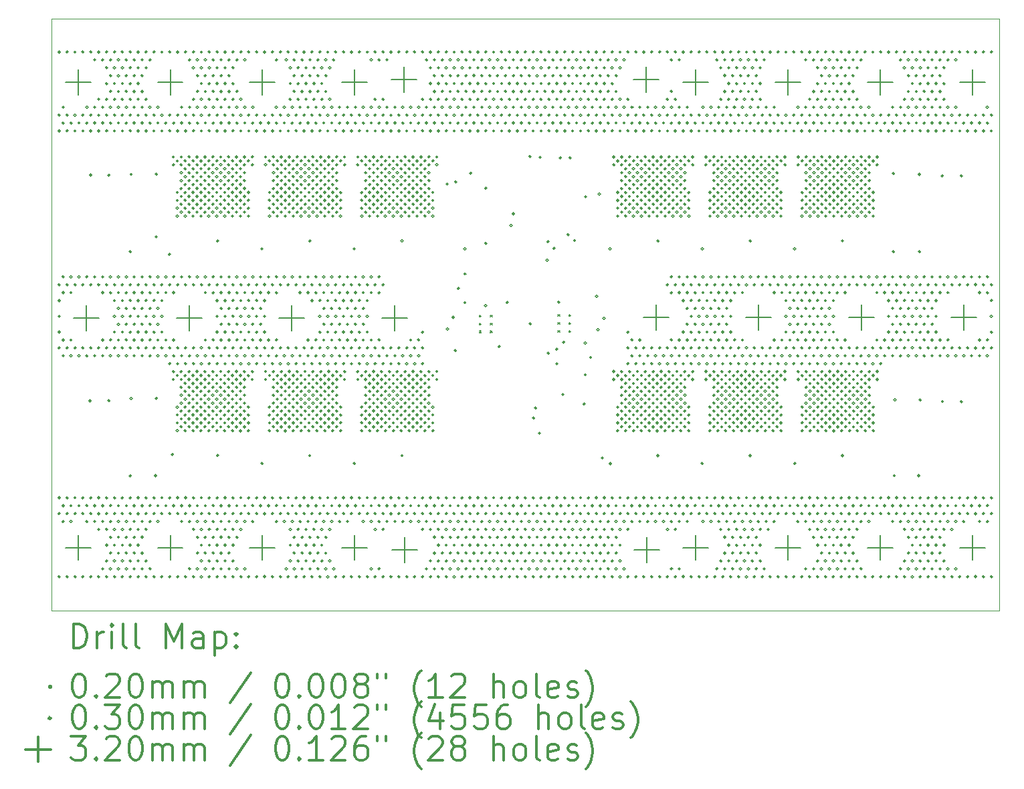
<source format=gbr>
%FSLAX45Y45*%
G04 Gerber Fmt 4.5, Leading zero omitted, Abs format (unit mm)*
G04 Created by KiCad (PCBNEW 5.1.9) date 2021-04-13 11:23:48*
%MOMM*%
%LPD*%
G01*
G04 APERTURE LIST*
%TA.AperFunction,Profile*%
%ADD10C,0.100000*%
%TD*%
%ADD11C,0.200000*%
%ADD12C,0.300000*%
G04 APERTURE END LIST*
D10*
X22225000Y-6355000D02*
X22225000Y-13855000D01*
X10225000Y-6355000D02*
X22225000Y-6355000D01*
X10225000Y-13855000D02*
X10225000Y-6355000D01*
X22225000Y-13855000D02*
X10225000Y-13855000D01*
D11*
X15645000Y-10110000D02*
X15665000Y-10130000D01*
X15665000Y-10110000D02*
X15645000Y-10130000D01*
X15645000Y-10210000D02*
X15665000Y-10230000D01*
X15665000Y-10210000D02*
X15645000Y-10230000D01*
X15645000Y-10310000D02*
X15665000Y-10330000D01*
X15665000Y-10310000D02*
X15645000Y-10330000D01*
X15785000Y-10110000D02*
X15805000Y-10130000D01*
X15805000Y-10110000D02*
X15785000Y-10130000D01*
X15785000Y-10210000D02*
X15805000Y-10230000D01*
X15805000Y-10210000D02*
X15785000Y-10230000D01*
X15785000Y-10310000D02*
X15805000Y-10330000D01*
X15805000Y-10310000D02*
X15785000Y-10330000D01*
X16641250Y-10104500D02*
X16661250Y-10124500D01*
X16661250Y-10104500D02*
X16641250Y-10124500D01*
X16641250Y-10204500D02*
X16661250Y-10224500D01*
X16661250Y-10204500D02*
X16641250Y-10224500D01*
X16641250Y-10304500D02*
X16661250Y-10324500D01*
X16661250Y-10304500D02*
X16641250Y-10324500D01*
X16781250Y-10104500D02*
X16801250Y-10124500D01*
X16801250Y-10104500D02*
X16781250Y-10124500D01*
X16781250Y-10204500D02*
X16801250Y-10224500D01*
X16801250Y-10204500D02*
X16781250Y-10224500D01*
X16781250Y-10304500D02*
X16801250Y-10324500D01*
X16801250Y-10304500D02*
X16781250Y-10324500D01*
X10340000Y-6775000D02*
G75*
G03*
X10340000Y-6775000I-15000J0D01*
G01*
X10340000Y-7575000D02*
G75*
G03*
X10340000Y-7575000I-15000J0D01*
G01*
X10340000Y-7775000D02*
G75*
G03*
X10340000Y-7775000I-15000J0D01*
G01*
X10340000Y-9725000D02*
G75*
G03*
X10340000Y-9725000I-15000J0D01*
G01*
X10340000Y-9925000D02*
G75*
G03*
X10340000Y-9925000I-15000J0D01*
G01*
X10340000Y-10125000D02*
G75*
G03*
X10340000Y-10125000I-15000J0D01*
G01*
X10340000Y-10325000D02*
G75*
G03*
X10340000Y-10325000I-15000J0D01*
G01*
X10340000Y-10525000D02*
G75*
G03*
X10340000Y-10525000I-15000J0D01*
G01*
X10340000Y-12425000D02*
G75*
G03*
X10340000Y-12425000I-15000J0D01*
G01*
X10340000Y-12625000D02*
G75*
G03*
X10340000Y-12625000I-15000J0D01*
G01*
X10340000Y-13425000D02*
G75*
G03*
X10340000Y-13425000I-15000J0D01*
G01*
X10390000Y-7475000D02*
G75*
G03*
X10390000Y-7475000I-15000J0D01*
G01*
X10390000Y-7675000D02*
G75*
G03*
X10390000Y-7675000I-15000J0D01*
G01*
X10390000Y-9625000D02*
G75*
G03*
X10390000Y-9625000I-15000J0D01*
G01*
X10390000Y-9825000D02*
G75*
G03*
X10390000Y-9825000I-15000J0D01*
G01*
X10390000Y-10425000D02*
G75*
G03*
X10390000Y-10425000I-15000J0D01*
G01*
X10390000Y-10625000D02*
G75*
G03*
X10390000Y-10625000I-15000J0D01*
G01*
X10390000Y-12525000D02*
G75*
G03*
X10390000Y-12525000I-15000J0D01*
G01*
X10390000Y-12725000D02*
G75*
G03*
X10390000Y-12725000I-15000J0D01*
G01*
X10440000Y-6775000D02*
G75*
G03*
X10440000Y-6775000I-15000J0D01*
G01*
X10440000Y-7575000D02*
G75*
G03*
X10440000Y-7575000I-15000J0D01*
G01*
X10440000Y-7775000D02*
G75*
G03*
X10440000Y-7775000I-15000J0D01*
G01*
X10440000Y-9725000D02*
G75*
G03*
X10440000Y-9725000I-15000J0D01*
G01*
X10440000Y-10525000D02*
G75*
G03*
X10440000Y-10525000I-15000J0D01*
G01*
X10440000Y-12425000D02*
G75*
G03*
X10440000Y-12425000I-15000J0D01*
G01*
X10440000Y-12625000D02*
G75*
G03*
X10440000Y-12625000I-15000J0D01*
G01*
X10440000Y-13425000D02*
G75*
G03*
X10440000Y-13425000I-15000J0D01*
G01*
X10490000Y-7675000D02*
G75*
G03*
X10490000Y-7675000I-15000J0D01*
G01*
X10490000Y-9625000D02*
G75*
G03*
X10490000Y-9625000I-15000J0D01*
G01*
X10490000Y-9825000D02*
G75*
G03*
X10490000Y-9825000I-15000J0D01*
G01*
X10490000Y-10425000D02*
G75*
G03*
X10490000Y-10425000I-15000J0D01*
G01*
X10490000Y-10625000D02*
G75*
G03*
X10490000Y-10625000I-15000J0D01*
G01*
X10490000Y-12525000D02*
G75*
G03*
X10490000Y-12525000I-15000J0D01*
G01*
X10490000Y-12725000D02*
G75*
G03*
X10490000Y-12725000I-15000J0D01*
G01*
X10540000Y-6775000D02*
G75*
G03*
X10540000Y-6775000I-15000J0D01*
G01*
X10540000Y-7575000D02*
G75*
G03*
X10540000Y-7575000I-15000J0D01*
G01*
X10540000Y-7775000D02*
G75*
G03*
X10540000Y-7775000I-15000J0D01*
G01*
X10540000Y-9725000D02*
G75*
G03*
X10540000Y-9725000I-15000J0D01*
G01*
X10540000Y-10525000D02*
G75*
G03*
X10540000Y-10525000I-15000J0D01*
G01*
X10540000Y-12425000D02*
G75*
G03*
X10540000Y-12425000I-15000J0D01*
G01*
X10540000Y-12625000D02*
G75*
G03*
X10540000Y-12625000I-15000J0D01*
G01*
X10540000Y-13425000D02*
G75*
G03*
X10540000Y-13425000I-15000J0D01*
G01*
X10590000Y-7675000D02*
G75*
G03*
X10590000Y-7675000I-15000J0D01*
G01*
X10590000Y-9625000D02*
G75*
G03*
X10590000Y-9625000I-15000J0D01*
G01*
X10590000Y-10625000D02*
G75*
G03*
X10590000Y-10625000I-15000J0D01*
G01*
X10590000Y-12525000D02*
G75*
G03*
X10590000Y-12525000I-15000J0D01*
G01*
X10640000Y-6775000D02*
G75*
G03*
X10640000Y-6775000I-15000J0D01*
G01*
X10640000Y-7575000D02*
G75*
G03*
X10640000Y-7575000I-15000J0D01*
G01*
X10640000Y-7775000D02*
G75*
G03*
X10640000Y-7775000I-15000J0D01*
G01*
X10640000Y-9725000D02*
G75*
G03*
X10640000Y-9725000I-15000J0D01*
G01*
X10640000Y-10525000D02*
G75*
G03*
X10640000Y-10525000I-15000J0D01*
G01*
X10640000Y-12425000D02*
G75*
G03*
X10640000Y-12425000I-15000J0D01*
G01*
X10640000Y-12625000D02*
G75*
G03*
X10640000Y-12625000I-15000J0D01*
G01*
X10640000Y-13425000D02*
G75*
G03*
X10640000Y-13425000I-15000J0D01*
G01*
X10690000Y-7475000D02*
G75*
G03*
X10690000Y-7475000I-15000J0D01*
G01*
X10690000Y-7675000D02*
G75*
G03*
X10690000Y-7675000I-15000J0D01*
G01*
X10690000Y-9625000D02*
G75*
G03*
X10690000Y-9625000I-15000J0D01*
G01*
X10690000Y-10625000D02*
G75*
G03*
X10690000Y-10625000I-15000J0D01*
G01*
X10690000Y-12525000D02*
G75*
G03*
X10690000Y-12525000I-15000J0D01*
G01*
X10690000Y-12725000D02*
G75*
G03*
X10690000Y-12725000I-15000J0D01*
G01*
X10730000Y-11195000D02*
G75*
G03*
X10730000Y-11195000I-15000J0D01*
G01*
X10740000Y-6775000D02*
G75*
G03*
X10740000Y-6775000I-15000J0D01*
G01*
X10740000Y-7575000D02*
G75*
G03*
X10740000Y-7575000I-15000J0D01*
G01*
X10740000Y-7775000D02*
G75*
G03*
X10740000Y-7775000I-15000J0D01*
G01*
X10740000Y-8335000D02*
G75*
G03*
X10740000Y-8335000I-15000J0D01*
G01*
X10740000Y-9725000D02*
G75*
G03*
X10740000Y-9725000I-15000J0D01*
G01*
X10740000Y-10525000D02*
G75*
G03*
X10740000Y-10525000I-15000J0D01*
G01*
X10740000Y-12425000D02*
G75*
G03*
X10740000Y-12425000I-15000J0D01*
G01*
X10740000Y-12625000D02*
G75*
G03*
X10740000Y-12625000I-15000J0D01*
G01*
X10740000Y-13425000D02*
G75*
G03*
X10740000Y-13425000I-15000J0D01*
G01*
X10790000Y-6875000D02*
G75*
G03*
X10790000Y-6875000I-15000J0D01*
G01*
X10790000Y-7475000D02*
G75*
G03*
X10790000Y-7475000I-15000J0D01*
G01*
X10790000Y-7675000D02*
G75*
G03*
X10790000Y-7675000I-15000J0D01*
G01*
X10790000Y-9625000D02*
G75*
G03*
X10790000Y-9625000I-15000J0D01*
G01*
X10790000Y-10625000D02*
G75*
G03*
X10790000Y-10625000I-15000J0D01*
G01*
X10790000Y-12525000D02*
G75*
G03*
X10790000Y-12525000I-15000J0D01*
G01*
X10790000Y-12725000D02*
G75*
G03*
X10790000Y-12725000I-15000J0D01*
G01*
X10840000Y-6775000D02*
G75*
G03*
X10840000Y-6775000I-15000J0D01*
G01*
X10840000Y-7375000D02*
G75*
G03*
X10840000Y-7375000I-15000J0D01*
G01*
X10840000Y-7575000D02*
G75*
G03*
X10840000Y-7575000I-15000J0D01*
G01*
X10840000Y-7775000D02*
G75*
G03*
X10840000Y-7775000I-15000J0D01*
G01*
X10840000Y-9725000D02*
G75*
G03*
X10840000Y-9725000I-15000J0D01*
G01*
X10840000Y-10525000D02*
G75*
G03*
X10840000Y-10525000I-15000J0D01*
G01*
X10840000Y-12425000D02*
G75*
G03*
X10840000Y-12425000I-15000J0D01*
G01*
X10840000Y-12625000D02*
G75*
G03*
X10840000Y-12625000I-15000J0D01*
G01*
X10840000Y-12825000D02*
G75*
G03*
X10840000Y-12825000I-15000J0D01*
G01*
X10840000Y-13425000D02*
G75*
G03*
X10840000Y-13425000I-15000J0D01*
G01*
X10890000Y-6875000D02*
G75*
G03*
X10890000Y-6875000I-15000J0D01*
G01*
X10890000Y-7475000D02*
G75*
G03*
X10890000Y-7475000I-15000J0D01*
G01*
X10890000Y-7675000D02*
G75*
G03*
X10890000Y-7675000I-15000J0D01*
G01*
X10890000Y-9625000D02*
G75*
G03*
X10890000Y-9625000I-15000J0D01*
G01*
X10890000Y-9825000D02*
G75*
G03*
X10890000Y-9825000I-15000J0D01*
G01*
X10890000Y-10425000D02*
G75*
G03*
X10890000Y-10425000I-15000J0D01*
G01*
X10890000Y-10625000D02*
G75*
G03*
X10890000Y-10625000I-15000J0D01*
G01*
X10890000Y-12525000D02*
G75*
G03*
X10890000Y-12525000I-15000J0D01*
G01*
X10890000Y-12725000D02*
G75*
G03*
X10890000Y-12725000I-15000J0D01*
G01*
X10890000Y-13325000D02*
G75*
G03*
X10890000Y-13325000I-15000J0D01*
G01*
X10940000Y-6775000D02*
G75*
G03*
X10940000Y-6775000I-15000J0D01*
G01*
X10940000Y-6975000D02*
G75*
G03*
X10940000Y-6975000I-15000J0D01*
G01*
X10940000Y-7175000D02*
G75*
G03*
X10940000Y-7175000I-15000J0D01*
G01*
X10940000Y-7375000D02*
G75*
G03*
X10940000Y-7375000I-15000J0D01*
G01*
X10940000Y-7575000D02*
G75*
G03*
X10940000Y-7575000I-15000J0D01*
G01*
X10940000Y-7775000D02*
G75*
G03*
X10940000Y-7775000I-15000J0D01*
G01*
X10940000Y-9725000D02*
G75*
G03*
X10940000Y-9725000I-15000J0D01*
G01*
X10940000Y-10525000D02*
G75*
G03*
X10940000Y-10525000I-15000J0D01*
G01*
X10940000Y-12425000D02*
G75*
G03*
X10940000Y-12425000I-15000J0D01*
G01*
X10940000Y-12625000D02*
G75*
G03*
X10940000Y-12625000I-15000J0D01*
G01*
X10940000Y-12825000D02*
G75*
G03*
X10940000Y-12825000I-15000J0D01*
G01*
X10940000Y-13025000D02*
G75*
G03*
X10940000Y-13025000I-15000J0D01*
G01*
X10940000Y-13225000D02*
G75*
G03*
X10940000Y-13225000I-15000J0D01*
G01*
X10940000Y-13425000D02*
G75*
G03*
X10940000Y-13425000I-15000J0D01*
G01*
X10970000Y-8335000D02*
G75*
G03*
X10970000Y-8335000I-15000J0D01*
G01*
X10970000Y-11195000D02*
G75*
G03*
X10970000Y-11195000I-15000J0D01*
G01*
X10990000Y-6875000D02*
G75*
G03*
X10990000Y-6875000I-15000J0D01*
G01*
X10990000Y-7075000D02*
G75*
G03*
X10990000Y-7075000I-15000J0D01*
G01*
X10990000Y-7275000D02*
G75*
G03*
X10990000Y-7275000I-15000J0D01*
G01*
X10990000Y-7475000D02*
G75*
G03*
X10990000Y-7475000I-15000J0D01*
G01*
X10990000Y-7675000D02*
G75*
G03*
X10990000Y-7675000I-15000J0D01*
G01*
X10990000Y-9625000D02*
G75*
G03*
X10990000Y-9625000I-15000J0D01*
G01*
X10990000Y-9825000D02*
G75*
G03*
X10990000Y-9825000I-15000J0D01*
G01*
X10990000Y-10425000D02*
G75*
G03*
X10990000Y-10425000I-15000J0D01*
G01*
X10990000Y-10625000D02*
G75*
G03*
X10990000Y-10625000I-15000J0D01*
G01*
X10990000Y-12525000D02*
G75*
G03*
X10990000Y-12525000I-15000J0D01*
G01*
X10990000Y-12725000D02*
G75*
G03*
X10990000Y-12725000I-15000J0D01*
G01*
X10990000Y-12925000D02*
G75*
G03*
X10990000Y-12925000I-15000J0D01*
G01*
X10990000Y-13125000D02*
G75*
G03*
X10990000Y-13125000I-15000J0D01*
G01*
X10990000Y-13325000D02*
G75*
G03*
X10990000Y-13325000I-15000J0D01*
G01*
X11040000Y-6775000D02*
G75*
G03*
X11040000Y-6775000I-15000J0D01*
G01*
X11040000Y-6975000D02*
G75*
G03*
X11040000Y-6975000I-15000J0D01*
G01*
X11040000Y-7175000D02*
G75*
G03*
X11040000Y-7175000I-15000J0D01*
G01*
X11040000Y-7375000D02*
G75*
G03*
X11040000Y-7375000I-15000J0D01*
G01*
X11040000Y-7575000D02*
G75*
G03*
X11040000Y-7575000I-15000J0D01*
G01*
X11040000Y-7775000D02*
G75*
G03*
X11040000Y-7775000I-15000J0D01*
G01*
X11040000Y-9725000D02*
G75*
G03*
X11040000Y-9725000I-15000J0D01*
G01*
X11040000Y-9925000D02*
G75*
G03*
X11040000Y-9925000I-15000J0D01*
G01*
X11040000Y-10125000D02*
G75*
G03*
X11040000Y-10125000I-15000J0D01*
G01*
X11040000Y-10325000D02*
G75*
G03*
X11040000Y-10325000I-15000J0D01*
G01*
X11040000Y-10525000D02*
G75*
G03*
X11040000Y-10525000I-15000J0D01*
G01*
X11040000Y-12425000D02*
G75*
G03*
X11040000Y-12425000I-15000J0D01*
G01*
X11040000Y-12625000D02*
G75*
G03*
X11040000Y-12625000I-15000J0D01*
G01*
X11040000Y-12825000D02*
G75*
G03*
X11040000Y-12825000I-15000J0D01*
G01*
X11040000Y-13025000D02*
G75*
G03*
X11040000Y-13025000I-15000J0D01*
G01*
X11040000Y-13225000D02*
G75*
G03*
X11040000Y-13225000I-15000J0D01*
G01*
X11040000Y-13425000D02*
G75*
G03*
X11040000Y-13425000I-15000J0D01*
G01*
X11090000Y-6875000D02*
G75*
G03*
X11090000Y-6875000I-15000J0D01*
G01*
X11090000Y-7075000D02*
G75*
G03*
X11090000Y-7075000I-15000J0D01*
G01*
X11090000Y-7275000D02*
G75*
G03*
X11090000Y-7275000I-15000J0D01*
G01*
X11090000Y-7475000D02*
G75*
G03*
X11090000Y-7475000I-15000J0D01*
G01*
X11090000Y-7675000D02*
G75*
G03*
X11090000Y-7675000I-15000J0D01*
G01*
X11090000Y-9625000D02*
G75*
G03*
X11090000Y-9625000I-15000J0D01*
G01*
X11090000Y-9825000D02*
G75*
G03*
X11090000Y-9825000I-15000J0D01*
G01*
X11090000Y-10025000D02*
G75*
G03*
X11090000Y-10025000I-15000J0D01*
G01*
X11090000Y-10225000D02*
G75*
G03*
X11090000Y-10225000I-15000J0D01*
G01*
X11090000Y-10425000D02*
G75*
G03*
X11090000Y-10425000I-15000J0D01*
G01*
X11090000Y-10625000D02*
G75*
G03*
X11090000Y-10625000I-15000J0D01*
G01*
X11090000Y-12525000D02*
G75*
G03*
X11090000Y-12525000I-15000J0D01*
G01*
X11090000Y-12725000D02*
G75*
G03*
X11090000Y-12725000I-15000J0D01*
G01*
X11090000Y-12925000D02*
G75*
G03*
X11090000Y-12925000I-15000J0D01*
G01*
X11090000Y-13125000D02*
G75*
G03*
X11090000Y-13125000I-15000J0D01*
G01*
X11090000Y-13325000D02*
G75*
G03*
X11090000Y-13325000I-15000J0D01*
G01*
X11140000Y-6775000D02*
G75*
G03*
X11140000Y-6775000I-15000J0D01*
G01*
X11140000Y-6975000D02*
G75*
G03*
X11140000Y-6975000I-15000J0D01*
G01*
X11140000Y-7175000D02*
G75*
G03*
X11140000Y-7175000I-15000J0D01*
G01*
X11140000Y-7375000D02*
G75*
G03*
X11140000Y-7375000I-15000J0D01*
G01*
X11140000Y-7575000D02*
G75*
G03*
X11140000Y-7575000I-15000J0D01*
G01*
X11140000Y-7775000D02*
G75*
G03*
X11140000Y-7775000I-15000J0D01*
G01*
X11140000Y-9725000D02*
G75*
G03*
X11140000Y-9725000I-15000J0D01*
G01*
X11140000Y-9925000D02*
G75*
G03*
X11140000Y-9925000I-15000J0D01*
G01*
X11140000Y-10125000D02*
G75*
G03*
X11140000Y-10125000I-15000J0D01*
G01*
X11140000Y-10325000D02*
G75*
G03*
X11140000Y-10325000I-15000J0D01*
G01*
X11140000Y-10525000D02*
G75*
G03*
X11140000Y-10525000I-15000J0D01*
G01*
X11140000Y-12425000D02*
G75*
G03*
X11140000Y-12425000I-15000J0D01*
G01*
X11140000Y-12625000D02*
G75*
G03*
X11140000Y-12625000I-15000J0D01*
G01*
X11140000Y-12825000D02*
G75*
G03*
X11140000Y-12825000I-15000J0D01*
G01*
X11140000Y-13025000D02*
G75*
G03*
X11140000Y-13025000I-15000J0D01*
G01*
X11140000Y-13225000D02*
G75*
G03*
X11140000Y-13225000I-15000J0D01*
G01*
X11140000Y-13425000D02*
G75*
G03*
X11140000Y-13425000I-15000J0D01*
G01*
X11190000Y-6875000D02*
G75*
G03*
X11190000Y-6875000I-15000J0D01*
G01*
X11190000Y-7075000D02*
G75*
G03*
X11190000Y-7075000I-15000J0D01*
G01*
X11190000Y-7275000D02*
G75*
G03*
X11190000Y-7275000I-15000J0D01*
G01*
X11190000Y-7475000D02*
G75*
G03*
X11190000Y-7475000I-15000J0D01*
G01*
X11190000Y-7675000D02*
G75*
G03*
X11190000Y-7675000I-15000J0D01*
G01*
X11190000Y-9625000D02*
G75*
G03*
X11190000Y-9625000I-15000J0D01*
G01*
X11190000Y-9825000D02*
G75*
G03*
X11190000Y-9825000I-15000J0D01*
G01*
X11190000Y-10025000D02*
G75*
G03*
X11190000Y-10025000I-15000J0D01*
G01*
X11190000Y-10225000D02*
G75*
G03*
X11190000Y-10225000I-15000J0D01*
G01*
X11190000Y-10425000D02*
G75*
G03*
X11190000Y-10425000I-15000J0D01*
G01*
X11190000Y-10625000D02*
G75*
G03*
X11190000Y-10625000I-15000J0D01*
G01*
X11190000Y-12525000D02*
G75*
G03*
X11190000Y-12525000I-15000J0D01*
G01*
X11190000Y-12725000D02*
G75*
G03*
X11190000Y-12725000I-15000J0D01*
G01*
X11190000Y-12925000D02*
G75*
G03*
X11190000Y-12925000I-15000J0D01*
G01*
X11190000Y-13125000D02*
G75*
G03*
X11190000Y-13125000I-15000J0D01*
G01*
X11190000Y-13325000D02*
G75*
G03*
X11190000Y-13325000I-15000J0D01*
G01*
X11240000Y-6775000D02*
G75*
G03*
X11240000Y-6775000I-15000J0D01*
G01*
X11240000Y-6975000D02*
G75*
G03*
X11240000Y-6975000I-15000J0D01*
G01*
X11240000Y-7175000D02*
G75*
G03*
X11240000Y-7175000I-15000J0D01*
G01*
X11240000Y-7375000D02*
G75*
G03*
X11240000Y-7375000I-15000J0D01*
G01*
X11240000Y-7575000D02*
G75*
G03*
X11240000Y-7575000I-15000J0D01*
G01*
X11240000Y-7775000D02*
G75*
G03*
X11240000Y-7775000I-15000J0D01*
G01*
X11240000Y-9305000D02*
G75*
G03*
X11240000Y-9305000I-15000J0D01*
G01*
X11240000Y-9725000D02*
G75*
G03*
X11240000Y-9725000I-15000J0D01*
G01*
X11240000Y-9925000D02*
G75*
G03*
X11240000Y-9925000I-15000J0D01*
G01*
X11240000Y-10125000D02*
G75*
G03*
X11240000Y-10125000I-15000J0D01*
G01*
X11240000Y-10325000D02*
G75*
G03*
X11240000Y-10325000I-15000J0D01*
G01*
X11240000Y-10525000D02*
G75*
G03*
X11240000Y-10525000I-15000J0D01*
G01*
X11240000Y-12145000D02*
G75*
G03*
X11240000Y-12145000I-15000J0D01*
G01*
X11240000Y-12425000D02*
G75*
G03*
X11240000Y-12425000I-15000J0D01*
G01*
X11240000Y-12625000D02*
G75*
G03*
X11240000Y-12625000I-15000J0D01*
G01*
X11240000Y-12825000D02*
G75*
G03*
X11240000Y-12825000I-15000J0D01*
G01*
X11240000Y-13025000D02*
G75*
G03*
X11240000Y-13025000I-15000J0D01*
G01*
X11240000Y-13225000D02*
G75*
G03*
X11240000Y-13225000I-15000J0D01*
G01*
X11240000Y-13425000D02*
G75*
G03*
X11240000Y-13425000I-15000J0D01*
G01*
X11250000Y-8325000D02*
G75*
G03*
X11250000Y-8325000I-15000J0D01*
G01*
X11250000Y-11165000D02*
G75*
G03*
X11250000Y-11165000I-15000J0D01*
G01*
X11290000Y-6875000D02*
G75*
G03*
X11290000Y-6875000I-15000J0D01*
G01*
X11290000Y-7075000D02*
G75*
G03*
X11290000Y-7075000I-15000J0D01*
G01*
X11290000Y-7275000D02*
G75*
G03*
X11290000Y-7275000I-15000J0D01*
G01*
X11290000Y-7475000D02*
G75*
G03*
X11290000Y-7475000I-15000J0D01*
G01*
X11290000Y-7675000D02*
G75*
G03*
X11290000Y-7675000I-15000J0D01*
G01*
X11290000Y-9625000D02*
G75*
G03*
X11290000Y-9625000I-15000J0D01*
G01*
X11290000Y-9825000D02*
G75*
G03*
X11290000Y-9825000I-15000J0D01*
G01*
X11290000Y-10025000D02*
G75*
G03*
X11290000Y-10025000I-15000J0D01*
G01*
X11290000Y-10225000D02*
G75*
G03*
X11290000Y-10225000I-15000J0D01*
G01*
X11290000Y-10425000D02*
G75*
G03*
X11290000Y-10425000I-15000J0D01*
G01*
X11290000Y-10625000D02*
G75*
G03*
X11290000Y-10625000I-15000J0D01*
G01*
X11290000Y-12525000D02*
G75*
G03*
X11290000Y-12525000I-15000J0D01*
G01*
X11290000Y-12725000D02*
G75*
G03*
X11290000Y-12725000I-15000J0D01*
G01*
X11290000Y-12925000D02*
G75*
G03*
X11290000Y-12925000I-15000J0D01*
G01*
X11290000Y-13125000D02*
G75*
G03*
X11290000Y-13125000I-15000J0D01*
G01*
X11290000Y-13325000D02*
G75*
G03*
X11290000Y-13325000I-15000J0D01*
G01*
X11340000Y-6775000D02*
G75*
G03*
X11340000Y-6775000I-15000J0D01*
G01*
X11340000Y-6975000D02*
G75*
G03*
X11340000Y-6975000I-15000J0D01*
G01*
X11340000Y-7175000D02*
G75*
G03*
X11340000Y-7175000I-15000J0D01*
G01*
X11340000Y-7375000D02*
G75*
G03*
X11340000Y-7375000I-15000J0D01*
G01*
X11340000Y-7575000D02*
G75*
G03*
X11340000Y-7575000I-15000J0D01*
G01*
X11340000Y-7775000D02*
G75*
G03*
X11340000Y-7775000I-15000J0D01*
G01*
X11340000Y-9725000D02*
G75*
G03*
X11340000Y-9725000I-15000J0D01*
G01*
X11340000Y-9925000D02*
G75*
G03*
X11340000Y-9925000I-15000J0D01*
G01*
X11340000Y-10125000D02*
G75*
G03*
X11340000Y-10125000I-15000J0D01*
G01*
X11340000Y-10325000D02*
G75*
G03*
X11340000Y-10325000I-15000J0D01*
G01*
X11340000Y-10525000D02*
G75*
G03*
X11340000Y-10525000I-15000J0D01*
G01*
X11340000Y-12425000D02*
G75*
G03*
X11340000Y-12425000I-15000J0D01*
G01*
X11340000Y-12625000D02*
G75*
G03*
X11340000Y-12625000I-15000J0D01*
G01*
X11340000Y-12825000D02*
G75*
G03*
X11340000Y-12825000I-15000J0D01*
G01*
X11340000Y-13025000D02*
G75*
G03*
X11340000Y-13025000I-15000J0D01*
G01*
X11340000Y-13225000D02*
G75*
G03*
X11340000Y-13225000I-15000J0D01*
G01*
X11340000Y-13425000D02*
G75*
G03*
X11340000Y-13425000I-15000J0D01*
G01*
X11390000Y-6875000D02*
G75*
G03*
X11390000Y-6875000I-15000J0D01*
G01*
X11390000Y-7075000D02*
G75*
G03*
X11390000Y-7075000I-15000J0D01*
G01*
X11390000Y-7275000D02*
G75*
G03*
X11390000Y-7275000I-15000J0D01*
G01*
X11390000Y-7475000D02*
G75*
G03*
X11390000Y-7475000I-15000J0D01*
G01*
X11390000Y-7675000D02*
G75*
G03*
X11390000Y-7675000I-15000J0D01*
G01*
X11390000Y-9625000D02*
G75*
G03*
X11390000Y-9625000I-15000J0D01*
G01*
X11390000Y-9825000D02*
G75*
G03*
X11390000Y-9825000I-15000J0D01*
G01*
X11390000Y-10025000D02*
G75*
G03*
X11390000Y-10025000I-15000J0D01*
G01*
X11390000Y-10225000D02*
G75*
G03*
X11390000Y-10225000I-15000J0D01*
G01*
X11390000Y-10425000D02*
G75*
G03*
X11390000Y-10425000I-15000J0D01*
G01*
X11390000Y-10625000D02*
G75*
G03*
X11390000Y-10625000I-15000J0D01*
G01*
X11390000Y-12525000D02*
G75*
G03*
X11390000Y-12525000I-15000J0D01*
G01*
X11390000Y-12725000D02*
G75*
G03*
X11390000Y-12725000I-15000J0D01*
G01*
X11390000Y-12925000D02*
G75*
G03*
X11390000Y-12925000I-15000J0D01*
G01*
X11390000Y-13125000D02*
G75*
G03*
X11390000Y-13125000I-15000J0D01*
G01*
X11390000Y-13325000D02*
G75*
G03*
X11390000Y-13325000I-15000J0D01*
G01*
X11440000Y-6775000D02*
G75*
G03*
X11440000Y-6775000I-15000J0D01*
G01*
X11440000Y-6975000D02*
G75*
G03*
X11440000Y-6975000I-15000J0D01*
G01*
X11440000Y-7375000D02*
G75*
G03*
X11440000Y-7375000I-15000J0D01*
G01*
X11440000Y-7575000D02*
G75*
G03*
X11440000Y-7575000I-15000J0D01*
G01*
X11440000Y-7775000D02*
G75*
G03*
X11440000Y-7775000I-15000J0D01*
G01*
X11440000Y-9725000D02*
G75*
G03*
X11440000Y-9725000I-15000J0D01*
G01*
X11440000Y-9925000D02*
G75*
G03*
X11440000Y-9925000I-15000J0D01*
G01*
X11440000Y-10125000D02*
G75*
G03*
X11440000Y-10125000I-15000J0D01*
G01*
X11440000Y-10325000D02*
G75*
G03*
X11440000Y-10325000I-15000J0D01*
G01*
X11440000Y-10525000D02*
G75*
G03*
X11440000Y-10525000I-15000J0D01*
G01*
X11440000Y-12425000D02*
G75*
G03*
X11440000Y-12425000I-15000J0D01*
G01*
X11440000Y-12625000D02*
G75*
G03*
X11440000Y-12625000I-15000J0D01*
G01*
X11440000Y-12825000D02*
G75*
G03*
X11440000Y-12825000I-15000J0D01*
G01*
X11440000Y-13225000D02*
G75*
G03*
X11440000Y-13225000I-15000J0D01*
G01*
X11440000Y-13425000D02*
G75*
G03*
X11440000Y-13425000I-15000J0D01*
G01*
X11490000Y-6875000D02*
G75*
G03*
X11490000Y-6875000I-15000J0D01*
G01*
X11490000Y-7475000D02*
G75*
G03*
X11490000Y-7475000I-15000J0D01*
G01*
X11490000Y-7675000D02*
G75*
G03*
X11490000Y-7675000I-15000J0D01*
G01*
X11490000Y-9625000D02*
G75*
G03*
X11490000Y-9625000I-15000J0D01*
G01*
X11490000Y-9825000D02*
G75*
G03*
X11490000Y-9825000I-15000J0D01*
G01*
X11490000Y-10025000D02*
G75*
G03*
X11490000Y-10025000I-15000J0D01*
G01*
X11490000Y-10225000D02*
G75*
G03*
X11490000Y-10225000I-15000J0D01*
G01*
X11490000Y-10425000D02*
G75*
G03*
X11490000Y-10425000I-15000J0D01*
G01*
X11490000Y-10625000D02*
G75*
G03*
X11490000Y-10625000I-15000J0D01*
G01*
X11490000Y-12525000D02*
G75*
G03*
X11490000Y-12525000I-15000J0D01*
G01*
X11490000Y-12725000D02*
G75*
G03*
X11490000Y-12725000I-15000J0D01*
G01*
X11490000Y-13325000D02*
G75*
G03*
X11490000Y-13325000I-15000J0D01*
G01*
X11540000Y-6775000D02*
G75*
G03*
X11540000Y-6775000I-15000J0D01*
G01*
X11540000Y-7575000D02*
G75*
G03*
X11540000Y-7575000I-15000J0D01*
G01*
X11540000Y-7775000D02*
G75*
G03*
X11540000Y-7775000I-15000J0D01*
G01*
X11540000Y-9725000D02*
G75*
G03*
X11540000Y-9725000I-15000J0D01*
G01*
X11540000Y-9925000D02*
G75*
G03*
X11540000Y-9925000I-15000J0D01*
G01*
X11540000Y-10125000D02*
G75*
G03*
X11540000Y-10125000I-15000J0D01*
G01*
X11540000Y-10325000D02*
G75*
G03*
X11540000Y-10325000I-15000J0D01*
G01*
X11540000Y-10525000D02*
G75*
G03*
X11540000Y-10525000I-15000J0D01*
G01*
X11540000Y-12425000D02*
G75*
G03*
X11540000Y-12425000I-15000J0D01*
G01*
X11540000Y-12625000D02*
G75*
G03*
X11540000Y-12625000I-15000J0D01*
G01*
X11540000Y-13425000D02*
G75*
G03*
X11540000Y-13425000I-15000J0D01*
G01*
X11560000Y-12145000D02*
G75*
G03*
X11560000Y-12145000I-15000J0D01*
G01*
X11567500Y-9117500D02*
G75*
G03*
X11567500Y-9117500I-15000J0D01*
G01*
X11570000Y-8325000D02*
G75*
G03*
X11570000Y-8325000I-15000J0D01*
G01*
X11570000Y-11165000D02*
G75*
G03*
X11570000Y-11165000I-15000J0D01*
G01*
X11590000Y-7475000D02*
G75*
G03*
X11590000Y-7475000I-15000J0D01*
G01*
X11590000Y-7675000D02*
G75*
G03*
X11590000Y-7675000I-15000J0D01*
G01*
X11590000Y-9625000D02*
G75*
G03*
X11590000Y-9625000I-15000J0D01*
G01*
X11590000Y-9825000D02*
G75*
G03*
X11590000Y-9825000I-15000J0D01*
G01*
X11590000Y-10025000D02*
G75*
G03*
X11590000Y-10025000I-15000J0D01*
G01*
X11590000Y-10225000D02*
G75*
G03*
X11590000Y-10225000I-15000J0D01*
G01*
X11590000Y-10425000D02*
G75*
G03*
X11590000Y-10425000I-15000J0D01*
G01*
X11590000Y-10625000D02*
G75*
G03*
X11590000Y-10625000I-15000J0D01*
G01*
X11590000Y-12525000D02*
G75*
G03*
X11590000Y-12525000I-15000J0D01*
G01*
X11590000Y-12725000D02*
G75*
G03*
X11590000Y-12725000I-15000J0D01*
G01*
X11640000Y-6775000D02*
G75*
G03*
X11640000Y-6775000I-15000J0D01*
G01*
X11640000Y-7575000D02*
G75*
G03*
X11640000Y-7575000I-15000J0D01*
G01*
X11640000Y-7775000D02*
G75*
G03*
X11640000Y-7775000I-15000J0D01*
G01*
X11640000Y-9725000D02*
G75*
G03*
X11640000Y-9725000I-15000J0D01*
G01*
X11640000Y-9925000D02*
G75*
G03*
X11640000Y-9925000I-15000J0D01*
G01*
X11640000Y-10125000D02*
G75*
G03*
X11640000Y-10125000I-15000J0D01*
G01*
X11640000Y-10325000D02*
G75*
G03*
X11640000Y-10325000I-15000J0D01*
G01*
X11640000Y-10525000D02*
G75*
G03*
X11640000Y-10525000I-15000J0D01*
G01*
X11640000Y-12425000D02*
G75*
G03*
X11640000Y-12425000I-15000J0D01*
G01*
X11640000Y-12625000D02*
G75*
G03*
X11640000Y-12625000I-15000J0D01*
G01*
X11640000Y-13425000D02*
G75*
G03*
X11640000Y-13425000I-15000J0D01*
G01*
X11690000Y-7675000D02*
G75*
G03*
X11690000Y-7675000I-15000J0D01*
G01*
X11690000Y-9625000D02*
G75*
G03*
X11690000Y-9625000I-15000J0D01*
G01*
X11690000Y-9825000D02*
G75*
G03*
X11690000Y-9825000I-15000J0D01*
G01*
X11690000Y-10425000D02*
G75*
G03*
X11690000Y-10425000I-15000J0D01*
G01*
X11690000Y-10625000D02*
G75*
G03*
X11690000Y-10625000I-15000J0D01*
G01*
X11690000Y-12525000D02*
G75*
G03*
X11690000Y-12525000I-15000J0D01*
G01*
X11735000Y-9340000D02*
G75*
G03*
X11735000Y-9340000I-15000J0D01*
G01*
X11740000Y-6775000D02*
G75*
G03*
X11740000Y-6775000I-15000J0D01*
G01*
X11740000Y-7575000D02*
G75*
G03*
X11740000Y-7575000I-15000J0D01*
G01*
X11740000Y-7775000D02*
G75*
G03*
X11740000Y-7775000I-15000J0D01*
G01*
X11740000Y-9725000D02*
G75*
G03*
X11740000Y-9725000I-15000J0D01*
G01*
X11740000Y-10525000D02*
G75*
G03*
X11740000Y-10525000I-15000J0D01*
G01*
X11740000Y-10725000D02*
G75*
G03*
X11740000Y-10725000I-15000J0D01*
G01*
X11740000Y-12425000D02*
G75*
G03*
X11740000Y-12425000I-15000J0D01*
G01*
X11740000Y-12625000D02*
G75*
G03*
X11740000Y-12625000I-15000J0D01*
G01*
X11740000Y-13425000D02*
G75*
G03*
X11740000Y-13425000I-15000J0D01*
G01*
X11775001Y-11875000D02*
G75*
G03*
X11775001Y-11875000I-15000J0D01*
G01*
X11785000Y-8105000D02*
G75*
G03*
X11785000Y-8105000I-15000J0D01*
G01*
X11785000Y-8205000D02*
G75*
G03*
X11785000Y-8205000I-15000J0D01*
G01*
X11785000Y-10825000D02*
G75*
G03*
X11785000Y-10825000I-15000J0D01*
G01*
X11785000Y-10925000D02*
G75*
G03*
X11785000Y-10925000I-15000J0D01*
G01*
X11790000Y-7675000D02*
G75*
G03*
X11790000Y-7675000I-15000J0D01*
G01*
X11790000Y-9625000D02*
G75*
G03*
X11790000Y-9625000I-15000J0D01*
G01*
X11790000Y-9825000D02*
G75*
G03*
X11790000Y-9825000I-15000J0D01*
G01*
X11790000Y-10425000D02*
G75*
G03*
X11790000Y-10425000I-15000J0D01*
G01*
X11790000Y-10625000D02*
G75*
G03*
X11790000Y-10625000I-15000J0D01*
G01*
X11790000Y-12525000D02*
G75*
G03*
X11790000Y-12525000I-15000J0D01*
G01*
X11835000Y-8155000D02*
G75*
G03*
X11835000Y-8155000I-15000J0D01*
G01*
X11835000Y-8555000D02*
G75*
G03*
X11835000Y-8555000I-15000J0D01*
G01*
X11835000Y-8655000D02*
G75*
G03*
X11835000Y-8655000I-15000J0D01*
G01*
X11835000Y-8755000D02*
G75*
G03*
X11835000Y-8755000I-15000J0D01*
G01*
X11835000Y-8855000D02*
G75*
G03*
X11835000Y-8855000I-15000J0D01*
G01*
X11835000Y-10875000D02*
G75*
G03*
X11835000Y-10875000I-15000J0D01*
G01*
X11835000Y-11275000D02*
G75*
G03*
X11835000Y-11275000I-15000J0D01*
G01*
X11835000Y-11375000D02*
G75*
G03*
X11835000Y-11375000I-15000J0D01*
G01*
X11835000Y-11475000D02*
G75*
G03*
X11835000Y-11475000I-15000J0D01*
G01*
X11835000Y-11575000D02*
G75*
G03*
X11835000Y-11575000I-15000J0D01*
G01*
X11840000Y-6775000D02*
G75*
G03*
X11840000Y-6775000I-15000J0D01*
G01*
X11840000Y-7575000D02*
G75*
G03*
X11840000Y-7575000I-15000J0D01*
G01*
X11840000Y-7775000D02*
G75*
G03*
X11840000Y-7775000I-15000J0D01*
G01*
X11840000Y-9725000D02*
G75*
G03*
X11840000Y-9725000I-15000J0D01*
G01*
X11840000Y-10525000D02*
G75*
G03*
X11840000Y-10525000I-15000J0D01*
G01*
X11840000Y-10725000D02*
G75*
G03*
X11840000Y-10725000I-15000J0D01*
G01*
X11840000Y-12425000D02*
G75*
G03*
X11840000Y-12425000I-15000J0D01*
G01*
X11840000Y-12625000D02*
G75*
G03*
X11840000Y-12625000I-15000J0D01*
G01*
X11840000Y-13425000D02*
G75*
G03*
X11840000Y-13425000I-15000J0D01*
G01*
X11885000Y-8105000D02*
G75*
G03*
X11885000Y-8105000I-15000J0D01*
G01*
X11885000Y-8205000D02*
G75*
G03*
X11885000Y-8205000I-15000J0D01*
G01*
X11885000Y-8305000D02*
G75*
G03*
X11885000Y-8305000I-15000J0D01*
G01*
X11885000Y-8405000D02*
G75*
G03*
X11885000Y-8405000I-15000J0D01*
G01*
X11885000Y-8505000D02*
G75*
G03*
X11885000Y-8505000I-15000J0D01*
G01*
X11885000Y-8605000D02*
G75*
G03*
X11885000Y-8605000I-15000J0D01*
G01*
X11885000Y-8705000D02*
G75*
G03*
X11885000Y-8705000I-15000J0D01*
G01*
X11885000Y-8805000D02*
G75*
G03*
X11885000Y-8805000I-15000J0D01*
G01*
X11885000Y-10825000D02*
G75*
G03*
X11885000Y-10825000I-15000J0D01*
G01*
X11885000Y-10925000D02*
G75*
G03*
X11885000Y-10925000I-15000J0D01*
G01*
X11885000Y-11025000D02*
G75*
G03*
X11885000Y-11025000I-15000J0D01*
G01*
X11885000Y-11125000D02*
G75*
G03*
X11885000Y-11125000I-15000J0D01*
G01*
X11885000Y-11225000D02*
G75*
G03*
X11885000Y-11225000I-15000J0D01*
G01*
X11885000Y-11325000D02*
G75*
G03*
X11885000Y-11325000I-15000J0D01*
G01*
X11885000Y-11425000D02*
G75*
G03*
X11885000Y-11425000I-15000J0D01*
G01*
X11885000Y-11525000D02*
G75*
G03*
X11885000Y-11525000I-15000J0D01*
G01*
X11890000Y-7475000D02*
G75*
G03*
X11890000Y-7475000I-15000J0D01*
G01*
X11890000Y-7675000D02*
G75*
G03*
X11890000Y-7675000I-15000J0D01*
G01*
X11890000Y-9625000D02*
G75*
G03*
X11890000Y-9625000I-15000J0D01*
G01*
X11890000Y-10625000D02*
G75*
G03*
X11890000Y-10625000I-15000J0D01*
G01*
X11890000Y-12525000D02*
G75*
G03*
X11890000Y-12525000I-15000J0D01*
G01*
X11890000Y-12725000D02*
G75*
G03*
X11890000Y-12725000I-15000J0D01*
G01*
X11935000Y-8155000D02*
G75*
G03*
X11935000Y-8155000I-15000J0D01*
G01*
X11935000Y-8255000D02*
G75*
G03*
X11935000Y-8255000I-15000J0D01*
G01*
X11935000Y-8355000D02*
G75*
G03*
X11935000Y-8355000I-15000J0D01*
G01*
X11935000Y-8455000D02*
G75*
G03*
X11935000Y-8455000I-15000J0D01*
G01*
X11935000Y-8555000D02*
G75*
G03*
X11935000Y-8555000I-15000J0D01*
G01*
X11935000Y-8655000D02*
G75*
G03*
X11935000Y-8655000I-15000J0D01*
G01*
X11935000Y-8755000D02*
G75*
G03*
X11935000Y-8755000I-15000J0D01*
G01*
X11935000Y-8855000D02*
G75*
G03*
X11935000Y-8855000I-15000J0D01*
G01*
X11935000Y-10875000D02*
G75*
G03*
X11935000Y-10875000I-15000J0D01*
G01*
X11935000Y-10975000D02*
G75*
G03*
X11935000Y-10975000I-15000J0D01*
G01*
X11935000Y-11075000D02*
G75*
G03*
X11935000Y-11075000I-15000J0D01*
G01*
X11935000Y-11175000D02*
G75*
G03*
X11935000Y-11175000I-15000J0D01*
G01*
X11935000Y-11275000D02*
G75*
G03*
X11935000Y-11275000I-15000J0D01*
G01*
X11935000Y-11375000D02*
G75*
G03*
X11935000Y-11375000I-15000J0D01*
G01*
X11935000Y-11475000D02*
G75*
G03*
X11935000Y-11475000I-15000J0D01*
G01*
X11935000Y-11575000D02*
G75*
G03*
X11935000Y-11575000I-15000J0D01*
G01*
X11940000Y-6775000D02*
G75*
G03*
X11940000Y-6775000I-15000J0D01*
G01*
X11940000Y-7575000D02*
G75*
G03*
X11940000Y-7575000I-15000J0D01*
G01*
X11940000Y-7775000D02*
G75*
G03*
X11940000Y-7775000I-15000J0D01*
G01*
X11940000Y-9725000D02*
G75*
G03*
X11940000Y-9725000I-15000J0D01*
G01*
X11940000Y-10525000D02*
G75*
G03*
X11940000Y-10525000I-15000J0D01*
G01*
X11940000Y-10725000D02*
G75*
G03*
X11940000Y-10725000I-15000J0D01*
G01*
X11940000Y-12425000D02*
G75*
G03*
X11940000Y-12425000I-15000J0D01*
G01*
X11940000Y-12625000D02*
G75*
G03*
X11940000Y-12625000I-15000J0D01*
G01*
X11940000Y-13425000D02*
G75*
G03*
X11940000Y-13425000I-15000J0D01*
G01*
X11985000Y-8105000D02*
G75*
G03*
X11985000Y-8105000I-15000J0D01*
G01*
X11985000Y-8205000D02*
G75*
G03*
X11985000Y-8205000I-15000J0D01*
G01*
X11985000Y-8305000D02*
G75*
G03*
X11985000Y-8305000I-15000J0D01*
G01*
X11985000Y-8405000D02*
G75*
G03*
X11985000Y-8405000I-15000J0D01*
G01*
X11985000Y-8505000D02*
G75*
G03*
X11985000Y-8505000I-15000J0D01*
G01*
X11985000Y-8605000D02*
G75*
G03*
X11985000Y-8605000I-15000J0D01*
G01*
X11985000Y-8705000D02*
G75*
G03*
X11985000Y-8705000I-15000J0D01*
G01*
X11985000Y-8805000D02*
G75*
G03*
X11985000Y-8805000I-15000J0D01*
G01*
X11985000Y-10825000D02*
G75*
G03*
X11985000Y-10825000I-15000J0D01*
G01*
X11985000Y-10925000D02*
G75*
G03*
X11985000Y-10925000I-15000J0D01*
G01*
X11985000Y-11025000D02*
G75*
G03*
X11985000Y-11025000I-15000J0D01*
G01*
X11985000Y-11125000D02*
G75*
G03*
X11985000Y-11125000I-15000J0D01*
G01*
X11985000Y-11225000D02*
G75*
G03*
X11985000Y-11225000I-15000J0D01*
G01*
X11985000Y-11325000D02*
G75*
G03*
X11985000Y-11325000I-15000J0D01*
G01*
X11985000Y-11425000D02*
G75*
G03*
X11985000Y-11425000I-15000J0D01*
G01*
X11985000Y-11525000D02*
G75*
G03*
X11985000Y-11525000I-15000J0D01*
G01*
X11990000Y-6875000D02*
G75*
G03*
X11990000Y-6875000I-15000J0D01*
G01*
X11990000Y-7475000D02*
G75*
G03*
X11990000Y-7475000I-15000J0D01*
G01*
X11990000Y-7675000D02*
G75*
G03*
X11990000Y-7675000I-15000J0D01*
G01*
X11990000Y-9625000D02*
G75*
G03*
X11990000Y-9625000I-15000J0D01*
G01*
X11990000Y-10625000D02*
G75*
G03*
X11990000Y-10625000I-15000J0D01*
G01*
X11990000Y-12525000D02*
G75*
G03*
X11990000Y-12525000I-15000J0D01*
G01*
X11990000Y-12725000D02*
G75*
G03*
X11990000Y-12725000I-15000J0D01*
G01*
X11990000Y-13325000D02*
G75*
G03*
X11990000Y-13325000I-15000J0D01*
G01*
X12035000Y-8155000D02*
G75*
G03*
X12035000Y-8155000I-15000J0D01*
G01*
X12035000Y-8255000D02*
G75*
G03*
X12035000Y-8255000I-15000J0D01*
G01*
X12035000Y-8355000D02*
G75*
G03*
X12035000Y-8355000I-15000J0D01*
G01*
X12035000Y-8455000D02*
G75*
G03*
X12035000Y-8455000I-15000J0D01*
G01*
X12035000Y-8555000D02*
G75*
G03*
X12035000Y-8555000I-15000J0D01*
G01*
X12035000Y-8655000D02*
G75*
G03*
X12035000Y-8655000I-15000J0D01*
G01*
X12035000Y-8755000D02*
G75*
G03*
X12035000Y-8755000I-15000J0D01*
G01*
X12035000Y-8855000D02*
G75*
G03*
X12035000Y-8855000I-15000J0D01*
G01*
X12035000Y-10875000D02*
G75*
G03*
X12035000Y-10875000I-15000J0D01*
G01*
X12035000Y-10975000D02*
G75*
G03*
X12035000Y-10975000I-15000J0D01*
G01*
X12035000Y-11075000D02*
G75*
G03*
X12035000Y-11075000I-15000J0D01*
G01*
X12035000Y-11175000D02*
G75*
G03*
X12035000Y-11175000I-15000J0D01*
G01*
X12035000Y-11275000D02*
G75*
G03*
X12035000Y-11275000I-15000J0D01*
G01*
X12035000Y-11375000D02*
G75*
G03*
X12035000Y-11375000I-15000J0D01*
G01*
X12035000Y-11475000D02*
G75*
G03*
X12035000Y-11475000I-15000J0D01*
G01*
X12035000Y-11575000D02*
G75*
G03*
X12035000Y-11575000I-15000J0D01*
G01*
X12040000Y-6775000D02*
G75*
G03*
X12040000Y-6775000I-15000J0D01*
G01*
X12040000Y-6975000D02*
G75*
G03*
X12040000Y-6975000I-15000J0D01*
G01*
X12040000Y-7375000D02*
G75*
G03*
X12040000Y-7375000I-15000J0D01*
G01*
X12040000Y-7575000D02*
G75*
G03*
X12040000Y-7575000I-15000J0D01*
G01*
X12040000Y-7775000D02*
G75*
G03*
X12040000Y-7775000I-15000J0D01*
G01*
X12040000Y-9725000D02*
G75*
G03*
X12040000Y-9725000I-15000J0D01*
G01*
X12040000Y-10525000D02*
G75*
G03*
X12040000Y-10525000I-15000J0D01*
G01*
X12040000Y-10725000D02*
G75*
G03*
X12040000Y-10725000I-15000J0D01*
G01*
X12040000Y-12425000D02*
G75*
G03*
X12040000Y-12425000I-15000J0D01*
G01*
X12040000Y-12625000D02*
G75*
G03*
X12040000Y-12625000I-15000J0D01*
G01*
X12040000Y-12825000D02*
G75*
G03*
X12040000Y-12825000I-15000J0D01*
G01*
X12040000Y-13425000D02*
G75*
G03*
X12040000Y-13425000I-15000J0D01*
G01*
X12085000Y-8105000D02*
G75*
G03*
X12085000Y-8105000I-15000J0D01*
G01*
X12085000Y-8205000D02*
G75*
G03*
X12085000Y-8205000I-15000J0D01*
G01*
X12085000Y-8305000D02*
G75*
G03*
X12085000Y-8305000I-15000J0D01*
G01*
X12085000Y-8405000D02*
G75*
G03*
X12085000Y-8405000I-15000J0D01*
G01*
X12085000Y-8505000D02*
G75*
G03*
X12085000Y-8505000I-15000J0D01*
G01*
X12085000Y-8605000D02*
G75*
G03*
X12085000Y-8605000I-15000J0D01*
G01*
X12085000Y-8705000D02*
G75*
G03*
X12085000Y-8705000I-15000J0D01*
G01*
X12085000Y-8805000D02*
G75*
G03*
X12085000Y-8805000I-15000J0D01*
G01*
X12085000Y-10825000D02*
G75*
G03*
X12085000Y-10825000I-15000J0D01*
G01*
X12085000Y-10925000D02*
G75*
G03*
X12085000Y-10925000I-15000J0D01*
G01*
X12085000Y-11025000D02*
G75*
G03*
X12085000Y-11025000I-15000J0D01*
G01*
X12085000Y-11125000D02*
G75*
G03*
X12085000Y-11125000I-15000J0D01*
G01*
X12085000Y-11225000D02*
G75*
G03*
X12085000Y-11225000I-15000J0D01*
G01*
X12085000Y-11325000D02*
G75*
G03*
X12085000Y-11325000I-15000J0D01*
G01*
X12085000Y-11425000D02*
G75*
G03*
X12085000Y-11425000I-15000J0D01*
G01*
X12085000Y-11525000D02*
G75*
G03*
X12085000Y-11525000I-15000J0D01*
G01*
X12090000Y-6875000D02*
G75*
G03*
X12090000Y-6875000I-15000J0D01*
G01*
X12090000Y-7075000D02*
G75*
G03*
X12090000Y-7075000I-15000J0D01*
G01*
X12090000Y-7275000D02*
G75*
G03*
X12090000Y-7275000I-15000J0D01*
G01*
X12090000Y-7475000D02*
G75*
G03*
X12090000Y-7475000I-15000J0D01*
G01*
X12090000Y-7675000D02*
G75*
G03*
X12090000Y-7675000I-15000J0D01*
G01*
X12090000Y-9625000D02*
G75*
G03*
X12090000Y-9625000I-15000J0D01*
G01*
X12090000Y-10625000D02*
G75*
G03*
X12090000Y-10625000I-15000J0D01*
G01*
X12090000Y-12525000D02*
G75*
G03*
X12090000Y-12525000I-15000J0D01*
G01*
X12090000Y-12725000D02*
G75*
G03*
X12090000Y-12725000I-15000J0D01*
G01*
X12090000Y-12925000D02*
G75*
G03*
X12090000Y-12925000I-15000J0D01*
G01*
X12090000Y-13125000D02*
G75*
G03*
X12090000Y-13125000I-15000J0D01*
G01*
X12090000Y-13325000D02*
G75*
G03*
X12090000Y-13325000I-15000J0D01*
G01*
X12135000Y-8155000D02*
G75*
G03*
X12135000Y-8155000I-15000J0D01*
G01*
X12135000Y-8255000D02*
G75*
G03*
X12135000Y-8255000I-15000J0D01*
G01*
X12135000Y-8355000D02*
G75*
G03*
X12135000Y-8355000I-15000J0D01*
G01*
X12135000Y-8455000D02*
G75*
G03*
X12135000Y-8455000I-15000J0D01*
G01*
X12135000Y-8555000D02*
G75*
G03*
X12135000Y-8555000I-15000J0D01*
G01*
X12135000Y-8655000D02*
G75*
G03*
X12135000Y-8655000I-15000J0D01*
G01*
X12135000Y-8755000D02*
G75*
G03*
X12135000Y-8755000I-15000J0D01*
G01*
X12135000Y-8855000D02*
G75*
G03*
X12135000Y-8855000I-15000J0D01*
G01*
X12135000Y-10875000D02*
G75*
G03*
X12135000Y-10875000I-15000J0D01*
G01*
X12135000Y-10975000D02*
G75*
G03*
X12135000Y-10975000I-15000J0D01*
G01*
X12135000Y-11075000D02*
G75*
G03*
X12135000Y-11075000I-15000J0D01*
G01*
X12135000Y-11175000D02*
G75*
G03*
X12135000Y-11175000I-15000J0D01*
G01*
X12135000Y-11275000D02*
G75*
G03*
X12135000Y-11275000I-15000J0D01*
G01*
X12135000Y-11375000D02*
G75*
G03*
X12135000Y-11375000I-15000J0D01*
G01*
X12135000Y-11475000D02*
G75*
G03*
X12135000Y-11475000I-15000J0D01*
G01*
X12135000Y-11575000D02*
G75*
G03*
X12135000Y-11575000I-15000J0D01*
G01*
X12140000Y-6775000D02*
G75*
G03*
X12140000Y-6775000I-15000J0D01*
G01*
X12140000Y-6975000D02*
G75*
G03*
X12140000Y-6975000I-15000J0D01*
G01*
X12140000Y-7175000D02*
G75*
G03*
X12140000Y-7175000I-15000J0D01*
G01*
X12140000Y-7375000D02*
G75*
G03*
X12140000Y-7375000I-15000J0D01*
G01*
X12140000Y-7575000D02*
G75*
G03*
X12140000Y-7575000I-15000J0D01*
G01*
X12140000Y-7775000D02*
G75*
G03*
X12140000Y-7775000I-15000J0D01*
G01*
X12140000Y-9725000D02*
G75*
G03*
X12140000Y-9725000I-15000J0D01*
G01*
X12140000Y-10525000D02*
G75*
G03*
X12140000Y-10525000I-15000J0D01*
G01*
X12140000Y-10725000D02*
G75*
G03*
X12140000Y-10725000I-15000J0D01*
G01*
X12140000Y-12425000D02*
G75*
G03*
X12140000Y-12425000I-15000J0D01*
G01*
X12140000Y-12625000D02*
G75*
G03*
X12140000Y-12625000I-15000J0D01*
G01*
X12140000Y-12825000D02*
G75*
G03*
X12140000Y-12825000I-15000J0D01*
G01*
X12140000Y-13025000D02*
G75*
G03*
X12140000Y-13025000I-15000J0D01*
G01*
X12140000Y-13225000D02*
G75*
G03*
X12140000Y-13225000I-15000J0D01*
G01*
X12140000Y-13425000D02*
G75*
G03*
X12140000Y-13425000I-15000J0D01*
G01*
X12185000Y-8105000D02*
G75*
G03*
X12185000Y-8105000I-15000J0D01*
G01*
X12185000Y-8205000D02*
G75*
G03*
X12185000Y-8205000I-15000J0D01*
G01*
X12185000Y-8305000D02*
G75*
G03*
X12185000Y-8305000I-15000J0D01*
G01*
X12185000Y-8405000D02*
G75*
G03*
X12185000Y-8405000I-15000J0D01*
G01*
X12185000Y-8505000D02*
G75*
G03*
X12185000Y-8505000I-15000J0D01*
G01*
X12185000Y-8605000D02*
G75*
G03*
X12185000Y-8605000I-15000J0D01*
G01*
X12185000Y-8705000D02*
G75*
G03*
X12185000Y-8705000I-15000J0D01*
G01*
X12185000Y-8805000D02*
G75*
G03*
X12185000Y-8805000I-15000J0D01*
G01*
X12185000Y-10825000D02*
G75*
G03*
X12185000Y-10825000I-15000J0D01*
G01*
X12185000Y-10925000D02*
G75*
G03*
X12185000Y-10925000I-15000J0D01*
G01*
X12185000Y-11025000D02*
G75*
G03*
X12185000Y-11025000I-15000J0D01*
G01*
X12185000Y-11125000D02*
G75*
G03*
X12185000Y-11125000I-15000J0D01*
G01*
X12185000Y-11225000D02*
G75*
G03*
X12185000Y-11225000I-15000J0D01*
G01*
X12185000Y-11325000D02*
G75*
G03*
X12185000Y-11325000I-15000J0D01*
G01*
X12185000Y-11425000D02*
G75*
G03*
X12185000Y-11425000I-15000J0D01*
G01*
X12185000Y-11525000D02*
G75*
G03*
X12185000Y-11525000I-15000J0D01*
G01*
X12190000Y-6875000D02*
G75*
G03*
X12190000Y-6875000I-15000J0D01*
G01*
X12190000Y-7075000D02*
G75*
G03*
X12190000Y-7075000I-15000J0D01*
G01*
X12190000Y-7275000D02*
G75*
G03*
X12190000Y-7275000I-15000J0D01*
G01*
X12190000Y-7475000D02*
G75*
G03*
X12190000Y-7475000I-15000J0D01*
G01*
X12190000Y-7675000D02*
G75*
G03*
X12190000Y-7675000I-15000J0D01*
G01*
X12190000Y-9625000D02*
G75*
G03*
X12190000Y-9625000I-15000J0D01*
G01*
X12190000Y-9825000D02*
G75*
G03*
X12190000Y-9825000I-15000J0D01*
G01*
X12190000Y-10425000D02*
G75*
G03*
X12190000Y-10425000I-15000J0D01*
G01*
X12190000Y-10625000D02*
G75*
G03*
X12190000Y-10625000I-15000J0D01*
G01*
X12190000Y-12525000D02*
G75*
G03*
X12190000Y-12525000I-15000J0D01*
G01*
X12190000Y-12725000D02*
G75*
G03*
X12190000Y-12725000I-15000J0D01*
G01*
X12190000Y-12925000D02*
G75*
G03*
X12190000Y-12925000I-15000J0D01*
G01*
X12190000Y-13125000D02*
G75*
G03*
X12190000Y-13125000I-15000J0D01*
G01*
X12190000Y-13325000D02*
G75*
G03*
X12190000Y-13325000I-15000J0D01*
G01*
X12235000Y-8155000D02*
G75*
G03*
X12235000Y-8155000I-15000J0D01*
G01*
X12235000Y-8255000D02*
G75*
G03*
X12235000Y-8255000I-15000J0D01*
G01*
X12235000Y-8355000D02*
G75*
G03*
X12235000Y-8355000I-15000J0D01*
G01*
X12235000Y-8455000D02*
G75*
G03*
X12235000Y-8455000I-15000J0D01*
G01*
X12235000Y-8555000D02*
G75*
G03*
X12235000Y-8555000I-15000J0D01*
G01*
X12235000Y-8655000D02*
G75*
G03*
X12235000Y-8655000I-15000J0D01*
G01*
X12235000Y-8755000D02*
G75*
G03*
X12235000Y-8755000I-15000J0D01*
G01*
X12235000Y-8855000D02*
G75*
G03*
X12235000Y-8855000I-15000J0D01*
G01*
X12235000Y-10875000D02*
G75*
G03*
X12235000Y-10875000I-15000J0D01*
G01*
X12235000Y-10975000D02*
G75*
G03*
X12235000Y-10975000I-15000J0D01*
G01*
X12235000Y-11075000D02*
G75*
G03*
X12235000Y-11075000I-15000J0D01*
G01*
X12235000Y-11175000D02*
G75*
G03*
X12235000Y-11175000I-15000J0D01*
G01*
X12235000Y-11275000D02*
G75*
G03*
X12235000Y-11275000I-15000J0D01*
G01*
X12235000Y-11375000D02*
G75*
G03*
X12235000Y-11375000I-15000J0D01*
G01*
X12235000Y-11475000D02*
G75*
G03*
X12235000Y-11475000I-15000J0D01*
G01*
X12235000Y-11575000D02*
G75*
G03*
X12235000Y-11575000I-15000J0D01*
G01*
X12240000Y-6775000D02*
G75*
G03*
X12240000Y-6775000I-15000J0D01*
G01*
X12240000Y-6975000D02*
G75*
G03*
X12240000Y-6975000I-15000J0D01*
G01*
X12240000Y-7175000D02*
G75*
G03*
X12240000Y-7175000I-15000J0D01*
G01*
X12240000Y-7375000D02*
G75*
G03*
X12240000Y-7375000I-15000J0D01*
G01*
X12240000Y-7575000D02*
G75*
G03*
X12240000Y-7575000I-15000J0D01*
G01*
X12240000Y-7775000D02*
G75*
G03*
X12240000Y-7775000I-15000J0D01*
G01*
X12240000Y-9725000D02*
G75*
G03*
X12240000Y-9725000I-15000J0D01*
G01*
X12240000Y-10525000D02*
G75*
G03*
X12240000Y-10525000I-15000J0D01*
G01*
X12240000Y-10725000D02*
G75*
G03*
X12240000Y-10725000I-15000J0D01*
G01*
X12240000Y-12425000D02*
G75*
G03*
X12240000Y-12425000I-15000J0D01*
G01*
X12240000Y-12625000D02*
G75*
G03*
X12240000Y-12625000I-15000J0D01*
G01*
X12240000Y-12825000D02*
G75*
G03*
X12240000Y-12825000I-15000J0D01*
G01*
X12240000Y-13025000D02*
G75*
G03*
X12240000Y-13025000I-15000J0D01*
G01*
X12240000Y-13225000D02*
G75*
G03*
X12240000Y-13225000I-15000J0D01*
G01*
X12240000Y-13425000D02*
G75*
G03*
X12240000Y-13425000I-15000J0D01*
G01*
X12285000Y-8105000D02*
G75*
G03*
X12285000Y-8105000I-15000J0D01*
G01*
X12285000Y-8205000D02*
G75*
G03*
X12285000Y-8205000I-15000J0D01*
G01*
X12285000Y-8305000D02*
G75*
G03*
X12285000Y-8305000I-15000J0D01*
G01*
X12285000Y-8405000D02*
G75*
G03*
X12285000Y-8405000I-15000J0D01*
G01*
X12285000Y-8505000D02*
G75*
G03*
X12285000Y-8505000I-15000J0D01*
G01*
X12285000Y-8605000D02*
G75*
G03*
X12285000Y-8605000I-15000J0D01*
G01*
X12285000Y-8705000D02*
G75*
G03*
X12285000Y-8705000I-15000J0D01*
G01*
X12285000Y-8805000D02*
G75*
G03*
X12285000Y-8805000I-15000J0D01*
G01*
X12285000Y-10825000D02*
G75*
G03*
X12285000Y-10825000I-15000J0D01*
G01*
X12285000Y-10925000D02*
G75*
G03*
X12285000Y-10925000I-15000J0D01*
G01*
X12285000Y-11025000D02*
G75*
G03*
X12285000Y-11025000I-15000J0D01*
G01*
X12285000Y-11125000D02*
G75*
G03*
X12285000Y-11125000I-15000J0D01*
G01*
X12285000Y-11225000D02*
G75*
G03*
X12285000Y-11225000I-15000J0D01*
G01*
X12285000Y-11325000D02*
G75*
G03*
X12285000Y-11325000I-15000J0D01*
G01*
X12285000Y-11425000D02*
G75*
G03*
X12285000Y-11425000I-15000J0D01*
G01*
X12285000Y-11525000D02*
G75*
G03*
X12285000Y-11525000I-15000J0D01*
G01*
X12290000Y-6875000D02*
G75*
G03*
X12290000Y-6875000I-15000J0D01*
G01*
X12290000Y-7075000D02*
G75*
G03*
X12290000Y-7075000I-15000J0D01*
G01*
X12290000Y-7275000D02*
G75*
G03*
X12290000Y-7275000I-15000J0D01*
G01*
X12290000Y-7475000D02*
G75*
G03*
X12290000Y-7475000I-15000J0D01*
G01*
X12290000Y-7675000D02*
G75*
G03*
X12290000Y-7675000I-15000J0D01*
G01*
X12290000Y-9625000D02*
G75*
G03*
X12290000Y-9625000I-15000J0D01*
G01*
X12290000Y-9825000D02*
G75*
G03*
X12290000Y-9825000I-15000J0D01*
G01*
X12290000Y-10425000D02*
G75*
G03*
X12290000Y-10425000I-15000J0D01*
G01*
X12290000Y-10625000D02*
G75*
G03*
X12290000Y-10625000I-15000J0D01*
G01*
X12290000Y-12525000D02*
G75*
G03*
X12290000Y-12525000I-15000J0D01*
G01*
X12290000Y-12725000D02*
G75*
G03*
X12290000Y-12725000I-15000J0D01*
G01*
X12290000Y-12925000D02*
G75*
G03*
X12290000Y-12925000I-15000J0D01*
G01*
X12290000Y-13125000D02*
G75*
G03*
X12290000Y-13125000I-15000J0D01*
G01*
X12290000Y-13325000D02*
G75*
G03*
X12290000Y-13325000I-15000J0D01*
G01*
X12335000Y-8155000D02*
G75*
G03*
X12335000Y-8155000I-15000J0D01*
G01*
X12335000Y-8255000D02*
G75*
G03*
X12335000Y-8255000I-15000J0D01*
G01*
X12335000Y-8355000D02*
G75*
G03*
X12335000Y-8355000I-15000J0D01*
G01*
X12335000Y-8455000D02*
G75*
G03*
X12335000Y-8455000I-15000J0D01*
G01*
X12335000Y-8555000D02*
G75*
G03*
X12335000Y-8555000I-15000J0D01*
G01*
X12335000Y-8655000D02*
G75*
G03*
X12335000Y-8655000I-15000J0D01*
G01*
X12335000Y-8755000D02*
G75*
G03*
X12335000Y-8755000I-15000J0D01*
G01*
X12335000Y-8855000D02*
G75*
G03*
X12335000Y-8855000I-15000J0D01*
G01*
X12335000Y-10875000D02*
G75*
G03*
X12335000Y-10875000I-15000J0D01*
G01*
X12335000Y-10975000D02*
G75*
G03*
X12335000Y-10975000I-15000J0D01*
G01*
X12335000Y-11075000D02*
G75*
G03*
X12335000Y-11075000I-15000J0D01*
G01*
X12335000Y-11175000D02*
G75*
G03*
X12335000Y-11175000I-15000J0D01*
G01*
X12335000Y-11275000D02*
G75*
G03*
X12335000Y-11275000I-15000J0D01*
G01*
X12335000Y-11375000D02*
G75*
G03*
X12335000Y-11375000I-15000J0D01*
G01*
X12335000Y-11475000D02*
G75*
G03*
X12335000Y-11475000I-15000J0D01*
G01*
X12335000Y-11575000D02*
G75*
G03*
X12335000Y-11575000I-15000J0D01*
G01*
X12340000Y-6775000D02*
G75*
G03*
X12340000Y-6775000I-15000J0D01*
G01*
X12340000Y-6975000D02*
G75*
G03*
X12340000Y-6975000I-15000J0D01*
G01*
X12340000Y-7175000D02*
G75*
G03*
X12340000Y-7175000I-15000J0D01*
G01*
X12340000Y-7375000D02*
G75*
G03*
X12340000Y-7375000I-15000J0D01*
G01*
X12340000Y-7575000D02*
G75*
G03*
X12340000Y-7575000I-15000J0D01*
G01*
X12340000Y-7775000D02*
G75*
G03*
X12340000Y-7775000I-15000J0D01*
G01*
X12340000Y-9725000D02*
G75*
G03*
X12340000Y-9725000I-15000J0D01*
G01*
X12340000Y-9925000D02*
G75*
G03*
X12340000Y-9925000I-15000J0D01*
G01*
X12340000Y-10125000D02*
G75*
G03*
X12340000Y-10125000I-15000J0D01*
G01*
X12340000Y-10325000D02*
G75*
G03*
X12340000Y-10325000I-15000J0D01*
G01*
X12340000Y-10525000D02*
G75*
G03*
X12340000Y-10525000I-15000J0D01*
G01*
X12340000Y-10725000D02*
G75*
G03*
X12340000Y-10725000I-15000J0D01*
G01*
X12340000Y-12425000D02*
G75*
G03*
X12340000Y-12425000I-15000J0D01*
G01*
X12340000Y-12625000D02*
G75*
G03*
X12340000Y-12625000I-15000J0D01*
G01*
X12340000Y-12825000D02*
G75*
G03*
X12340000Y-12825000I-15000J0D01*
G01*
X12340000Y-13025000D02*
G75*
G03*
X12340000Y-13025000I-15000J0D01*
G01*
X12340000Y-13225000D02*
G75*
G03*
X12340000Y-13225000I-15000J0D01*
G01*
X12340000Y-13425000D02*
G75*
G03*
X12340000Y-13425000I-15000J0D01*
G01*
X12345125Y-9169786D02*
G75*
G03*
X12345125Y-9169786I-15000J0D01*
G01*
X12345125Y-11889786D02*
G75*
G03*
X12345125Y-11889786I-15000J0D01*
G01*
X12385000Y-8105000D02*
G75*
G03*
X12385000Y-8105000I-15000J0D01*
G01*
X12385000Y-8205000D02*
G75*
G03*
X12385000Y-8205000I-15000J0D01*
G01*
X12385000Y-8305000D02*
G75*
G03*
X12385000Y-8305000I-15000J0D01*
G01*
X12385000Y-8405000D02*
G75*
G03*
X12385000Y-8405000I-15000J0D01*
G01*
X12385000Y-8505000D02*
G75*
G03*
X12385000Y-8505000I-15000J0D01*
G01*
X12385000Y-8605000D02*
G75*
G03*
X12385000Y-8605000I-15000J0D01*
G01*
X12385000Y-8705000D02*
G75*
G03*
X12385000Y-8705000I-15000J0D01*
G01*
X12385000Y-8805000D02*
G75*
G03*
X12385000Y-8805000I-15000J0D01*
G01*
X12385000Y-10825000D02*
G75*
G03*
X12385000Y-10825000I-15000J0D01*
G01*
X12385000Y-10925000D02*
G75*
G03*
X12385000Y-10925000I-15000J0D01*
G01*
X12385000Y-11025000D02*
G75*
G03*
X12385000Y-11025000I-15000J0D01*
G01*
X12385000Y-11125000D02*
G75*
G03*
X12385000Y-11125000I-15000J0D01*
G01*
X12385000Y-11225000D02*
G75*
G03*
X12385000Y-11225000I-15000J0D01*
G01*
X12385000Y-11325000D02*
G75*
G03*
X12385000Y-11325000I-15000J0D01*
G01*
X12385000Y-11425000D02*
G75*
G03*
X12385000Y-11425000I-15000J0D01*
G01*
X12385000Y-11525000D02*
G75*
G03*
X12385000Y-11525000I-15000J0D01*
G01*
X12390000Y-6875000D02*
G75*
G03*
X12390000Y-6875000I-15000J0D01*
G01*
X12390000Y-7075000D02*
G75*
G03*
X12390000Y-7075000I-15000J0D01*
G01*
X12390000Y-7275000D02*
G75*
G03*
X12390000Y-7275000I-15000J0D01*
G01*
X12390000Y-7475000D02*
G75*
G03*
X12390000Y-7475000I-15000J0D01*
G01*
X12390000Y-7675000D02*
G75*
G03*
X12390000Y-7675000I-15000J0D01*
G01*
X12390000Y-9625000D02*
G75*
G03*
X12390000Y-9625000I-15000J0D01*
G01*
X12390000Y-9825000D02*
G75*
G03*
X12390000Y-9825000I-15000J0D01*
G01*
X12390000Y-10025000D02*
G75*
G03*
X12390000Y-10025000I-15000J0D01*
G01*
X12390000Y-10225000D02*
G75*
G03*
X12390000Y-10225000I-15000J0D01*
G01*
X12390000Y-10425000D02*
G75*
G03*
X12390000Y-10425000I-15000J0D01*
G01*
X12390000Y-10625000D02*
G75*
G03*
X12390000Y-10625000I-15000J0D01*
G01*
X12390000Y-12525000D02*
G75*
G03*
X12390000Y-12525000I-15000J0D01*
G01*
X12390000Y-12725000D02*
G75*
G03*
X12390000Y-12725000I-15000J0D01*
G01*
X12390000Y-12925000D02*
G75*
G03*
X12390000Y-12925000I-15000J0D01*
G01*
X12390000Y-13125000D02*
G75*
G03*
X12390000Y-13125000I-15000J0D01*
G01*
X12390000Y-13325000D02*
G75*
G03*
X12390000Y-13325000I-15000J0D01*
G01*
X12435000Y-8155000D02*
G75*
G03*
X12435000Y-8155000I-15000J0D01*
G01*
X12435000Y-8255000D02*
G75*
G03*
X12435000Y-8255000I-15000J0D01*
G01*
X12435000Y-8355000D02*
G75*
G03*
X12435000Y-8355000I-15000J0D01*
G01*
X12435000Y-8455000D02*
G75*
G03*
X12435000Y-8455000I-15000J0D01*
G01*
X12435000Y-8555000D02*
G75*
G03*
X12435000Y-8555000I-15000J0D01*
G01*
X12435000Y-8655000D02*
G75*
G03*
X12435000Y-8655000I-15000J0D01*
G01*
X12435000Y-8755000D02*
G75*
G03*
X12435000Y-8755000I-15000J0D01*
G01*
X12435000Y-8855000D02*
G75*
G03*
X12435000Y-8855000I-15000J0D01*
G01*
X12435000Y-10875000D02*
G75*
G03*
X12435000Y-10875000I-15000J0D01*
G01*
X12435000Y-10975000D02*
G75*
G03*
X12435000Y-10975000I-15000J0D01*
G01*
X12435000Y-11075000D02*
G75*
G03*
X12435000Y-11075000I-15000J0D01*
G01*
X12435000Y-11175000D02*
G75*
G03*
X12435000Y-11175000I-15000J0D01*
G01*
X12435000Y-11275000D02*
G75*
G03*
X12435000Y-11275000I-15000J0D01*
G01*
X12435000Y-11375000D02*
G75*
G03*
X12435000Y-11375000I-15000J0D01*
G01*
X12435000Y-11475000D02*
G75*
G03*
X12435000Y-11475000I-15000J0D01*
G01*
X12435000Y-11575000D02*
G75*
G03*
X12435000Y-11575000I-15000J0D01*
G01*
X12440000Y-6775000D02*
G75*
G03*
X12440000Y-6775000I-15000J0D01*
G01*
X12440000Y-6975000D02*
G75*
G03*
X12440000Y-6975000I-15000J0D01*
G01*
X12440000Y-7175000D02*
G75*
G03*
X12440000Y-7175000I-15000J0D01*
G01*
X12440000Y-7375000D02*
G75*
G03*
X12440000Y-7375000I-15000J0D01*
G01*
X12440000Y-7575000D02*
G75*
G03*
X12440000Y-7575000I-15000J0D01*
G01*
X12440000Y-7775000D02*
G75*
G03*
X12440000Y-7775000I-15000J0D01*
G01*
X12440000Y-9725000D02*
G75*
G03*
X12440000Y-9725000I-15000J0D01*
G01*
X12440000Y-9925000D02*
G75*
G03*
X12440000Y-9925000I-15000J0D01*
G01*
X12440000Y-10125000D02*
G75*
G03*
X12440000Y-10125000I-15000J0D01*
G01*
X12440000Y-10325000D02*
G75*
G03*
X12440000Y-10325000I-15000J0D01*
G01*
X12440000Y-10525000D02*
G75*
G03*
X12440000Y-10525000I-15000J0D01*
G01*
X12440000Y-10725000D02*
G75*
G03*
X12440000Y-10725000I-15000J0D01*
G01*
X12440000Y-12425000D02*
G75*
G03*
X12440000Y-12425000I-15000J0D01*
G01*
X12440000Y-12625000D02*
G75*
G03*
X12440000Y-12625000I-15000J0D01*
G01*
X12440000Y-12825000D02*
G75*
G03*
X12440000Y-12825000I-15000J0D01*
G01*
X12440000Y-13025000D02*
G75*
G03*
X12440000Y-13025000I-15000J0D01*
G01*
X12440000Y-13225000D02*
G75*
G03*
X12440000Y-13225000I-15000J0D01*
G01*
X12440000Y-13425000D02*
G75*
G03*
X12440000Y-13425000I-15000J0D01*
G01*
X12485000Y-8105000D02*
G75*
G03*
X12485000Y-8105000I-15000J0D01*
G01*
X12485000Y-8205000D02*
G75*
G03*
X12485000Y-8205000I-15000J0D01*
G01*
X12485000Y-8305000D02*
G75*
G03*
X12485000Y-8305000I-15000J0D01*
G01*
X12485000Y-8405000D02*
G75*
G03*
X12485000Y-8405000I-15000J0D01*
G01*
X12485000Y-8505000D02*
G75*
G03*
X12485000Y-8505000I-15000J0D01*
G01*
X12485000Y-8605000D02*
G75*
G03*
X12485000Y-8605000I-15000J0D01*
G01*
X12485000Y-8705000D02*
G75*
G03*
X12485000Y-8705000I-15000J0D01*
G01*
X12485000Y-8805000D02*
G75*
G03*
X12485000Y-8805000I-15000J0D01*
G01*
X12485000Y-10825000D02*
G75*
G03*
X12485000Y-10825000I-15000J0D01*
G01*
X12485000Y-10925000D02*
G75*
G03*
X12485000Y-10925000I-15000J0D01*
G01*
X12485000Y-11025000D02*
G75*
G03*
X12485000Y-11025000I-15000J0D01*
G01*
X12485000Y-11125000D02*
G75*
G03*
X12485000Y-11125000I-15000J0D01*
G01*
X12485000Y-11225000D02*
G75*
G03*
X12485000Y-11225000I-15000J0D01*
G01*
X12485000Y-11325000D02*
G75*
G03*
X12485000Y-11325000I-15000J0D01*
G01*
X12485000Y-11425000D02*
G75*
G03*
X12485000Y-11425000I-15000J0D01*
G01*
X12485000Y-11525000D02*
G75*
G03*
X12485000Y-11525000I-15000J0D01*
G01*
X12490000Y-6875000D02*
G75*
G03*
X12490000Y-6875000I-15000J0D01*
G01*
X12490000Y-7075000D02*
G75*
G03*
X12490000Y-7075000I-15000J0D01*
G01*
X12490000Y-7275000D02*
G75*
G03*
X12490000Y-7275000I-15000J0D01*
G01*
X12490000Y-7475000D02*
G75*
G03*
X12490000Y-7475000I-15000J0D01*
G01*
X12490000Y-7675000D02*
G75*
G03*
X12490000Y-7675000I-15000J0D01*
G01*
X12490000Y-9625000D02*
G75*
G03*
X12490000Y-9625000I-15000J0D01*
G01*
X12490000Y-9825000D02*
G75*
G03*
X12490000Y-9825000I-15000J0D01*
G01*
X12490000Y-10025000D02*
G75*
G03*
X12490000Y-10025000I-15000J0D01*
G01*
X12490000Y-10225000D02*
G75*
G03*
X12490000Y-10225000I-15000J0D01*
G01*
X12490000Y-10425000D02*
G75*
G03*
X12490000Y-10425000I-15000J0D01*
G01*
X12490000Y-10625000D02*
G75*
G03*
X12490000Y-10625000I-15000J0D01*
G01*
X12490000Y-12525000D02*
G75*
G03*
X12490000Y-12525000I-15000J0D01*
G01*
X12490000Y-12725000D02*
G75*
G03*
X12490000Y-12725000I-15000J0D01*
G01*
X12490000Y-12925000D02*
G75*
G03*
X12490000Y-12925000I-15000J0D01*
G01*
X12490000Y-13125000D02*
G75*
G03*
X12490000Y-13125000I-15000J0D01*
G01*
X12490000Y-13325000D02*
G75*
G03*
X12490000Y-13325000I-15000J0D01*
G01*
X12535000Y-8155000D02*
G75*
G03*
X12535000Y-8155000I-15000J0D01*
G01*
X12535000Y-8255000D02*
G75*
G03*
X12535000Y-8255000I-15000J0D01*
G01*
X12535000Y-8355000D02*
G75*
G03*
X12535000Y-8355000I-15000J0D01*
G01*
X12535000Y-8455000D02*
G75*
G03*
X12535000Y-8455000I-15000J0D01*
G01*
X12535000Y-8555000D02*
G75*
G03*
X12535000Y-8555000I-15000J0D01*
G01*
X12535000Y-8655000D02*
G75*
G03*
X12535000Y-8655000I-15000J0D01*
G01*
X12535000Y-8755000D02*
G75*
G03*
X12535000Y-8755000I-15000J0D01*
G01*
X12535000Y-8855000D02*
G75*
G03*
X12535000Y-8855000I-15000J0D01*
G01*
X12535000Y-10875000D02*
G75*
G03*
X12535000Y-10875000I-15000J0D01*
G01*
X12535000Y-10975000D02*
G75*
G03*
X12535000Y-10975000I-15000J0D01*
G01*
X12535000Y-11075000D02*
G75*
G03*
X12535000Y-11075000I-15000J0D01*
G01*
X12535000Y-11175000D02*
G75*
G03*
X12535000Y-11175000I-15000J0D01*
G01*
X12535000Y-11275000D02*
G75*
G03*
X12535000Y-11275000I-15000J0D01*
G01*
X12535000Y-11375000D02*
G75*
G03*
X12535000Y-11375000I-15000J0D01*
G01*
X12535000Y-11475000D02*
G75*
G03*
X12535000Y-11475000I-15000J0D01*
G01*
X12535000Y-11575000D02*
G75*
G03*
X12535000Y-11575000I-15000J0D01*
G01*
X12540000Y-6775000D02*
G75*
G03*
X12540000Y-6775000I-15000J0D01*
G01*
X12540000Y-6975000D02*
G75*
G03*
X12540000Y-6975000I-15000J0D01*
G01*
X12540000Y-7175000D02*
G75*
G03*
X12540000Y-7175000I-15000J0D01*
G01*
X12540000Y-7375000D02*
G75*
G03*
X12540000Y-7375000I-15000J0D01*
G01*
X12540000Y-7575000D02*
G75*
G03*
X12540000Y-7575000I-15000J0D01*
G01*
X12540000Y-7775000D02*
G75*
G03*
X12540000Y-7775000I-15000J0D01*
G01*
X12540000Y-9725000D02*
G75*
G03*
X12540000Y-9725000I-15000J0D01*
G01*
X12540000Y-9925000D02*
G75*
G03*
X12540000Y-9925000I-15000J0D01*
G01*
X12540000Y-10125000D02*
G75*
G03*
X12540000Y-10125000I-15000J0D01*
G01*
X12540000Y-10325000D02*
G75*
G03*
X12540000Y-10325000I-15000J0D01*
G01*
X12540000Y-10525000D02*
G75*
G03*
X12540000Y-10525000I-15000J0D01*
G01*
X12540000Y-10725000D02*
G75*
G03*
X12540000Y-10725000I-15000J0D01*
G01*
X12540000Y-12425000D02*
G75*
G03*
X12540000Y-12425000I-15000J0D01*
G01*
X12540000Y-12625000D02*
G75*
G03*
X12540000Y-12625000I-15000J0D01*
G01*
X12540000Y-12825000D02*
G75*
G03*
X12540000Y-12825000I-15000J0D01*
G01*
X12540000Y-13025000D02*
G75*
G03*
X12540000Y-13025000I-15000J0D01*
G01*
X12540000Y-13225000D02*
G75*
G03*
X12540000Y-13225000I-15000J0D01*
G01*
X12540000Y-13425000D02*
G75*
G03*
X12540000Y-13425000I-15000J0D01*
G01*
X12585000Y-8105000D02*
G75*
G03*
X12585000Y-8105000I-15000J0D01*
G01*
X12585000Y-8205000D02*
G75*
G03*
X12585000Y-8205000I-15000J0D01*
G01*
X12585000Y-8305000D02*
G75*
G03*
X12585000Y-8305000I-15000J0D01*
G01*
X12585000Y-8405000D02*
G75*
G03*
X12585000Y-8405000I-15000J0D01*
G01*
X12585000Y-8505000D02*
G75*
G03*
X12585000Y-8505000I-15000J0D01*
G01*
X12585000Y-8605000D02*
G75*
G03*
X12585000Y-8605000I-15000J0D01*
G01*
X12585000Y-8705000D02*
G75*
G03*
X12585000Y-8705000I-15000J0D01*
G01*
X12585000Y-8805000D02*
G75*
G03*
X12585000Y-8805000I-15000J0D01*
G01*
X12585000Y-10825000D02*
G75*
G03*
X12585000Y-10825000I-15000J0D01*
G01*
X12585000Y-10925000D02*
G75*
G03*
X12585000Y-10925000I-15000J0D01*
G01*
X12585000Y-11025000D02*
G75*
G03*
X12585000Y-11025000I-15000J0D01*
G01*
X12585000Y-11125000D02*
G75*
G03*
X12585000Y-11125000I-15000J0D01*
G01*
X12585000Y-11225000D02*
G75*
G03*
X12585000Y-11225000I-15000J0D01*
G01*
X12585000Y-11325000D02*
G75*
G03*
X12585000Y-11325000I-15000J0D01*
G01*
X12585000Y-11425000D02*
G75*
G03*
X12585000Y-11425000I-15000J0D01*
G01*
X12585000Y-11525000D02*
G75*
G03*
X12585000Y-11525000I-15000J0D01*
G01*
X12590000Y-6875000D02*
G75*
G03*
X12590000Y-6875000I-15000J0D01*
G01*
X12590000Y-7275000D02*
G75*
G03*
X12590000Y-7275000I-15000J0D01*
G01*
X12590000Y-7475000D02*
G75*
G03*
X12590000Y-7475000I-15000J0D01*
G01*
X12590000Y-7675000D02*
G75*
G03*
X12590000Y-7675000I-15000J0D01*
G01*
X12590000Y-9625000D02*
G75*
G03*
X12590000Y-9625000I-15000J0D01*
G01*
X12590000Y-9825000D02*
G75*
G03*
X12590000Y-9825000I-15000J0D01*
G01*
X12590000Y-10025000D02*
G75*
G03*
X12590000Y-10025000I-15000J0D01*
G01*
X12590000Y-10225000D02*
G75*
G03*
X12590000Y-10225000I-15000J0D01*
G01*
X12590000Y-10425000D02*
G75*
G03*
X12590000Y-10425000I-15000J0D01*
G01*
X12590000Y-10625000D02*
G75*
G03*
X12590000Y-10625000I-15000J0D01*
G01*
X12590000Y-12525000D02*
G75*
G03*
X12590000Y-12525000I-15000J0D01*
G01*
X12590000Y-12725000D02*
G75*
G03*
X12590000Y-12725000I-15000J0D01*
G01*
X12590000Y-12925000D02*
G75*
G03*
X12590000Y-12925000I-15000J0D01*
G01*
X12590000Y-13325000D02*
G75*
G03*
X12590000Y-13325000I-15000J0D01*
G01*
X12635000Y-8155000D02*
G75*
G03*
X12635000Y-8155000I-15000J0D01*
G01*
X12635000Y-8255000D02*
G75*
G03*
X12635000Y-8255000I-15000J0D01*
G01*
X12635000Y-8355000D02*
G75*
G03*
X12635000Y-8355000I-15000J0D01*
G01*
X12635000Y-8455000D02*
G75*
G03*
X12635000Y-8455000I-15000J0D01*
G01*
X12635000Y-8555000D02*
G75*
G03*
X12635000Y-8555000I-15000J0D01*
G01*
X12635000Y-8655000D02*
G75*
G03*
X12635000Y-8655000I-15000J0D01*
G01*
X12635000Y-8755000D02*
G75*
G03*
X12635000Y-8755000I-15000J0D01*
G01*
X12635000Y-8855000D02*
G75*
G03*
X12635000Y-8855000I-15000J0D01*
G01*
X12635000Y-10875000D02*
G75*
G03*
X12635000Y-10875000I-15000J0D01*
G01*
X12635000Y-10975000D02*
G75*
G03*
X12635000Y-10975000I-15000J0D01*
G01*
X12635000Y-11075000D02*
G75*
G03*
X12635000Y-11075000I-15000J0D01*
G01*
X12635000Y-11175000D02*
G75*
G03*
X12635000Y-11175000I-15000J0D01*
G01*
X12635000Y-11275000D02*
G75*
G03*
X12635000Y-11275000I-15000J0D01*
G01*
X12635000Y-11375000D02*
G75*
G03*
X12635000Y-11375000I-15000J0D01*
G01*
X12635000Y-11475000D02*
G75*
G03*
X12635000Y-11475000I-15000J0D01*
G01*
X12635000Y-11575000D02*
G75*
G03*
X12635000Y-11575000I-15000J0D01*
G01*
X12640000Y-6775000D02*
G75*
G03*
X12640000Y-6775000I-15000J0D01*
G01*
X12640000Y-7375000D02*
G75*
G03*
X12640000Y-7375000I-15000J0D01*
G01*
X12640000Y-7575000D02*
G75*
G03*
X12640000Y-7575000I-15000J0D01*
G01*
X12640000Y-7775000D02*
G75*
G03*
X12640000Y-7775000I-15000J0D01*
G01*
X12640000Y-9725000D02*
G75*
G03*
X12640000Y-9725000I-15000J0D01*
G01*
X12640000Y-9925000D02*
G75*
G03*
X12640000Y-9925000I-15000J0D01*
G01*
X12640000Y-10125000D02*
G75*
G03*
X12640000Y-10125000I-15000J0D01*
G01*
X12640000Y-10325000D02*
G75*
G03*
X12640000Y-10325000I-15000J0D01*
G01*
X12640000Y-10525000D02*
G75*
G03*
X12640000Y-10525000I-15000J0D01*
G01*
X12640000Y-10725000D02*
G75*
G03*
X12640000Y-10725000I-15000J0D01*
G01*
X12640000Y-12425000D02*
G75*
G03*
X12640000Y-12425000I-15000J0D01*
G01*
X12640000Y-12625000D02*
G75*
G03*
X12640000Y-12625000I-15000J0D01*
G01*
X12640000Y-12825000D02*
G75*
G03*
X12640000Y-12825000I-15000J0D01*
G01*
X12640000Y-13425000D02*
G75*
G03*
X12640000Y-13425000I-15000J0D01*
G01*
X12685000Y-8105000D02*
G75*
G03*
X12685000Y-8105000I-15000J0D01*
G01*
X12685000Y-8205000D02*
G75*
G03*
X12685000Y-8205000I-15000J0D01*
G01*
X12685000Y-8305000D02*
G75*
G03*
X12685000Y-8305000I-15000J0D01*
G01*
X12685000Y-8405000D02*
G75*
G03*
X12685000Y-8405000I-15000J0D01*
G01*
X12685000Y-8505000D02*
G75*
G03*
X12685000Y-8505000I-15000J0D01*
G01*
X12685000Y-8605000D02*
G75*
G03*
X12685000Y-8605000I-15000J0D01*
G01*
X12685000Y-8705000D02*
G75*
G03*
X12685000Y-8705000I-15000J0D01*
G01*
X12685000Y-8805000D02*
G75*
G03*
X12685000Y-8805000I-15000J0D01*
G01*
X12685000Y-10825000D02*
G75*
G03*
X12685000Y-10825000I-15000J0D01*
G01*
X12685000Y-10925000D02*
G75*
G03*
X12685000Y-10925000I-15000J0D01*
G01*
X12685000Y-11025000D02*
G75*
G03*
X12685000Y-11025000I-15000J0D01*
G01*
X12685000Y-11125000D02*
G75*
G03*
X12685000Y-11125000I-15000J0D01*
G01*
X12685000Y-11225000D02*
G75*
G03*
X12685000Y-11225000I-15000J0D01*
G01*
X12685000Y-11325000D02*
G75*
G03*
X12685000Y-11325000I-15000J0D01*
G01*
X12685000Y-11425000D02*
G75*
G03*
X12685000Y-11425000I-15000J0D01*
G01*
X12685000Y-11525000D02*
G75*
G03*
X12685000Y-11525000I-15000J0D01*
G01*
X12690000Y-6875000D02*
G75*
G03*
X12690000Y-6875000I-15000J0D01*
G01*
X12690000Y-7475000D02*
G75*
G03*
X12690000Y-7475000I-15000J0D01*
G01*
X12690000Y-7675000D02*
G75*
G03*
X12690000Y-7675000I-15000J0D01*
G01*
X12690000Y-9625000D02*
G75*
G03*
X12690000Y-9625000I-15000J0D01*
G01*
X12690000Y-9825000D02*
G75*
G03*
X12690000Y-9825000I-15000J0D01*
G01*
X12690000Y-10025000D02*
G75*
G03*
X12690000Y-10025000I-15000J0D01*
G01*
X12690000Y-10225000D02*
G75*
G03*
X12690000Y-10225000I-15000J0D01*
G01*
X12690000Y-10425000D02*
G75*
G03*
X12690000Y-10425000I-15000J0D01*
G01*
X12690000Y-10625000D02*
G75*
G03*
X12690000Y-10625000I-15000J0D01*
G01*
X12690000Y-12525000D02*
G75*
G03*
X12690000Y-12525000I-15000J0D01*
G01*
X12690000Y-12725000D02*
G75*
G03*
X12690000Y-12725000I-15000J0D01*
G01*
X12690000Y-13325000D02*
G75*
G03*
X12690000Y-13325000I-15000J0D01*
G01*
X12735000Y-8155000D02*
G75*
G03*
X12735000Y-8155000I-15000J0D01*
G01*
X12735000Y-8555000D02*
G75*
G03*
X12735000Y-8555000I-15000J0D01*
G01*
X12735000Y-8655000D02*
G75*
G03*
X12735000Y-8655000I-15000J0D01*
G01*
X12735000Y-8755000D02*
G75*
G03*
X12735000Y-8755000I-15000J0D01*
G01*
X12735000Y-8855000D02*
G75*
G03*
X12735000Y-8855000I-15000J0D01*
G01*
X12735000Y-10875000D02*
G75*
G03*
X12735000Y-10875000I-15000J0D01*
G01*
X12735000Y-11275000D02*
G75*
G03*
X12735000Y-11275000I-15000J0D01*
G01*
X12735000Y-11375000D02*
G75*
G03*
X12735000Y-11375000I-15000J0D01*
G01*
X12735000Y-11475000D02*
G75*
G03*
X12735000Y-11475000I-15000J0D01*
G01*
X12735000Y-11575000D02*
G75*
G03*
X12735000Y-11575000I-15000J0D01*
G01*
X12740000Y-6775000D02*
G75*
G03*
X12740000Y-6775000I-15000J0D01*
G01*
X12740000Y-7575000D02*
G75*
G03*
X12740000Y-7575000I-15000J0D01*
G01*
X12740000Y-7775000D02*
G75*
G03*
X12740000Y-7775000I-15000J0D01*
G01*
X12740000Y-9725000D02*
G75*
G03*
X12740000Y-9725000I-15000J0D01*
G01*
X12740000Y-9925000D02*
G75*
G03*
X12740000Y-9925000I-15000J0D01*
G01*
X12740000Y-10125000D02*
G75*
G03*
X12740000Y-10125000I-15000J0D01*
G01*
X12740000Y-10325000D02*
G75*
G03*
X12740000Y-10325000I-15000J0D01*
G01*
X12740000Y-10525000D02*
G75*
G03*
X12740000Y-10525000I-15000J0D01*
G01*
X12740000Y-10725000D02*
G75*
G03*
X12740000Y-10725000I-15000J0D01*
G01*
X12740000Y-12425000D02*
G75*
G03*
X12740000Y-12425000I-15000J0D01*
G01*
X12740000Y-12625000D02*
G75*
G03*
X12740000Y-12625000I-15000J0D01*
G01*
X12740000Y-13425000D02*
G75*
G03*
X12740000Y-13425000I-15000J0D01*
G01*
X12785000Y-8105000D02*
G75*
G03*
X12785000Y-8105000I-15000J0D01*
G01*
X12785000Y-8205000D02*
G75*
G03*
X12785000Y-8205000I-15000J0D01*
G01*
X12785000Y-10825000D02*
G75*
G03*
X12785000Y-10825000I-15000J0D01*
G01*
X12785000Y-10925000D02*
G75*
G03*
X12785000Y-10925000I-15000J0D01*
G01*
X12790000Y-7475000D02*
G75*
G03*
X12790000Y-7475000I-15000J0D01*
G01*
X12790000Y-7675000D02*
G75*
G03*
X12790000Y-7675000I-15000J0D01*
G01*
X12790000Y-9625000D02*
G75*
G03*
X12790000Y-9625000I-15000J0D01*
G01*
X12790000Y-9825000D02*
G75*
G03*
X12790000Y-9825000I-15000J0D01*
G01*
X12790000Y-10025000D02*
G75*
G03*
X12790000Y-10025000I-15000J0D01*
G01*
X12790000Y-10225000D02*
G75*
G03*
X12790000Y-10225000I-15000J0D01*
G01*
X12790000Y-10425000D02*
G75*
G03*
X12790000Y-10425000I-15000J0D01*
G01*
X12790000Y-10625000D02*
G75*
G03*
X12790000Y-10625000I-15000J0D01*
G01*
X12790000Y-12525000D02*
G75*
G03*
X12790000Y-12525000I-15000J0D01*
G01*
X12790000Y-12725000D02*
G75*
G03*
X12790000Y-12725000I-15000J0D01*
G01*
X12840000Y-6775000D02*
G75*
G03*
X12840000Y-6775000I-15000J0D01*
G01*
X12840000Y-7575000D02*
G75*
G03*
X12840000Y-7575000I-15000J0D01*
G01*
X12840000Y-7775000D02*
G75*
G03*
X12840000Y-7775000I-15000J0D01*
G01*
X12840000Y-9725000D02*
G75*
G03*
X12840000Y-9725000I-15000J0D01*
G01*
X12840000Y-9925000D02*
G75*
G03*
X12840000Y-9925000I-15000J0D01*
G01*
X12840000Y-10125000D02*
G75*
G03*
X12840000Y-10125000I-15000J0D01*
G01*
X12840000Y-10325000D02*
G75*
G03*
X12840000Y-10325000I-15000J0D01*
G01*
X12840000Y-10525000D02*
G75*
G03*
X12840000Y-10525000I-15000J0D01*
G01*
X12840000Y-10725000D02*
G75*
G03*
X12840000Y-10725000I-15000J0D01*
G01*
X12840000Y-12425000D02*
G75*
G03*
X12840000Y-12425000I-15000J0D01*
G01*
X12840000Y-12625000D02*
G75*
G03*
X12840000Y-12625000I-15000J0D01*
G01*
X12840000Y-13425000D02*
G75*
G03*
X12840000Y-13425000I-15000J0D01*
G01*
X12890000Y-7675000D02*
G75*
G03*
X12890000Y-7675000I-15000J0D01*
G01*
X12890000Y-9625000D02*
G75*
G03*
X12890000Y-9625000I-15000J0D01*
G01*
X12890000Y-9825000D02*
G75*
G03*
X12890000Y-9825000I-15000J0D01*
G01*
X12890000Y-10025000D02*
G75*
G03*
X12890000Y-10025000I-15000J0D01*
G01*
X12890000Y-10225000D02*
G75*
G03*
X12890000Y-10225000I-15000J0D01*
G01*
X12890000Y-10425000D02*
G75*
G03*
X12890000Y-10425000I-15000J0D01*
G01*
X12890000Y-10625000D02*
G75*
G03*
X12890000Y-10625000I-15000J0D01*
G01*
X12890000Y-12525000D02*
G75*
G03*
X12890000Y-12525000I-15000J0D01*
G01*
X12907500Y-9270000D02*
G75*
G03*
X12907500Y-9270000I-15000J0D01*
G01*
X12907500Y-11990000D02*
G75*
G03*
X12907500Y-11990000I-15000J0D01*
G01*
X12940000Y-6775000D02*
G75*
G03*
X12940000Y-6775000I-15000J0D01*
G01*
X12940000Y-7575000D02*
G75*
G03*
X12940000Y-7575000I-15000J0D01*
G01*
X12940000Y-7775000D02*
G75*
G03*
X12940000Y-7775000I-15000J0D01*
G01*
X12940000Y-9725000D02*
G75*
G03*
X12940000Y-9725000I-15000J0D01*
G01*
X12940000Y-9925000D02*
G75*
G03*
X12940000Y-9925000I-15000J0D01*
G01*
X12940000Y-10125000D02*
G75*
G03*
X12940000Y-10125000I-15000J0D01*
G01*
X12940000Y-10325000D02*
G75*
G03*
X12940000Y-10325000I-15000J0D01*
G01*
X12940000Y-10525000D02*
G75*
G03*
X12940000Y-10525000I-15000J0D01*
G01*
X12940000Y-10725000D02*
G75*
G03*
X12940000Y-10725000I-15000J0D01*
G01*
X12940000Y-12425000D02*
G75*
G03*
X12940000Y-12425000I-15000J0D01*
G01*
X12940000Y-12625000D02*
G75*
G03*
X12940000Y-12625000I-15000J0D01*
G01*
X12940000Y-13425000D02*
G75*
G03*
X12940000Y-13425000I-15000J0D01*
G01*
X12952500Y-8105000D02*
G75*
G03*
X12952500Y-8105000I-15000J0D01*
G01*
X12952500Y-8205000D02*
G75*
G03*
X12952500Y-8205000I-15000J0D01*
G01*
X12952500Y-10825000D02*
G75*
G03*
X12952500Y-10825000I-15000J0D01*
G01*
X12952500Y-10925000D02*
G75*
G03*
X12952500Y-10925000I-15000J0D01*
G01*
X12990000Y-7675000D02*
G75*
G03*
X12990000Y-7675000I-15000J0D01*
G01*
X12990000Y-9625000D02*
G75*
G03*
X12990000Y-9625000I-15000J0D01*
G01*
X12990000Y-9825000D02*
G75*
G03*
X12990000Y-9825000I-15000J0D01*
G01*
X12990000Y-10425000D02*
G75*
G03*
X12990000Y-10425000I-15000J0D01*
G01*
X12990000Y-10625000D02*
G75*
G03*
X12990000Y-10625000I-15000J0D01*
G01*
X12990000Y-12525000D02*
G75*
G03*
X12990000Y-12525000I-15000J0D01*
G01*
X13002500Y-8155000D02*
G75*
G03*
X13002500Y-8155000I-15000J0D01*
G01*
X13002500Y-8555000D02*
G75*
G03*
X13002500Y-8555000I-15000J0D01*
G01*
X13002500Y-8655000D02*
G75*
G03*
X13002500Y-8655000I-15000J0D01*
G01*
X13002500Y-8755000D02*
G75*
G03*
X13002500Y-8755000I-15000J0D01*
G01*
X13002500Y-8855000D02*
G75*
G03*
X13002500Y-8855000I-15000J0D01*
G01*
X13002500Y-10875000D02*
G75*
G03*
X13002500Y-10875000I-15000J0D01*
G01*
X13002500Y-11275000D02*
G75*
G03*
X13002500Y-11275000I-15000J0D01*
G01*
X13002500Y-11375000D02*
G75*
G03*
X13002500Y-11375000I-15000J0D01*
G01*
X13002500Y-11475000D02*
G75*
G03*
X13002500Y-11475000I-15000J0D01*
G01*
X13002500Y-11575000D02*
G75*
G03*
X13002500Y-11575000I-15000J0D01*
G01*
X13040000Y-6775000D02*
G75*
G03*
X13040000Y-6775000I-15000J0D01*
G01*
X13040000Y-7575000D02*
G75*
G03*
X13040000Y-7575000I-15000J0D01*
G01*
X13040000Y-7775000D02*
G75*
G03*
X13040000Y-7775000I-15000J0D01*
G01*
X13040000Y-9725000D02*
G75*
G03*
X13040000Y-9725000I-15000J0D01*
G01*
X13040000Y-10525000D02*
G75*
G03*
X13040000Y-10525000I-15000J0D01*
G01*
X13040000Y-10725000D02*
G75*
G03*
X13040000Y-10725000I-15000J0D01*
G01*
X13040000Y-12425000D02*
G75*
G03*
X13040000Y-12425000I-15000J0D01*
G01*
X13040000Y-12625000D02*
G75*
G03*
X13040000Y-12625000I-15000J0D01*
G01*
X13040000Y-13425000D02*
G75*
G03*
X13040000Y-13425000I-15000J0D01*
G01*
X13052500Y-8105000D02*
G75*
G03*
X13052500Y-8105000I-15000J0D01*
G01*
X13052500Y-8205000D02*
G75*
G03*
X13052500Y-8205000I-15000J0D01*
G01*
X13052500Y-8305000D02*
G75*
G03*
X13052500Y-8305000I-15000J0D01*
G01*
X13052500Y-8405000D02*
G75*
G03*
X13052500Y-8405000I-15000J0D01*
G01*
X13052500Y-8505000D02*
G75*
G03*
X13052500Y-8505000I-15000J0D01*
G01*
X13052500Y-8605000D02*
G75*
G03*
X13052500Y-8605000I-15000J0D01*
G01*
X13052500Y-8705000D02*
G75*
G03*
X13052500Y-8705000I-15000J0D01*
G01*
X13052500Y-8805000D02*
G75*
G03*
X13052500Y-8805000I-15000J0D01*
G01*
X13052500Y-10825000D02*
G75*
G03*
X13052500Y-10825000I-15000J0D01*
G01*
X13052500Y-10925000D02*
G75*
G03*
X13052500Y-10925000I-15000J0D01*
G01*
X13052500Y-11025000D02*
G75*
G03*
X13052500Y-11025000I-15000J0D01*
G01*
X13052500Y-11125000D02*
G75*
G03*
X13052500Y-11125000I-15000J0D01*
G01*
X13052500Y-11225000D02*
G75*
G03*
X13052500Y-11225000I-15000J0D01*
G01*
X13052500Y-11325000D02*
G75*
G03*
X13052500Y-11325000I-15000J0D01*
G01*
X13052500Y-11425000D02*
G75*
G03*
X13052500Y-11425000I-15000J0D01*
G01*
X13052500Y-11525000D02*
G75*
G03*
X13052500Y-11525000I-15000J0D01*
G01*
X13090000Y-6875000D02*
G75*
G03*
X13090000Y-6875000I-15000J0D01*
G01*
X13090000Y-7475000D02*
G75*
G03*
X13090000Y-7475000I-15000J0D01*
G01*
X13090000Y-7675000D02*
G75*
G03*
X13090000Y-7675000I-15000J0D01*
G01*
X13090000Y-9625000D02*
G75*
G03*
X13090000Y-9625000I-15000J0D01*
G01*
X13090000Y-9825000D02*
G75*
G03*
X13090000Y-9825000I-15000J0D01*
G01*
X13090000Y-10425000D02*
G75*
G03*
X13090000Y-10425000I-15000J0D01*
G01*
X13090000Y-10625000D02*
G75*
G03*
X13090000Y-10625000I-15000J0D01*
G01*
X13090000Y-12525000D02*
G75*
G03*
X13090000Y-12525000I-15000J0D01*
G01*
X13090000Y-12725000D02*
G75*
G03*
X13090000Y-12725000I-15000J0D01*
G01*
X13102500Y-8155000D02*
G75*
G03*
X13102500Y-8155000I-15000J0D01*
G01*
X13102500Y-8255000D02*
G75*
G03*
X13102500Y-8255000I-15000J0D01*
G01*
X13102500Y-8355000D02*
G75*
G03*
X13102500Y-8355000I-15000J0D01*
G01*
X13102500Y-8455000D02*
G75*
G03*
X13102500Y-8455000I-15000J0D01*
G01*
X13102500Y-8555000D02*
G75*
G03*
X13102500Y-8555000I-15000J0D01*
G01*
X13102500Y-8655000D02*
G75*
G03*
X13102500Y-8655000I-15000J0D01*
G01*
X13102500Y-8755000D02*
G75*
G03*
X13102500Y-8755000I-15000J0D01*
G01*
X13102500Y-8855000D02*
G75*
G03*
X13102500Y-8855000I-15000J0D01*
G01*
X13102500Y-10875000D02*
G75*
G03*
X13102500Y-10875000I-15000J0D01*
G01*
X13102500Y-10975000D02*
G75*
G03*
X13102500Y-10975000I-15000J0D01*
G01*
X13102500Y-11075000D02*
G75*
G03*
X13102500Y-11075000I-15000J0D01*
G01*
X13102500Y-11175000D02*
G75*
G03*
X13102500Y-11175000I-15000J0D01*
G01*
X13102500Y-11275000D02*
G75*
G03*
X13102500Y-11275000I-15000J0D01*
G01*
X13102500Y-11375000D02*
G75*
G03*
X13102500Y-11375000I-15000J0D01*
G01*
X13102500Y-11475000D02*
G75*
G03*
X13102500Y-11475000I-15000J0D01*
G01*
X13102500Y-11575000D02*
G75*
G03*
X13102500Y-11575000I-15000J0D01*
G01*
X13140000Y-6775000D02*
G75*
G03*
X13140000Y-6775000I-15000J0D01*
G01*
X13140000Y-7575000D02*
G75*
G03*
X13140000Y-7575000I-15000J0D01*
G01*
X13140000Y-7775000D02*
G75*
G03*
X13140000Y-7775000I-15000J0D01*
G01*
X13140000Y-9725000D02*
G75*
G03*
X13140000Y-9725000I-15000J0D01*
G01*
X13140000Y-10525000D02*
G75*
G03*
X13140000Y-10525000I-15000J0D01*
G01*
X13140000Y-10725000D02*
G75*
G03*
X13140000Y-10725000I-15000J0D01*
G01*
X13140000Y-12425000D02*
G75*
G03*
X13140000Y-12425000I-15000J0D01*
G01*
X13140000Y-12625000D02*
G75*
G03*
X13140000Y-12625000I-15000J0D01*
G01*
X13140000Y-13425000D02*
G75*
G03*
X13140000Y-13425000I-15000J0D01*
G01*
X13152500Y-8105000D02*
G75*
G03*
X13152500Y-8105000I-15000J0D01*
G01*
X13152500Y-8205000D02*
G75*
G03*
X13152500Y-8205000I-15000J0D01*
G01*
X13152500Y-8305000D02*
G75*
G03*
X13152500Y-8305000I-15000J0D01*
G01*
X13152500Y-8405000D02*
G75*
G03*
X13152500Y-8405000I-15000J0D01*
G01*
X13152500Y-8505000D02*
G75*
G03*
X13152500Y-8505000I-15000J0D01*
G01*
X13152500Y-8605000D02*
G75*
G03*
X13152500Y-8605000I-15000J0D01*
G01*
X13152500Y-8705000D02*
G75*
G03*
X13152500Y-8705000I-15000J0D01*
G01*
X13152500Y-8805000D02*
G75*
G03*
X13152500Y-8805000I-15000J0D01*
G01*
X13152500Y-10825000D02*
G75*
G03*
X13152500Y-10825000I-15000J0D01*
G01*
X13152500Y-10925000D02*
G75*
G03*
X13152500Y-10925000I-15000J0D01*
G01*
X13152500Y-11025000D02*
G75*
G03*
X13152500Y-11025000I-15000J0D01*
G01*
X13152500Y-11125000D02*
G75*
G03*
X13152500Y-11125000I-15000J0D01*
G01*
X13152500Y-11225000D02*
G75*
G03*
X13152500Y-11225000I-15000J0D01*
G01*
X13152500Y-11325000D02*
G75*
G03*
X13152500Y-11325000I-15000J0D01*
G01*
X13152500Y-11425000D02*
G75*
G03*
X13152500Y-11425000I-15000J0D01*
G01*
X13152500Y-11525000D02*
G75*
G03*
X13152500Y-11525000I-15000J0D01*
G01*
X13190000Y-7475000D02*
G75*
G03*
X13190000Y-7475000I-15000J0D01*
G01*
X13190000Y-7675000D02*
G75*
G03*
X13190000Y-7675000I-15000J0D01*
G01*
X13190000Y-9625000D02*
G75*
G03*
X13190000Y-9625000I-15000J0D01*
G01*
X13190000Y-10625000D02*
G75*
G03*
X13190000Y-10625000I-15000J0D01*
G01*
X13190000Y-12525000D02*
G75*
G03*
X13190000Y-12525000I-15000J0D01*
G01*
X13190000Y-12725000D02*
G75*
G03*
X13190000Y-12725000I-15000J0D01*
G01*
X13202500Y-8155000D02*
G75*
G03*
X13202500Y-8155000I-15000J0D01*
G01*
X13202500Y-8255000D02*
G75*
G03*
X13202500Y-8255000I-15000J0D01*
G01*
X13202500Y-8355000D02*
G75*
G03*
X13202500Y-8355000I-15000J0D01*
G01*
X13202500Y-8455000D02*
G75*
G03*
X13202500Y-8455000I-15000J0D01*
G01*
X13202500Y-8555000D02*
G75*
G03*
X13202500Y-8555000I-15000J0D01*
G01*
X13202500Y-8655000D02*
G75*
G03*
X13202500Y-8655000I-15000J0D01*
G01*
X13202500Y-8755000D02*
G75*
G03*
X13202500Y-8755000I-15000J0D01*
G01*
X13202500Y-8855000D02*
G75*
G03*
X13202500Y-8855000I-15000J0D01*
G01*
X13202500Y-10875000D02*
G75*
G03*
X13202500Y-10875000I-15000J0D01*
G01*
X13202500Y-10975000D02*
G75*
G03*
X13202500Y-10975000I-15000J0D01*
G01*
X13202500Y-11075000D02*
G75*
G03*
X13202500Y-11075000I-15000J0D01*
G01*
X13202500Y-11175000D02*
G75*
G03*
X13202500Y-11175000I-15000J0D01*
G01*
X13202500Y-11275000D02*
G75*
G03*
X13202500Y-11275000I-15000J0D01*
G01*
X13202500Y-11375000D02*
G75*
G03*
X13202500Y-11375000I-15000J0D01*
G01*
X13202500Y-11475000D02*
G75*
G03*
X13202500Y-11475000I-15000J0D01*
G01*
X13202500Y-11575000D02*
G75*
G03*
X13202500Y-11575000I-15000J0D01*
G01*
X13215000Y-6875000D02*
G75*
G03*
X13215000Y-6875000I-15000J0D01*
G01*
X13215000Y-13325000D02*
G75*
G03*
X13215000Y-13325000I-15000J0D01*
G01*
X13240000Y-6775000D02*
G75*
G03*
X13240000Y-6775000I-15000J0D01*
G01*
X13240000Y-7575000D02*
G75*
G03*
X13240000Y-7575000I-15000J0D01*
G01*
X13240000Y-7775000D02*
G75*
G03*
X13240000Y-7775000I-15000J0D01*
G01*
X13240000Y-9725000D02*
G75*
G03*
X13240000Y-9725000I-15000J0D01*
G01*
X13240000Y-10525000D02*
G75*
G03*
X13240000Y-10525000I-15000J0D01*
G01*
X13240000Y-10725000D02*
G75*
G03*
X13240000Y-10725000I-15000J0D01*
G01*
X13240000Y-12425000D02*
G75*
G03*
X13240000Y-12425000I-15000J0D01*
G01*
X13240000Y-12625000D02*
G75*
G03*
X13240000Y-12625000I-15000J0D01*
G01*
X13240000Y-13425000D02*
G75*
G03*
X13240000Y-13425000I-15000J0D01*
G01*
X13252500Y-8105000D02*
G75*
G03*
X13252500Y-8105000I-15000J0D01*
G01*
X13252500Y-8205000D02*
G75*
G03*
X13252500Y-8205000I-15000J0D01*
G01*
X13252500Y-8305000D02*
G75*
G03*
X13252500Y-8305000I-15000J0D01*
G01*
X13252500Y-8405000D02*
G75*
G03*
X13252500Y-8405000I-15000J0D01*
G01*
X13252500Y-8505000D02*
G75*
G03*
X13252500Y-8505000I-15000J0D01*
G01*
X13252500Y-8605000D02*
G75*
G03*
X13252500Y-8605000I-15000J0D01*
G01*
X13252500Y-8705000D02*
G75*
G03*
X13252500Y-8705000I-15000J0D01*
G01*
X13252500Y-8805000D02*
G75*
G03*
X13252500Y-8805000I-15000J0D01*
G01*
X13252500Y-10825000D02*
G75*
G03*
X13252500Y-10825000I-15000J0D01*
G01*
X13252500Y-10925000D02*
G75*
G03*
X13252500Y-10925000I-15000J0D01*
G01*
X13252500Y-11025000D02*
G75*
G03*
X13252500Y-11025000I-15000J0D01*
G01*
X13252500Y-11125000D02*
G75*
G03*
X13252500Y-11125000I-15000J0D01*
G01*
X13252500Y-11225000D02*
G75*
G03*
X13252500Y-11225000I-15000J0D01*
G01*
X13252500Y-11325000D02*
G75*
G03*
X13252500Y-11325000I-15000J0D01*
G01*
X13252500Y-11425000D02*
G75*
G03*
X13252500Y-11425000I-15000J0D01*
G01*
X13252500Y-11525000D02*
G75*
G03*
X13252500Y-11525000I-15000J0D01*
G01*
X13265000Y-6975000D02*
G75*
G03*
X13265000Y-6975000I-15000J0D01*
G01*
X13265000Y-7175000D02*
G75*
G03*
X13265000Y-7175000I-15000J0D01*
G01*
X13265000Y-7375000D02*
G75*
G03*
X13265000Y-7375000I-15000J0D01*
G01*
X13265000Y-12825000D02*
G75*
G03*
X13265000Y-12825000I-15000J0D01*
G01*
X13265000Y-13025000D02*
G75*
G03*
X13265000Y-13025000I-15000J0D01*
G01*
X13265000Y-13225000D02*
G75*
G03*
X13265000Y-13225000I-15000J0D01*
G01*
X13290000Y-7475000D02*
G75*
G03*
X13290000Y-7475000I-15000J0D01*
G01*
X13290000Y-7675000D02*
G75*
G03*
X13290000Y-7675000I-15000J0D01*
G01*
X13290000Y-9625000D02*
G75*
G03*
X13290000Y-9625000I-15000J0D01*
G01*
X13290000Y-10625000D02*
G75*
G03*
X13290000Y-10625000I-15000J0D01*
G01*
X13290000Y-12525000D02*
G75*
G03*
X13290000Y-12525000I-15000J0D01*
G01*
X13290000Y-12725000D02*
G75*
G03*
X13290000Y-12725000I-15000J0D01*
G01*
X13302500Y-8155000D02*
G75*
G03*
X13302500Y-8155000I-15000J0D01*
G01*
X13302500Y-8255000D02*
G75*
G03*
X13302500Y-8255000I-15000J0D01*
G01*
X13302500Y-8355000D02*
G75*
G03*
X13302500Y-8355000I-15000J0D01*
G01*
X13302500Y-8455000D02*
G75*
G03*
X13302500Y-8455000I-15000J0D01*
G01*
X13302500Y-8555000D02*
G75*
G03*
X13302500Y-8555000I-15000J0D01*
G01*
X13302500Y-8655000D02*
G75*
G03*
X13302500Y-8655000I-15000J0D01*
G01*
X13302500Y-8755000D02*
G75*
G03*
X13302500Y-8755000I-15000J0D01*
G01*
X13302500Y-8855000D02*
G75*
G03*
X13302500Y-8855000I-15000J0D01*
G01*
X13302500Y-10875000D02*
G75*
G03*
X13302500Y-10875000I-15000J0D01*
G01*
X13302500Y-10975000D02*
G75*
G03*
X13302500Y-10975000I-15000J0D01*
G01*
X13302500Y-11075000D02*
G75*
G03*
X13302500Y-11075000I-15000J0D01*
G01*
X13302500Y-11175000D02*
G75*
G03*
X13302500Y-11175000I-15000J0D01*
G01*
X13302500Y-11275000D02*
G75*
G03*
X13302500Y-11275000I-15000J0D01*
G01*
X13302500Y-11375000D02*
G75*
G03*
X13302500Y-11375000I-15000J0D01*
G01*
X13302500Y-11475000D02*
G75*
G03*
X13302500Y-11475000I-15000J0D01*
G01*
X13302500Y-11575000D02*
G75*
G03*
X13302500Y-11575000I-15000J0D01*
G01*
X13315000Y-6875000D02*
G75*
G03*
X13315000Y-6875000I-15000J0D01*
G01*
X13315000Y-7075000D02*
G75*
G03*
X13315000Y-7075000I-15000J0D01*
G01*
X13315000Y-7275000D02*
G75*
G03*
X13315000Y-7275000I-15000J0D01*
G01*
X13315000Y-12925000D02*
G75*
G03*
X13315000Y-12925000I-15000J0D01*
G01*
X13315000Y-13125000D02*
G75*
G03*
X13315000Y-13125000I-15000J0D01*
G01*
X13315000Y-13325000D02*
G75*
G03*
X13315000Y-13325000I-15000J0D01*
G01*
X13340000Y-6775000D02*
G75*
G03*
X13340000Y-6775000I-15000J0D01*
G01*
X13340000Y-7575000D02*
G75*
G03*
X13340000Y-7575000I-15000J0D01*
G01*
X13340000Y-7775000D02*
G75*
G03*
X13340000Y-7775000I-15000J0D01*
G01*
X13340000Y-9725000D02*
G75*
G03*
X13340000Y-9725000I-15000J0D01*
G01*
X13340000Y-10525000D02*
G75*
G03*
X13340000Y-10525000I-15000J0D01*
G01*
X13340000Y-10725000D02*
G75*
G03*
X13340000Y-10725000I-15000J0D01*
G01*
X13340000Y-12425000D02*
G75*
G03*
X13340000Y-12425000I-15000J0D01*
G01*
X13340000Y-12625000D02*
G75*
G03*
X13340000Y-12625000I-15000J0D01*
G01*
X13340000Y-13425000D02*
G75*
G03*
X13340000Y-13425000I-15000J0D01*
G01*
X13352500Y-8105000D02*
G75*
G03*
X13352500Y-8105000I-15000J0D01*
G01*
X13352500Y-8205000D02*
G75*
G03*
X13352500Y-8205000I-15000J0D01*
G01*
X13352500Y-8305000D02*
G75*
G03*
X13352500Y-8305000I-15000J0D01*
G01*
X13352500Y-8405000D02*
G75*
G03*
X13352500Y-8405000I-15000J0D01*
G01*
X13352500Y-8505000D02*
G75*
G03*
X13352500Y-8505000I-15000J0D01*
G01*
X13352500Y-8605000D02*
G75*
G03*
X13352500Y-8605000I-15000J0D01*
G01*
X13352500Y-8705000D02*
G75*
G03*
X13352500Y-8705000I-15000J0D01*
G01*
X13352500Y-8805000D02*
G75*
G03*
X13352500Y-8805000I-15000J0D01*
G01*
X13352500Y-10825000D02*
G75*
G03*
X13352500Y-10825000I-15000J0D01*
G01*
X13352500Y-10925000D02*
G75*
G03*
X13352500Y-10925000I-15000J0D01*
G01*
X13352500Y-11025000D02*
G75*
G03*
X13352500Y-11025000I-15000J0D01*
G01*
X13352500Y-11125000D02*
G75*
G03*
X13352500Y-11125000I-15000J0D01*
G01*
X13352500Y-11225000D02*
G75*
G03*
X13352500Y-11225000I-15000J0D01*
G01*
X13352500Y-11325000D02*
G75*
G03*
X13352500Y-11325000I-15000J0D01*
G01*
X13352500Y-11425000D02*
G75*
G03*
X13352500Y-11425000I-15000J0D01*
G01*
X13352500Y-11525000D02*
G75*
G03*
X13352500Y-11525000I-15000J0D01*
G01*
X13365000Y-6975000D02*
G75*
G03*
X13365000Y-6975000I-15000J0D01*
G01*
X13365000Y-7175000D02*
G75*
G03*
X13365000Y-7175000I-15000J0D01*
G01*
X13365000Y-7375000D02*
G75*
G03*
X13365000Y-7375000I-15000J0D01*
G01*
X13365000Y-12825000D02*
G75*
G03*
X13365000Y-12825000I-15000J0D01*
G01*
X13365000Y-13025000D02*
G75*
G03*
X13365000Y-13025000I-15000J0D01*
G01*
X13365000Y-13225000D02*
G75*
G03*
X13365000Y-13225000I-15000J0D01*
G01*
X13390000Y-7475000D02*
G75*
G03*
X13390000Y-7475000I-15000J0D01*
G01*
X13390000Y-7675000D02*
G75*
G03*
X13390000Y-7675000I-15000J0D01*
G01*
X13390000Y-9625000D02*
G75*
G03*
X13390000Y-9625000I-15000J0D01*
G01*
X13390000Y-9825000D02*
G75*
G03*
X13390000Y-9825000I-15000J0D01*
G01*
X13390000Y-10625000D02*
G75*
G03*
X13390000Y-10625000I-15000J0D01*
G01*
X13390000Y-12525000D02*
G75*
G03*
X13390000Y-12525000I-15000J0D01*
G01*
X13390000Y-12725000D02*
G75*
G03*
X13390000Y-12725000I-15000J0D01*
G01*
X13402500Y-8155000D02*
G75*
G03*
X13402500Y-8155000I-15000J0D01*
G01*
X13402500Y-8255000D02*
G75*
G03*
X13402500Y-8255000I-15000J0D01*
G01*
X13402500Y-8355000D02*
G75*
G03*
X13402500Y-8355000I-15000J0D01*
G01*
X13402500Y-8455000D02*
G75*
G03*
X13402500Y-8455000I-15000J0D01*
G01*
X13402500Y-8555000D02*
G75*
G03*
X13402500Y-8555000I-15000J0D01*
G01*
X13402500Y-8655000D02*
G75*
G03*
X13402500Y-8655000I-15000J0D01*
G01*
X13402500Y-8755000D02*
G75*
G03*
X13402500Y-8755000I-15000J0D01*
G01*
X13402500Y-8855000D02*
G75*
G03*
X13402500Y-8855000I-15000J0D01*
G01*
X13402500Y-10875000D02*
G75*
G03*
X13402500Y-10875000I-15000J0D01*
G01*
X13402500Y-10975000D02*
G75*
G03*
X13402500Y-10975000I-15000J0D01*
G01*
X13402500Y-11075000D02*
G75*
G03*
X13402500Y-11075000I-15000J0D01*
G01*
X13402500Y-11175000D02*
G75*
G03*
X13402500Y-11175000I-15000J0D01*
G01*
X13402500Y-11275000D02*
G75*
G03*
X13402500Y-11275000I-15000J0D01*
G01*
X13402500Y-11375000D02*
G75*
G03*
X13402500Y-11375000I-15000J0D01*
G01*
X13402500Y-11475000D02*
G75*
G03*
X13402500Y-11475000I-15000J0D01*
G01*
X13402500Y-11575000D02*
G75*
G03*
X13402500Y-11575000I-15000J0D01*
G01*
X13415000Y-6875000D02*
G75*
G03*
X13415000Y-6875000I-15000J0D01*
G01*
X13415000Y-7075000D02*
G75*
G03*
X13415000Y-7075000I-15000J0D01*
G01*
X13415000Y-7275000D02*
G75*
G03*
X13415000Y-7275000I-15000J0D01*
G01*
X13415000Y-12925000D02*
G75*
G03*
X13415000Y-12925000I-15000J0D01*
G01*
X13415000Y-13125000D02*
G75*
G03*
X13415000Y-13125000I-15000J0D01*
G01*
X13415000Y-13325000D02*
G75*
G03*
X13415000Y-13325000I-15000J0D01*
G01*
X13440000Y-6775000D02*
G75*
G03*
X13440000Y-6775000I-15000J0D01*
G01*
X13440000Y-7575000D02*
G75*
G03*
X13440000Y-7575000I-15000J0D01*
G01*
X13440000Y-7775000D02*
G75*
G03*
X13440000Y-7775000I-15000J0D01*
G01*
X13440000Y-9725000D02*
G75*
G03*
X13440000Y-9725000I-15000J0D01*
G01*
X13440000Y-10525000D02*
G75*
G03*
X13440000Y-10525000I-15000J0D01*
G01*
X13440000Y-10725000D02*
G75*
G03*
X13440000Y-10725000I-15000J0D01*
G01*
X13440000Y-12425000D02*
G75*
G03*
X13440000Y-12425000I-15000J0D01*
G01*
X13440000Y-12625000D02*
G75*
G03*
X13440000Y-12625000I-15000J0D01*
G01*
X13440000Y-13425000D02*
G75*
G03*
X13440000Y-13425000I-15000J0D01*
G01*
X13452500Y-8105000D02*
G75*
G03*
X13452500Y-8105000I-15000J0D01*
G01*
X13452500Y-8205000D02*
G75*
G03*
X13452500Y-8205000I-15000J0D01*
G01*
X13452500Y-8305000D02*
G75*
G03*
X13452500Y-8305000I-15000J0D01*
G01*
X13452500Y-8405000D02*
G75*
G03*
X13452500Y-8405000I-15000J0D01*
G01*
X13452500Y-8505000D02*
G75*
G03*
X13452500Y-8505000I-15000J0D01*
G01*
X13452500Y-8605000D02*
G75*
G03*
X13452500Y-8605000I-15000J0D01*
G01*
X13452500Y-8705000D02*
G75*
G03*
X13452500Y-8705000I-15000J0D01*
G01*
X13452500Y-8805000D02*
G75*
G03*
X13452500Y-8805000I-15000J0D01*
G01*
X13452500Y-10825000D02*
G75*
G03*
X13452500Y-10825000I-15000J0D01*
G01*
X13452500Y-10925000D02*
G75*
G03*
X13452500Y-10925000I-15000J0D01*
G01*
X13452500Y-11025000D02*
G75*
G03*
X13452500Y-11025000I-15000J0D01*
G01*
X13452500Y-11125000D02*
G75*
G03*
X13452500Y-11125000I-15000J0D01*
G01*
X13452500Y-11225000D02*
G75*
G03*
X13452500Y-11225000I-15000J0D01*
G01*
X13452500Y-11325000D02*
G75*
G03*
X13452500Y-11325000I-15000J0D01*
G01*
X13452500Y-11425000D02*
G75*
G03*
X13452500Y-11425000I-15000J0D01*
G01*
X13452500Y-11525000D02*
G75*
G03*
X13452500Y-11525000I-15000J0D01*
G01*
X13465000Y-6975000D02*
G75*
G03*
X13465000Y-6975000I-15000J0D01*
G01*
X13465000Y-7175000D02*
G75*
G03*
X13465000Y-7175000I-15000J0D01*
G01*
X13465000Y-7375000D02*
G75*
G03*
X13465000Y-7375000I-15000J0D01*
G01*
X13465000Y-12825000D02*
G75*
G03*
X13465000Y-12825000I-15000J0D01*
G01*
X13465000Y-13025000D02*
G75*
G03*
X13465000Y-13025000I-15000J0D01*
G01*
X13465000Y-13225000D02*
G75*
G03*
X13465000Y-13225000I-15000J0D01*
G01*
X13490000Y-7475000D02*
G75*
G03*
X13490000Y-7475000I-15000J0D01*
G01*
X13490000Y-7675000D02*
G75*
G03*
X13490000Y-7675000I-15000J0D01*
G01*
X13490000Y-9625000D02*
G75*
G03*
X13490000Y-9625000I-15000J0D01*
G01*
X13490000Y-9825000D02*
G75*
G03*
X13490000Y-9825000I-15000J0D01*
G01*
X13490000Y-10425000D02*
G75*
G03*
X13490000Y-10425000I-15000J0D01*
G01*
X13490000Y-10625000D02*
G75*
G03*
X13490000Y-10625000I-15000J0D01*
G01*
X13490000Y-12525000D02*
G75*
G03*
X13490000Y-12525000I-15000J0D01*
G01*
X13490000Y-12725000D02*
G75*
G03*
X13490000Y-12725000I-15000J0D01*
G01*
X13502500Y-8155000D02*
G75*
G03*
X13502500Y-8155000I-15000J0D01*
G01*
X13502500Y-8255000D02*
G75*
G03*
X13502500Y-8255000I-15000J0D01*
G01*
X13502500Y-8355000D02*
G75*
G03*
X13502500Y-8355000I-15000J0D01*
G01*
X13502500Y-8455000D02*
G75*
G03*
X13502500Y-8455000I-15000J0D01*
G01*
X13502500Y-8555000D02*
G75*
G03*
X13502500Y-8555000I-15000J0D01*
G01*
X13502500Y-8655000D02*
G75*
G03*
X13502500Y-8655000I-15000J0D01*
G01*
X13502500Y-8755000D02*
G75*
G03*
X13502500Y-8755000I-15000J0D01*
G01*
X13502500Y-8855000D02*
G75*
G03*
X13502500Y-8855000I-15000J0D01*
G01*
X13502500Y-10875000D02*
G75*
G03*
X13502500Y-10875000I-15000J0D01*
G01*
X13502500Y-10975000D02*
G75*
G03*
X13502500Y-10975000I-15000J0D01*
G01*
X13502500Y-11075000D02*
G75*
G03*
X13502500Y-11075000I-15000J0D01*
G01*
X13502500Y-11175000D02*
G75*
G03*
X13502500Y-11175000I-15000J0D01*
G01*
X13502500Y-11275000D02*
G75*
G03*
X13502500Y-11275000I-15000J0D01*
G01*
X13502500Y-11375000D02*
G75*
G03*
X13502500Y-11375000I-15000J0D01*
G01*
X13502500Y-11475000D02*
G75*
G03*
X13502500Y-11475000I-15000J0D01*
G01*
X13502500Y-11575000D02*
G75*
G03*
X13502500Y-11575000I-15000J0D01*
G01*
X13512625Y-9169786D02*
G75*
G03*
X13512625Y-9169786I-15000J0D01*
G01*
X13512625Y-11889786D02*
G75*
G03*
X13512625Y-11889786I-15000J0D01*
G01*
X13515000Y-6875000D02*
G75*
G03*
X13515000Y-6875000I-15000J0D01*
G01*
X13515000Y-7075000D02*
G75*
G03*
X13515000Y-7075000I-15000J0D01*
G01*
X13515000Y-7275000D02*
G75*
G03*
X13515000Y-7275000I-15000J0D01*
G01*
X13515000Y-12925000D02*
G75*
G03*
X13515000Y-12925000I-15000J0D01*
G01*
X13515000Y-13125000D02*
G75*
G03*
X13515000Y-13125000I-15000J0D01*
G01*
X13515000Y-13325000D02*
G75*
G03*
X13515000Y-13325000I-15000J0D01*
G01*
X13540000Y-6775000D02*
G75*
G03*
X13540000Y-6775000I-15000J0D01*
G01*
X13540000Y-7575000D02*
G75*
G03*
X13540000Y-7575000I-15000J0D01*
G01*
X13540000Y-7775000D02*
G75*
G03*
X13540000Y-7775000I-15000J0D01*
G01*
X13540000Y-9725000D02*
G75*
G03*
X13540000Y-9725000I-15000J0D01*
G01*
X13540000Y-9925000D02*
G75*
G03*
X13540000Y-9925000I-15000J0D01*
G01*
X13540000Y-10525000D02*
G75*
G03*
X13540000Y-10525000I-15000J0D01*
G01*
X13540000Y-10725000D02*
G75*
G03*
X13540000Y-10725000I-15000J0D01*
G01*
X13540000Y-12425000D02*
G75*
G03*
X13540000Y-12425000I-15000J0D01*
G01*
X13540000Y-12625000D02*
G75*
G03*
X13540000Y-12625000I-15000J0D01*
G01*
X13540000Y-13425000D02*
G75*
G03*
X13540000Y-13425000I-15000J0D01*
G01*
X13552500Y-8105000D02*
G75*
G03*
X13552500Y-8105000I-15000J0D01*
G01*
X13552500Y-8205000D02*
G75*
G03*
X13552500Y-8205000I-15000J0D01*
G01*
X13552500Y-8305000D02*
G75*
G03*
X13552500Y-8305000I-15000J0D01*
G01*
X13552500Y-8405000D02*
G75*
G03*
X13552500Y-8405000I-15000J0D01*
G01*
X13552500Y-8505000D02*
G75*
G03*
X13552500Y-8505000I-15000J0D01*
G01*
X13552500Y-8605000D02*
G75*
G03*
X13552500Y-8605000I-15000J0D01*
G01*
X13552500Y-8705000D02*
G75*
G03*
X13552500Y-8705000I-15000J0D01*
G01*
X13552500Y-8805000D02*
G75*
G03*
X13552500Y-8805000I-15000J0D01*
G01*
X13552500Y-10825000D02*
G75*
G03*
X13552500Y-10825000I-15000J0D01*
G01*
X13552500Y-10925000D02*
G75*
G03*
X13552500Y-10925000I-15000J0D01*
G01*
X13552500Y-11025000D02*
G75*
G03*
X13552500Y-11025000I-15000J0D01*
G01*
X13552500Y-11125000D02*
G75*
G03*
X13552500Y-11125000I-15000J0D01*
G01*
X13552500Y-11225000D02*
G75*
G03*
X13552500Y-11225000I-15000J0D01*
G01*
X13552500Y-11325000D02*
G75*
G03*
X13552500Y-11325000I-15000J0D01*
G01*
X13552500Y-11425000D02*
G75*
G03*
X13552500Y-11425000I-15000J0D01*
G01*
X13552500Y-11525000D02*
G75*
G03*
X13552500Y-11525000I-15000J0D01*
G01*
X13565000Y-6975000D02*
G75*
G03*
X13565000Y-6975000I-15000J0D01*
G01*
X13565000Y-7175000D02*
G75*
G03*
X13565000Y-7175000I-15000J0D01*
G01*
X13565000Y-7375000D02*
G75*
G03*
X13565000Y-7375000I-15000J0D01*
G01*
X13565000Y-12825000D02*
G75*
G03*
X13565000Y-12825000I-15000J0D01*
G01*
X13565000Y-13025000D02*
G75*
G03*
X13565000Y-13025000I-15000J0D01*
G01*
X13565000Y-13225000D02*
G75*
G03*
X13565000Y-13225000I-15000J0D01*
G01*
X13590000Y-7475000D02*
G75*
G03*
X13590000Y-7475000I-15000J0D01*
G01*
X13590000Y-7675000D02*
G75*
G03*
X13590000Y-7675000I-15000J0D01*
G01*
X13590000Y-9625000D02*
G75*
G03*
X13590000Y-9625000I-15000J0D01*
G01*
X13590000Y-9825000D02*
G75*
G03*
X13590000Y-9825000I-15000J0D01*
G01*
X13590000Y-10425000D02*
G75*
G03*
X13590000Y-10425000I-15000J0D01*
G01*
X13590000Y-10625000D02*
G75*
G03*
X13590000Y-10625000I-15000J0D01*
G01*
X13590000Y-12525000D02*
G75*
G03*
X13590000Y-12525000I-15000J0D01*
G01*
X13590000Y-12725000D02*
G75*
G03*
X13590000Y-12725000I-15000J0D01*
G01*
X13602500Y-8155000D02*
G75*
G03*
X13602500Y-8155000I-15000J0D01*
G01*
X13602500Y-8255000D02*
G75*
G03*
X13602500Y-8255000I-15000J0D01*
G01*
X13602500Y-8355000D02*
G75*
G03*
X13602500Y-8355000I-15000J0D01*
G01*
X13602500Y-8455000D02*
G75*
G03*
X13602500Y-8455000I-15000J0D01*
G01*
X13602500Y-8555000D02*
G75*
G03*
X13602500Y-8555000I-15000J0D01*
G01*
X13602500Y-8655000D02*
G75*
G03*
X13602500Y-8655000I-15000J0D01*
G01*
X13602500Y-8755000D02*
G75*
G03*
X13602500Y-8755000I-15000J0D01*
G01*
X13602500Y-8855000D02*
G75*
G03*
X13602500Y-8855000I-15000J0D01*
G01*
X13602500Y-10875000D02*
G75*
G03*
X13602500Y-10875000I-15000J0D01*
G01*
X13602500Y-10975000D02*
G75*
G03*
X13602500Y-10975000I-15000J0D01*
G01*
X13602500Y-11075000D02*
G75*
G03*
X13602500Y-11075000I-15000J0D01*
G01*
X13602500Y-11175000D02*
G75*
G03*
X13602500Y-11175000I-15000J0D01*
G01*
X13602500Y-11275000D02*
G75*
G03*
X13602500Y-11275000I-15000J0D01*
G01*
X13602500Y-11375000D02*
G75*
G03*
X13602500Y-11375000I-15000J0D01*
G01*
X13602500Y-11475000D02*
G75*
G03*
X13602500Y-11475000I-15000J0D01*
G01*
X13602500Y-11575000D02*
G75*
G03*
X13602500Y-11575000I-15000J0D01*
G01*
X13615000Y-6875000D02*
G75*
G03*
X13615000Y-6875000I-15000J0D01*
G01*
X13615000Y-7075000D02*
G75*
G03*
X13615000Y-7075000I-15000J0D01*
G01*
X13615000Y-7275000D02*
G75*
G03*
X13615000Y-7275000I-15000J0D01*
G01*
X13615000Y-12925000D02*
G75*
G03*
X13615000Y-12925000I-15000J0D01*
G01*
X13615000Y-13125000D02*
G75*
G03*
X13615000Y-13125000I-15000J0D01*
G01*
X13615000Y-13325000D02*
G75*
G03*
X13615000Y-13325000I-15000J0D01*
G01*
X13640000Y-6775000D02*
G75*
G03*
X13640000Y-6775000I-15000J0D01*
G01*
X13640000Y-7575000D02*
G75*
G03*
X13640000Y-7575000I-15000J0D01*
G01*
X13640000Y-7775000D02*
G75*
G03*
X13640000Y-7775000I-15000J0D01*
G01*
X13640000Y-9725000D02*
G75*
G03*
X13640000Y-9725000I-15000J0D01*
G01*
X13640000Y-9925000D02*
G75*
G03*
X13640000Y-9925000I-15000J0D01*
G01*
X13640000Y-10125000D02*
G75*
G03*
X13640000Y-10125000I-15000J0D01*
G01*
X13640000Y-10325000D02*
G75*
G03*
X13640000Y-10325000I-15000J0D01*
G01*
X13640000Y-10525000D02*
G75*
G03*
X13640000Y-10525000I-15000J0D01*
G01*
X13640000Y-10725000D02*
G75*
G03*
X13640000Y-10725000I-15000J0D01*
G01*
X13640000Y-12425000D02*
G75*
G03*
X13640000Y-12425000I-15000J0D01*
G01*
X13640000Y-12625000D02*
G75*
G03*
X13640000Y-12625000I-15000J0D01*
G01*
X13640000Y-13425000D02*
G75*
G03*
X13640000Y-13425000I-15000J0D01*
G01*
X13652500Y-8105000D02*
G75*
G03*
X13652500Y-8105000I-15000J0D01*
G01*
X13652500Y-8205000D02*
G75*
G03*
X13652500Y-8205000I-15000J0D01*
G01*
X13652500Y-8305000D02*
G75*
G03*
X13652500Y-8305000I-15000J0D01*
G01*
X13652500Y-8405000D02*
G75*
G03*
X13652500Y-8405000I-15000J0D01*
G01*
X13652500Y-8505000D02*
G75*
G03*
X13652500Y-8505000I-15000J0D01*
G01*
X13652500Y-8605000D02*
G75*
G03*
X13652500Y-8605000I-15000J0D01*
G01*
X13652500Y-8705000D02*
G75*
G03*
X13652500Y-8705000I-15000J0D01*
G01*
X13652500Y-8805000D02*
G75*
G03*
X13652500Y-8805000I-15000J0D01*
G01*
X13652500Y-10825000D02*
G75*
G03*
X13652500Y-10825000I-15000J0D01*
G01*
X13652500Y-10925000D02*
G75*
G03*
X13652500Y-10925000I-15000J0D01*
G01*
X13652500Y-11025000D02*
G75*
G03*
X13652500Y-11025000I-15000J0D01*
G01*
X13652500Y-11125000D02*
G75*
G03*
X13652500Y-11125000I-15000J0D01*
G01*
X13652500Y-11225000D02*
G75*
G03*
X13652500Y-11225000I-15000J0D01*
G01*
X13652500Y-11325000D02*
G75*
G03*
X13652500Y-11325000I-15000J0D01*
G01*
X13652500Y-11425000D02*
G75*
G03*
X13652500Y-11425000I-15000J0D01*
G01*
X13652500Y-11525000D02*
G75*
G03*
X13652500Y-11525000I-15000J0D01*
G01*
X13665000Y-6975000D02*
G75*
G03*
X13665000Y-6975000I-15000J0D01*
G01*
X13665000Y-7175000D02*
G75*
G03*
X13665000Y-7175000I-15000J0D01*
G01*
X13665000Y-7375000D02*
G75*
G03*
X13665000Y-7375000I-15000J0D01*
G01*
X13665000Y-12825000D02*
G75*
G03*
X13665000Y-12825000I-15000J0D01*
G01*
X13665000Y-13025000D02*
G75*
G03*
X13665000Y-13025000I-15000J0D01*
G01*
X13665000Y-13225000D02*
G75*
G03*
X13665000Y-13225000I-15000J0D01*
G01*
X13690000Y-7475000D02*
G75*
G03*
X13690000Y-7475000I-15000J0D01*
G01*
X13690000Y-7675000D02*
G75*
G03*
X13690000Y-7675000I-15000J0D01*
G01*
X13690000Y-9625000D02*
G75*
G03*
X13690000Y-9625000I-15000J0D01*
G01*
X13690000Y-9825000D02*
G75*
G03*
X13690000Y-9825000I-15000J0D01*
G01*
X13690000Y-10025000D02*
G75*
G03*
X13690000Y-10025000I-15000J0D01*
G01*
X13690000Y-10225000D02*
G75*
G03*
X13690000Y-10225000I-15000J0D01*
G01*
X13690000Y-10425000D02*
G75*
G03*
X13690000Y-10425000I-15000J0D01*
G01*
X13690000Y-10625000D02*
G75*
G03*
X13690000Y-10625000I-15000J0D01*
G01*
X13690000Y-12525000D02*
G75*
G03*
X13690000Y-12525000I-15000J0D01*
G01*
X13690000Y-12725000D02*
G75*
G03*
X13690000Y-12725000I-15000J0D01*
G01*
X13702500Y-8155000D02*
G75*
G03*
X13702500Y-8155000I-15000J0D01*
G01*
X13702500Y-8255000D02*
G75*
G03*
X13702500Y-8255000I-15000J0D01*
G01*
X13702500Y-8355000D02*
G75*
G03*
X13702500Y-8355000I-15000J0D01*
G01*
X13702500Y-8455000D02*
G75*
G03*
X13702500Y-8455000I-15000J0D01*
G01*
X13702500Y-8555000D02*
G75*
G03*
X13702500Y-8555000I-15000J0D01*
G01*
X13702500Y-8655000D02*
G75*
G03*
X13702500Y-8655000I-15000J0D01*
G01*
X13702500Y-8755000D02*
G75*
G03*
X13702500Y-8755000I-15000J0D01*
G01*
X13702500Y-8855000D02*
G75*
G03*
X13702500Y-8855000I-15000J0D01*
G01*
X13702500Y-10875000D02*
G75*
G03*
X13702500Y-10875000I-15000J0D01*
G01*
X13702500Y-10975000D02*
G75*
G03*
X13702500Y-10975000I-15000J0D01*
G01*
X13702500Y-11075000D02*
G75*
G03*
X13702500Y-11075000I-15000J0D01*
G01*
X13702500Y-11175000D02*
G75*
G03*
X13702500Y-11175000I-15000J0D01*
G01*
X13702500Y-11275000D02*
G75*
G03*
X13702500Y-11275000I-15000J0D01*
G01*
X13702500Y-11375000D02*
G75*
G03*
X13702500Y-11375000I-15000J0D01*
G01*
X13702500Y-11475000D02*
G75*
G03*
X13702500Y-11475000I-15000J0D01*
G01*
X13702500Y-11575000D02*
G75*
G03*
X13702500Y-11575000I-15000J0D01*
G01*
X13715000Y-6875000D02*
G75*
G03*
X13715000Y-6875000I-15000J0D01*
G01*
X13715000Y-7075000D02*
G75*
G03*
X13715000Y-7075000I-15000J0D01*
G01*
X13715000Y-7275000D02*
G75*
G03*
X13715000Y-7275000I-15000J0D01*
G01*
X13715000Y-12925000D02*
G75*
G03*
X13715000Y-12925000I-15000J0D01*
G01*
X13715000Y-13125000D02*
G75*
G03*
X13715000Y-13125000I-15000J0D01*
G01*
X13715000Y-13325000D02*
G75*
G03*
X13715000Y-13325000I-15000J0D01*
G01*
X13740000Y-6775000D02*
G75*
G03*
X13740000Y-6775000I-15000J0D01*
G01*
X13740000Y-7575000D02*
G75*
G03*
X13740000Y-7575000I-15000J0D01*
G01*
X13740000Y-7775000D02*
G75*
G03*
X13740000Y-7775000I-15000J0D01*
G01*
X13740000Y-9725000D02*
G75*
G03*
X13740000Y-9725000I-15000J0D01*
G01*
X13740000Y-9925000D02*
G75*
G03*
X13740000Y-9925000I-15000J0D01*
G01*
X13740000Y-10125000D02*
G75*
G03*
X13740000Y-10125000I-15000J0D01*
G01*
X13740000Y-10325000D02*
G75*
G03*
X13740000Y-10325000I-15000J0D01*
G01*
X13740000Y-10525000D02*
G75*
G03*
X13740000Y-10525000I-15000J0D01*
G01*
X13740000Y-10725000D02*
G75*
G03*
X13740000Y-10725000I-15000J0D01*
G01*
X13740000Y-12425000D02*
G75*
G03*
X13740000Y-12425000I-15000J0D01*
G01*
X13740000Y-12625000D02*
G75*
G03*
X13740000Y-12625000I-15000J0D01*
G01*
X13740000Y-13425000D02*
G75*
G03*
X13740000Y-13425000I-15000J0D01*
G01*
X13752500Y-8105000D02*
G75*
G03*
X13752500Y-8105000I-15000J0D01*
G01*
X13752500Y-8205000D02*
G75*
G03*
X13752500Y-8205000I-15000J0D01*
G01*
X13752500Y-8305000D02*
G75*
G03*
X13752500Y-8305000I-15000J0D01*
G01*
X13752500Y-8405000D02*
G75*
G03*
X13752500Y-8405000I-15000J0D01*
G01*
X13752500Y-8505000D02*
G75*
G03*
X13752500Y-8505000I-15000J0D01*
G01*
X13752500Y-8605000D02*
G75*
G03*
X13752500Y-8605000I-15000J0D01*
G01*
X13752500Y-8705000D02*
G75*
G03*
X13752500Y-8705000I-15000J0D01*
G01*
X13752500Y-8805000D02*
G75*
G03*
X13752500Y-8805000I-15000J0D01*
G01*
X13752500Y-10825000D02*
G75*
G03*
X13752500Y-10825000I-15000J0D01*
G01*
X13752500Y-10925000D02*
G75*
G03*
X13752500Y-10925000I-15000J0D01*
G01*
X13752500Y-11025000D02*
G75*
G03*
X13752500Y-11025000I-15000J0D01*
G01*
X13752500Y-11125000D02*
G75*
G03*
X13752500Y-11125000I-15000J0D01*
G01*
X13752500Y-11225000D02*
G75*
G03*
X13752500Y-11225000I-15000J0D01*
G01*
X13752500Y-11325000D02*
G75*
G03*
X13752500Y-11325000I-15000J0D01*
G01*
X13752500Y-11425000D02*
G75*
G03*
X13752500Y-11425000I-15000J0D01*
G01*
X13752500Y-11525000D02*
G75*
G03*
X13752500Y-11525000I-15000J0D01*
G01*
X13765000Y-6975000D02*
G75*
G03*
X13765000Y-6975000I-15000J0D01*
G01*
X13765000Y-7375000D02*
G75*
G03*
X13765000Y-7375000I-15000J0D01*
G01*
X13765000Y-12825000D02*
G75*
G03*
X13765000Y-12825000I-15000J0D01*
G01*
X13765000Y-13225000D02*
G75*
G03*
X13765000Y-13225000I-15000J0D01*
G01*
X13790000Y-7475000D02*
G75*
G03*
X13790000Y-7475000I-15000J0D01*
G01*
X13790000Y-7675000D02*
G75*
G03*
X13790000Y-7675000I-15000J0D01*
G01*
X13790000Y-9625000D02*
G75*
G03*
X13790000Y-9625000I-15000J0D01*
G01*
X13790000Y-9825000D02*
G75*
G03*
X13790000Y-9825000I-15000J0D01*
G01*
X13790000Y-10025000D02*
G75*
G03*
X13790000Y-10025000I-15000J0D01*
G01*
X13790000Y-10225000D02*
G75*
G03*
X13790000Y-10225000I-15000J0D01*
G01*
X13790000Y-10425000D02*
G75*
G03*
X13790000Y-10425000I-15000J0D01*
G01*
X13790000Y-10625000D02*
G75*
G03*
X13790000Y-10625000I-15000J0D01*
G01*
X13790000Y-12525000D02*
G75*
G03*
X13790000Y-12525000I-15000J0D01*
G01*
X13790000Y-12725000D02*
G75*
G03*
X13790000Y-12725000I-15000J0D01*
G01*
X13802500Y-8155000D02*
G75*
G03*
X13802500Y-8155000I-15000J0D01*
G01*
X13802500Y-8255000D02*
G75*
G03*
X13802500Y-8255000I-15000J0D01*
G01*
X13802500Y-8355000D02*
G75*
G03*
X13802500Y-8355000I-15000J0D01*
G01*
X13802500Y-8455000D02*
G75*
G03*
X13802500Y-8455000I-15000J0D01*
G01*
X13802500Y-8555000D02*
G75*
G03*
X13802500Y-8555000I-15000J0D01*
G01*
X13802500Y-8655000D02*
G75*
G03*
X13802500Y-8655000I-15000J0D01*
G01*
X13802500Y-8755000D02*
G75*
G03*
X13802500Y-8755000I-15000J0D01*
G01*
X13802500Y-8855000D02*
G75*
G03*
X13802500Y-8855000I-15000J0D01*
G01*
X13802500Y-10875000D02*
G75*
G03*
X13802500Y-10875000I-15000J0D01*
G01*
X13802500Y-10975000D02*
G75*
G03*
X13802500Y-10975000I-15000J0D01*
G01*
X13802500Y-11075000D02*
G75*
G03*
X13802500Y-11075000I-15000J0D01*
G01*
X13802500Y-11175000D02*
G75*
G03*
X13802500Y-11175000I-15000J0D01*
G01*
X13802500Y-11275000D02*
G75*
G03*
X13802500Y-11275000I-15000J0D01*
G01*
X13802500Y-11375000D02*
G75*
G03*
X13802500Y-11375000I-15000J0D01*
G01*
X13802500Y-11475000D02*
G75*
G03*
X13802500Y-11475000I-15000J0D01*
G01*
X13802500Y-11575000D02*
G75*
G03*
X13802500Y-11575000I-15000J0D01*
G01*
X13815000Y-6875000D02*
G75*
G03*
X13815000Y-6875000I-15000J0D01*
G01*
X13815000Y-13325000D02*
G75*
G03*
X13815000Y-13325000I-15000J0D01*
G01*
X13840000Y-6775000D02*
G75*
G03*
X13840000Y-6775000I-15000J0D01*
G01*
X13840000Y-7575000D02*
G75*
G03*
X13840000Y-7575000I-15000J0D01*
G01*
X13840000Y-7775000D02*
G75*
G03*
X13840000Y-7775000I-15000J0D01*
G01*
X13840000Y-9725000D02*
G75*
G03*
X13840000Y-9725000I-15000J0D01*
G01*
X13840000Y-9925000D02*
G75*
G03*
X13840000Y-9925000I-15000J0D01*
G01*
X13840000Y-10125000D02*
G75*
G03*
X13840000Y-10125000I-15000J0D01*
G01*
X13840000Y-10325000D02*
G75*
G03*
X13840000Y-10325000I-15000J0D01*
G01*
X13840000Y-10525000D02*
G75*
G03*
X13840000Y-10525000I-15000J0D01*
G01*
X13840000Y-10725000D02*
G75*
G03*
X13840000Y-10725000I-15000J0D01*
G01*
X13840000Y-12425000D02*
G75*
G03*
X13840000Y-12425000I-15000J0D01*
G01*
X13840000Y-12625000D02*
G75*
G03*
X13840000Y-12625000I-15000J0D01*
G01*
X13840000Y-13425000D02*
G75*
G03*
X13840000Y-13425000I-15000J0D01*
G01*
X13852500Y-8105000D02*
G75*
G03*
X13852500Y-8105000I-15000J0D01*
G01*
X13852500Y-8205000D02*
G75*
G03*
X13852500Y-8205000I-15000J0D01*
G01*
X13852500Y-8305000D02*
G75*
G03*
X13852500Y-8305000I-15000J0D01*
G01*
X13852500Y-8405000D02*
G75*
G03*
X13852500Y-8405000I-15000J0D01*
G01*
X13852500Y-8505000D02*
G75*
G03*
X13852500Y-8505000I-15000J0D01*
G01*
X13852500Y-8605000D02*
G75*
G03*
X13852500Y-8605000I-15000J0D01*
G01*
X13852500Y-8705000D02*
G75*
G03*
X13852500Y-8705000I-15000J0D01*
G01*
X13852500Y-8805000D02*
G75*
G03*
X13852500Y-8805000I-15000J0D01*
G01*
X13852500Y-10825000D02*
G75*
G03*
X13852500Y-10825000I-15000J0D01*
G01*
X13852500Y-10925000D02*
G75*
G03*
X13852500Y-10925000I-15000J0D01*
G01*
X13852500Y-11025000D02*
G75*
G03*
X13852500Y-11025000I-15000J0D01*
G01*
X13852500Y-11125000D02*
G75*
G03*
X13852500Y-11125000I-15000J0D01*
G01*
X13852500Y-11225000D02*
G75*
G03*
X13852500Y-11225000I-15000J0D01*
G01*
X13852500Y-11325000D02*
G75*
G03*
X13852500Y-11325000I-15000J0D01*
G01*
X13852500Y-11425000D02*
G75*
G03*
X13852500Y-11425000I-15000J0D01*
G01*
X13852500Y-11525000D02*
G75*
G03*
X13852500Y-11525000I-15000J0D01*
G01*
X13890000Y-7475000D02*
G75*
G03*
X13890000Y-7475000I-15000J0D01*
G01*
X13890000Y-7675000D02*
G75*
G03*
X13890000Y-7675000I-15000J0D01*
G01*
X13890000Y-9625000D02*
G75*
G03*
X13890000Y-9625000I-15000J0D01*
G01*
X13890000Y-9825000D02*
G75*
G03*
X13890000Y-9825000I-15000J0D01*
G01*
X13890000Y-10025000D02*
G75*
G03*
X13890000Y-10025000I-15000J0D01*
G01*
X13890000Y-10225000D02*
G75*
G03*
X13890000Y-10225000I-15000J0D01*
G01*
X13890000Y-10425000D02*
G75*
G03*
X13890000Y-10425000I-15000J0D01*
G01*
X13890000Y-10625000D02*
G75*
G03*
X13890000Y-10625000I-15000J0D01*
G01*
X13890000Y-12525000D02*
G75*
G03*
X13890000Y-12525000I-15000J0D01*
G01*
X13890000Y-12725000D02*
G75*
G03*
X13890000Y-12725000I-15000J0D01*
G01*
X13902500Y-8155000D02*
G75*
G03*
X13902500Y-8155000I-15000J0D01*
G01*
X13902500Y-8555000D02*
G75*
G03*
X13902500Y-8555000I-15000J0D01*
G01*
X13902500Y-8655000D02*
G75*
G03*
X13902500Y-8655000I-15000J0D01*
G01*
X13902500Y-8755000D02*
G75*
G03*
X13902500Y-8755000I-15000J0D01*
G01*
X13902500Y-8855000D02*
G75*
G03*
X13902500Y-8855000I-15000J0D01*
G01*
X13902500Y-10875000D02*
G75*
G03*
X13902500Y-10875000I-15000J0D01*
G01*
X13902500Y-11275000D02*
G75*
G03*
X13902500Y-11275000I-15000J0D01*
G01*
X13902500Y-11375000D02*
G75*
G03*
X13902500Y-11375000I-15000J0D01*
G01*
X13902500Y-11475000D02*
G75*
G03*
X13902500Y-11475000I-15000J0D01*
G01*
X13902500Y-11575000D02*
G75*
G03*
X13902500Y-11575000I-15000J0D01*
G01*
X13940000Y-6775000D02*
G75*
G03*
X13940000Y-6775000I-15000J0D01*
G01*
X13940000Y-7575000D02*
G75*
G03*
X13940000Y-7575000I-15000J0D01*
G01*
X13940000Y-7775000D02*
G75*
G03*
X13940000Y-7775000I-15000J0D01*
G01*
X13940000Y-9725000D02*
G75*
G03*
X13940000Y-9725000I-15000J0D01*
G01*
X13940000Y-9925000D02*
G75*
G03*
X13940000Y-9925000I-15000J0D01*
G01*
X13940000Y-10125000D02*
G75*
G03*
X13940000Y-10125000I-15000J0D01*
G01*
X13940000Y-10325000D02*
G75*
G03*
X13940000Y-10325000I-15000J0D01*
G01*
X13940000Y-10525000D02*
G75*
G03*
X13940000Y-10525000I-15000J0D01*
G01*
X13940000Y-10725000D02*
G75*
G03*
X13940000Y-10725000I-15000J0D01*
G01*
X13940000Y-12425000D02*
G75*
G03*
X13940000Y-12425000I-15000J0D01*
G01*
X13940000Y-12625000D02*
G75*
G03*
X13940000Y-12625000I-15000J0D01*
G01*
X13940000Y-13425000D02*
G75*
G03*
X13940000Y-13425000I-15000J0D01*
G01*
X13952500Y-8105000D02*
G75*
G03*
X13952500Y-8105000I-15000J0D01*
G01*
X13952500Y-8205000D02*
G75*
G03*
X13952500Y-8205000I-15000J0D01*
G01*
X13952500Y-10825000D02*
G75*
G03*
X13952500Y-10825000I-15000J0D01*
G01*
X13952500Y-10925000D02*
G75*
G03*
X13952500Y-10925000I-15000J0D01*
G01*
X13990000Y-7475000D02*
G75*
G03*
X13990000Y-7475000I-15000J0D01*
G01*
X13990000Y-7675000D02*
G75*
G03*
X13990000Y-7675000I-15000J0D01*
G01*
X13990000Y-9625000D02*
G75*
G03*
X13990000Y-9625000I-15000J0D01*
G01*
X13990000Y-9825000D02*
G75*
G03*
X13990000Y-9825000I-15000J0D01*
G01*
X13990000Y-10025000D02*
G75*
G03*
X13990000Y-10025000I-15000J0D01*
G01*
X13990000Y-10225000D02*
G75*
G03*
X13990000Y-10225000I-15000J0D01*
G01*
X13990000Y-10425000D02*
G75*
G03*
X13990000Y-10425000I-15000J0D01*
G01*
X13990000Y-10625000D02*
G75*
G03*
X13990000Y-10625000I-15000J0D01*
G01*
X13990000Y-12525000D02*
G75*
G03*
X13990000Y-12525000I-15000J0D01*
G01*
X13990000Y-12725000D02*
G75*
G03*
X13990000Y-12725000I-15000J0D01*
G01*
X14040000Y-6775000D02*
G75*
G03*
X14040000Y-6775000I-15000J0D01*
G01*
X14040000Y-7575000D02*
G75*
G03*
X14040000Y-7575000I-15000J0D01*
G01*
X14040000Y-7775000D02*
G75*
G03*
X14040000Y-7775000I-15000J0D01*
G01*
X14040000Y-9725000D02*
G75*
G03*
X14040000Y-9725000I-15000J0D01*
G01*
X14040000Y-9925000D02*
G75*
G03*
X14040000Y-9925000I-15000J0D01*
G01*
X14040000Y-10125000D02*
G75*
G03*
X14040000Y-10125000I-15000J0D01*
G01*
X14040000Y-10325000D02*
G75*
G03*
X14040000Y-10325000I-15000J0D01*
G01*
X14040000Y-10525000D02*
G75*
G03*
X14040000Y-10525000I-15000J0D01*
G01*
X14040000Y-10725000D02*
G75*
G03*
X14040000Y-10725000I-15000J0D01*
G01*
X14040000Y-12425000D02*
G75*
G03*
X14040000Y-12425000I-15000J0D01*
G01*
X14040000Y-12625000D02*
G75*
G03*
X14040000Y-12625000I-15000J0D01*
G01*
X14040000Y-13425000D02*
G75*
G03*
X14040000Y-13425000I-15000J0D01*
G01*
X14075000Y-9270000D02*
G75*
G03*
X14075000Y-9270000I-15000J0D01*
G01*
X14075000Y-11990000D02*
G75*
G03*
X14075000Y-11990000I-15000J0D01*
G01*
X14090000Y-7475000D02*
G75*
G03*
X14090000Y-7475000I-15000J0D01*
G01*
X14090000Y-7675000D02*
G75*
G03*
X14090000Y-7675000I-15000J0D01*
G01*
X14090000Y-9625000D02*
G75*
G03*
X14090000Y-9625000I-15000J0D01*
G01*
X14090000Y-9825000D02*
G75*
G03*
X14090000Y-9825000I-15000J0D01*
G01*
X14090000Y-10025000D02*
G75*
G03*
X14090000Y-10025000I-15000J0D01*
G01*
X14090000Y-10225000D02*
G75*
G03*
X14090000Y-10225000I-15000J0D01*
G01*
X14090000Y-10425000D02*
G75*
G03*
X14090000Y-10425000I-15000J0D01*
G01*
X14090000Y-10625000D02*
G75*
G03*
X14090000Y-10625000I-15000J0D01*
G01*
X14090000Y-12525000D02*
G75*
G03*
X14090000Y-12525000I-15000J0D01*
G01*
X14120000Y-8105000D02*
G75*
G03*
X14120000Y-8105000I-15000J0D01*
G01*
X14120000Y-8205000D02*
G75*
G03*
X14120000Y-8205000I-15000J0D01*
G01*
X14120000Y-10825000D02*
G75*
G03*
X14120000Y-10825000I-15000J0D01*
G01*
X14120000Y-10925000D02*
G75*
G03*
X14120000Y-10925000I-15000J0D01*
G01*
X14140000Y-6775000D02*
G75*
G03*
X14140000Y-6775000I-15000J0D01*
G01*
X14140000Y-7575000D02*
G75*
G03*
X14140000Y-7575000I-15000J0D01*
G01*
X14140000Y-7775000D02*
G75*
G03*
X14140000Y-7775000I-15000J0D01*
G01*
X14140000Y-9725000D02*
G75*
G03*
X14140000Y-9725000I-15000J0D01*
G01*
X14140000Y-9925000D02*
G75*
G03*
X14140000Y-9925000I-15000J0D01*
G01*
X14140000Y-10125000D02*
G75*
G03*
X14140000Y-10125000I-15000J0D01*
G01*
X14140000Y-10325000D02*
G75*
G03*
X14140000Y-10325000I-15000J0D01*
G01*
X14140000Y-10525000D02*
G75*
G03*
X14140000Y-10525000I-15000J0D01*
G01*
X14140000Y-10725000D02*
G75*
G03*
X14140000Y-10725000I-15000J0D01*
G01*
X14140000Y-12425000D02*
G75*
G03*
X14140000Y-12425000I-15000J0D01*
G01*
X14140000Y-12625000D02*
G75*
G03*
X14140000Y-12625000I-15000J0D01*
G01*
X14140000Y-13425000D02*
G75*
G03*
X14140000Y-13425000I-15000J0D01*
G01*
X14170000Y-8155000D02*
G75*
G03*
X14170000Y-8155000I-15000J0D01*
G01*
X14170000Y-8555000D02*
G75*
G03*
X14170000Y-8555000I-15000J0D01*
G01*
X14170000Y-8655000D02*
G75*
G03*
X14170000Y-8655000I-15000J0D01*
G01*
X14170000Y-8755000D02*
G75*
G03*
X14170000Y-8755000I-15000J0D01*
G01*
X14170000Y-8855000D02*
G75*
G03*
X14170000Y-8855000I-15000J0D01*
G01*
X14170000Y-10875000D02*
G75*
G03*
X14170000Y-10875000I-15000J0D01*
G01*
X14170000Y-11275000D02*
G75*
G03*
X14170000Y-11275000I-15000J0D01*
G01*
X14170000Y-11375000D02*
G75*
G03*
X14170000Y-11375000I-15000J0D01*
G01*
X14170000Y-11475000D02*
G75*
G03*
X14170000Y-11475000I-15000J0D01*
G01*
X14170000Y-11575000D02*
G75*
G03*
X14170000Y-11575000I-15000J0D01*
G01*
X14190000Y-7475000D02*
G75*
G03*
X14190000Y-7475000I-15000J0D01*
G01*
X14190000Y-7675000D02*
G75*
G03*
X14190000Y-7675000I-15000J0D01*
G01*
X14190000Y-9625000D02*
G75*
G03*
X14190000Y-9625000I-15000J0D01*
G01*
X14190000Y-9825000D02*
G75*
G03*
X14190000Y-9825000I-15000J0D01*
G01*
X14190000Y-10025000D02*
G75*
G03*
X14190000Y-10025000I-15000J0D01*
G01*
X14190000Y-10225000D02*
G75*
G03*
X14190000Y-10225000I-15000J0D01*
G01*
X14190000Y-10425000D02*
G75*
G03*
X14190000Y-10425000I-15000J0D01*
G01*
X14190000Y-10625000D02*
G75*
G03*
X14190000Y-10625000I-15000J0D01*
G01*
X14190000Y-12525000D02*
G75*
G03*
X14190000Y-12525000I-15000J0D01*
G01*
X14190000Y-12725000D02*
G75*
G03*
X14190000Y-12725000I-15000J0D01*
G01*
X14220000Y-8105000D02*
G75*
G03*
X14220000Y-8105000I-15000J0D01*
G01*
X14220000Y-8205000D02*
G75*
G03*
X14220000Y-8205000I-15000J0D01*
G01*
X14220000Y-8305000D02*
G75*
G03*
X14220000Y-8305000I-15000J0D01*
G01*
X14220000Y-8405000D02*
G75*
G03*
X14220000Y-8405000I-15000J0D01*
G01*
X14220000Y-8505000D02*
G75*
G03*
X14220000Y-8505000I-15000J0D01*
G01*
X14220000Y-8605000D02*
G75*
G03*
X14220000Y-8605000I-15000J0D01*
G01*
X14220000Y-8705000D02*
G75*
G03*
X14220000Y-8705000I-15000J0D01*
G01*
X14220000Y-8805000D02*
G75*
G03*
X14220000Y-8805000I-15000J0D01*
G01*
X14220000Y-10825000D02*
G75*
G03*
X14220000Y-10825000I-15000J0D01*
G01*
X14220000Y-10925000D02*
G75*
G03*
X14220000Y-10925000I-15000J0D01*
G01*
X14220000Y-11025000D02*
G75*
G03*
X14220000Y-11025000I-15000J0D01*
G01*
X14220000Y-11125000D02*
G75*
G03*
X14220000Y-11125000I-15000J0D01*
G01*
X14220000Y-11225000D02*
G75*
G03*
X14220000Y-11225000I-15000J0D01*
G01*
X14220000Y-11325000D02*
G75*
G03*
X14220000Y-11325000I-15000J0D01*
G01*
X14220000Y-11425000D02*
G75*
G03*
X14220000Y-11425000I-15000J0D01*
G01*
X14220000Y-11525000D02*
G75*
G03*
X14220000Y-11525000I-15000J0D01*
G01*
X14240000Y-6775000D02*
G75*
G03*
X14240000Y-6775000I-15000J0D01*
G01*
X14240000Y-7575000D02*
G75*
G03*
X14240000Y-7575000I-15000J0D01*
G01*
X14240000Y-7775000D02*
G75*
G03*
X14240000Y-7775000I-15000J0D01*
G01*
X14240000Y-9725000D02*
G75*
G03*
X14240000Y-9725000I-15000J0D01*
G01*
X14240000Y-9925000D02*
G75*
G03*
X14240000Y-9925000I-15000J0D01*
G01*
X14240000Y-10125000D02*
G75*
G03*
X14240000Y-10125000I-15000J0D01*
G01*
X14240000Y-10325000D02*
G75*
G03*
X14240000Y-10325000I-15000J0D01*
G01*
X14240000Y-10525000D02*
G75*
G03*
X14240000Y-10525000I-15000J0D01*
G01*
X14240000Y-10725000D02*
G75*
G03*
X14240000Y-10725000I-15000J0D01*
G01*
X14240000Y-12425000D02*
G75*
G03*
X14240000Y-12425000I-15000J0D01*
G01*
X14240000Y-12625000D02*
G75*
G03*
X14240000Y-12625000I-15000J0D01*
G01*
X14240000Y-13425000D02*
G75*
G03*
X14240000Y-13425000I-15000J0D01*
G01*
X14270000Y-8155000D02*
G75*
G03*
X14270000Y-8155000I-15000J0D01*
G01*
X14270000Y-8255000D02*
G75*
G03*
X14270000Y-8255000I-15000J0D01*
G01*
X14270000Y-8355000D02*
G75*
G03*
X14270000Y-8355000I-15000J0D01*
G01*
X14270000Y-8455000D02*
G75*
G03*
X14270000Y-8455000I-15000J0D01*
G01*
X14270000Y-8555000D02*
G75*
G03*
X14270000Y-8555000I-15000J0D01*
G01*
X14270000Y-8655000D02*
G75*
G03*
X14270000Y-8655000I-15000J0D01*
G01*
X14270000Y-8755000D02*
G75*
G03*
X14270000Y-8755000I-15000J0D01*
G01*
X14270000Y-8855000D02*
G75*
G03*
X14270000Y-8855000I-15000J0D01*
G01*
X14270000Y-10875000D02*
G75*
G03*
X14270000Y-10875000I-15000J0D01*
G01*
X14270000Y-10975000D02*
G75*
G03*
X14270000Y-10975000I-15000J0D01*
G01*
X14270000Y-11075000D02*
G75*
G03*
X14270000Y-11075000I-15000J0D01*
G01*
X14270000Y-11175000D02*
G75*
G03*
X14270000Y-11175000I-15000J0D01*
G01*
X14270000Y-11275000D02*
G75*
G03*
X14270000Y-11275000I-15000J0D01*
G01*
X14270000Y-11375000D02*
G75*
G03*
X14270000Y-11375000I-15000J0D01*
G01*
X14270000Y-11475000D02*
G75*
G03*
X14270000Y-11475000I-15000J0D01*
G01*
X14270000Y-11575000D02*
G75*
G03*
X14270000Y-11575000I-15000J0D01*
G01*
X14290000Y-6875000D02*
G75*
G03*
X14290000Y-6875000I-15000J0D01*
G01*
X14290000Y-7475000D02*
G75*
G03*
X14290000Y-7475000I-15000J0D01*
G01*
X14290000Y-7675000D02*
G75*
G03*
X14290000Y-7675000I-15000J0D01*
G01*
X14290000Y-9625000D02*
G75*
G03*
X14290000Y-9625000I-15000J0D01*
G01*
X14290000Y-9825000D02*
G75*
G03*
X14290000Y-9825000I-15000J0D01*
G01*
X14290000Y-10425000D02*
G75*
G03*
X14290000Y-10425000I-15000J0D01*
G01*
X14290000Y-10625000D02*
G75*
G03*
X14290000Y-10625000I-15000J0D01*
G01*
X14290000Y-12525000D02*
G75*
G03*
X14290000Y-12525000I-15000J0D01*
G01*
X14290000Y-12725000D02*
G75*
G03*
X14290000Y-12725000I-15000J0D01*
G01*
X14290000Y-13325000D02*
G75*
G03*
X14290000Y-13325000I-15000J0D01*
G01*
X14320000Y-8105000D02*
G75*
G03*
X14320000Y-8105000I-15000J0D01*
G01*
X14320000Y-8205000D02*
G75*
G03*
X14320000Y-8205000I-15000J0D01*
G01*
X14320000Y-8305000D02*
G75*
G03*
X14320000Y-8305000I-15000J0D01*
G01*
X14320000Y-8405000D02*
G75*
G03*
X14320000Y-8405000I-15000J0D01*
G01*
X14320000Y-8505000D02*
G75*
G03*
X14320000Y-8505000I-15000J0D01*
G01*
X14320000Y-8605000D02*
G75*
G03*
X14320000Y-8605000I-15000J0D01*
G01*
X14320000Y-8705000D02*
G75*
G03*
X14320000Y-8705000I-15000J0D01*
G01*
X14320000Y-8805000D02*
G75*
G03*
X14320000Y-8805000I-15000J0D01*
G01*
X14320000Y-10825000D02*
G75*
G03*
X14320000Y-10825000I-15000J0D01*
G01*
X14320000Y-10925000D02*
G75*
G03*
X14320000Y-10925000I-15000J0D01*
G01*
X14320000Y-11025000D02*
G75*
G03*
X14320000Y-11025000I-15000J0D01*
G01*
X14320000Y-11125000D02*
G75*
G03*
X14320000Y-11125000I-15000J0D01*
G01*
X14320000Y-11225000D02*
G75*
G03*
X14320000Y-11225000I-15000J0D01*
G01*
X14320000Y-11325000D02*
G75*
G03*
X14320000Y-11325000I-15000J0D01*
G01*
X14320000Y-11425000D02*
G75*
G03*
X14320000Y-11425000I-15000J0D01*
G01*
X14320000Y-11525000D02*
G75*
G03*
X14320000Y-11525000I-15000J0D01*
G01*
X14340000Y-6775000D02*
G75*
G03*
X14340000Y-6775000I-15000J0D01*
G01*
X14340000Y-7375000D02*
G75*
G03*
X14340000Y-7375000I-15000J0D01*
G01*
X14340000Y-7575000D02*
G75*
G03*
X14340000Y-7575000I-15000J0D01*
G01*
X14340000Y-7775000D02*
G75*
G03*
X14340000Y-7775000I-15000J0D01*
G01*
X14340000Y-9725000D02*
G75*
G03*
X14340000Y-9725000I-15000J0D01*
G01*
X14340000Y-10525000D02*
G75*
G03*
X14340000Y-10525000I-15000J0D01*
G01*
X14340000Y-10725000D02*
G75*
G03*
X14340000Y-10725000I-15000J0D01*
G01*
X14340000Y-12425000D02*
G75*
G03*
X14340000Y-12425000I-15000J0D01*
G01*
X14340000Y-12625000D02*
G75*
G03*
X14340000Y-12625000I-15000J0D01*
G01*
X14340000Y-12825000D02*
G75*
G03*
X14340000Y-12825000I-15000J0D01*
G01*
X14340000Y-13425000D02*
G75*
G03*
X14340000Y-13425000I-15000J0D01*
G01*
X14370000Y-8155000D02*
G75*
G03*
X14370000Y-8155000I-15000J0D01*
G01*
X14370000Y-8255000D02*
G75*
G03*
X14370000Y-8255000I-15000J0D01*
G01*
X14370000Y-8355000D02*
G75*
G03*
X14370000Y-8355000I-15000J0D01*
G01*
X14370000Y-8455000D02*
G75*
G03*
X14370000Y-8455000I-15000J0D01*
G01*
X14370000Y-8555000D02*
G75*
G03*
X14370000Y-8555000I-15000J0D01*
G01*
X14370000Y-8655000D02*
G75*
G03*
X14370000Y-8655000I-15000J0D01*
G01*
X14370000Y-8755000D02*
G75*
G03*
X14370000Y-8755000I-15000J0D01*
G01*
X14370000Y-8855000D02*
G75*
G03*
X14370000Y-8855000I-15000J0D01*
G01*
X14370000Y-10875000D02*
G75*
G03*
X14370000Y-10875000I-15000J0D01*
G01*
X14370000Y-10975000D02*
G75*
G03*
X14370000Y-10975000I-15000J0D01*
G01*
X14370000Y-11075000D02*
G75*
G03*
X14370000Y-11075000I-15000J0D01*
G01*
X14370000Y-11175000D02*
G75*
G03*
X14370000Y-11175000I-15000J0D01*
G01*
X14370000Y-11275000D02*
G75*
G03*
X14370000Y-11275000I-15000J0D01*
G01*
X14370000Y-11375000D02*
G75*
G03*
X14370000Y-11375000I-15000J0D01*
G01*
X14370000Y-11475000D02*
G75*
G03*
X14370000Y-11475000I-15000J0D01*
G01*
X14370000Y-11575000D02*
G75*
G03*
X14370000Y-11575000I-15000J0D01*
G01*
X14390000Y-6875000D02*
G75*
G03*
X14390000Y-6875000I-15000J0D01*
G01*
X14390000Y-7475000D02*
G75*
G03*
X14390000Y-7475000I-15000J0D01*
G01*
X14390000Y-7675000D02*
G75*
G03*
X14390000Y-7675000I-15000J0D01*
G01*
X14390000Y-9625000D02*
G75*
G03*
X14390000Y-9625000I-15000J0D01*
G01*
X14390000Y-9825000D02*
G75*
G03*
X14390000Y-9825000I-15000J0D01*
G01*
X14390000Y-10425000D02*
G75*
G03*
X14390000Y-10425000I-15000J0D01*
G01*
X14390000Y-10625000D02*
G75*
G03*
X14390000Y-10625000I-15000J0D01*
G01*
X14390000Y-12525000D02*
G75*
G03*
X14390000Y-12525000I-15000J0D01*
G01*
X14390000Y-12725000D02*
G75*
G03*
X14390000Y-12725000I-15000J0D01*
G01*
X14390000Y-13325000D02*
G75*
G03*
X14390000Y-13325000I-15000J0D01*
G01*
X14420000Y-8105000D02*
G75*
G03*
X14420000Y-8105000I-15000J0D01*
G01*
X14420000Y-8205000D02*
G75*
G03*
X14420000Y-8205000I-15000J0D01*
G01*
X14420000Y-8305000D02*
G75*
G03*
X14420000Y-8305000I-15000J0D01*
G01*
X14420000Y-8405000D02*
G75*
G03*
X14420000Y-8405000I-15000J0D01*
G01*
X14420000Y-8505000D02*
G75*
G03*
X14420000Y-8505000I-15000J0D01*
G01*
X14420000Y-8605000D02*
G75*
G03*
X14420000Y-8605000I-15000J0D01*
G01*
X14420000Y-8705000D02*
G75*
G03*
X14420000Y-8705000I-15000J0D01*
G01*
X14420000Y-8805000D02*
G75*
G03*
X14420000Y-8805000I-15000J0D01*
G01*
X14420000Y-10825000D02*
G75*
G03*
X14420000Y-10825000I-15000J0D01*
G01*
X14420000Y-10925000D02*
G75*
G03*
X14420000Y-10925000I-15000J0D01*
G01*
X14420000Y-11025000D02*
G75*
G03*
X14420000Y-11025000I-15000J0D01*
G01*
X14420000Y-11125000D02*
G75*
G03*
X14420000Y-11125000I-15000J0D01*
G01*
X14420000Y-11225000D02*
G75*
G03*
X14420000Y-11225000I-15000J0D01*
G01*
X14420000Y-11325000D02*
G75*
G03*
X14420000Y-11325000I-15000J0D01*
G01*
X14420000Y-11425000D02*
G75*
G03*
X14420000Y-11425000I-15000J0D01*
G01*
X14420000Y-11525000D02*
G75*
G03*
X14420000Y-11525000I-15000J0D01*
G01*
X14440000Y-6775000D02*
G75*
G03*
X14440000Y-6775000I-15000J0D01*
G01*
X14440000Y-7375000D02*
G75*
G03*
X14440000Y-7375000I-15000J0D01*
G01*
X14440000Y-7575000D02*
G75*
G03*
X14440000Y-7575000I-15000J0D01*
G01*
X14440000Y-7775000D02*
G75*
G03*
X14440000Y-7775000I-15000J0D01*
G01*
X14440000Y-9725000D02*
G75*
G03*
X14440000Y-9725000I-15000J0D01*
G01*
X14440000Y-10525000D02*
G75*
G03*
X14440000Y-10525000I-15000J0D01*
G01*
X14440000Y-10725000D02*
G75*
G03*
X14440000Y-10725000I-15000J0D01*
G01*
X14440000Y-12425000D02*
G75*
G03*
X14440000Y-12425000I-15000J0D01*
G01*
X14440000Y-12625000D02*
G75*
G03*
X14440000Y-12625000I-15000J0D01*
G01*
X14440000Y-12825000D02*
G75*
G03*
X14440000Y-12825000I-15000J0D01*
G01*
X14440000Y-13425000D02*
G75*
G03*
X14440000Y-13425000I-15000J0D01*
G01*
X14470000Y-8155000D02*
G75*
G03*
X14470000Y-8155000I-15000J0D01*
G01*
X14470000Y-8255000D02*
G75*
G03*
X14470000Y-8255000I-15000J0D01*
G01*
X14470000Y-8355000D02*
G75*
G03*
X14470000Y-8355000I-15000J0D01*
G01*
X14470000Y-8455000D02*
G75*
G03*
X14470000Y-8455000I-15000J0D01*
G01*
X14470000Y-8555000D02*
G75*
G03*
X14470000Y-8555000I-15000J0D01*
G01*
X14470000Y-8655000D02*
G75*
G03*
X14470000Y-8655000I-15000J0D01*
G01*
X14470000Y-8755000D02*
G75*
G03*
X14470000Y-8755000I-15000J0D01*
G01*
X14470000Y-8855000D02*
G75*
G03*
X14470000Y-8855000I-15000J0D01*
G01*
X14470000Y-10875000D02*
G75*
G03*
X14470000Y-10875000I-15000J0D01*
G01*
X14470000Y-10975000D02*
G75*
G03*
X14470000Y-10975000I-15000J0D01*
G01*
X14470000Y-11075000D02*
G75*
G03*
X14470000Y-11075000I-15000J0D01*
G01*
X14470000Y-11175000D02*
G75*
G03*
X14470000Y-11175000I-15000J0D01*
G01*
X14470000Y-11275000D02*
G75*
G03*
X14470000Y-11275000I-15000J0D01*
G01*
X14470000Y-11375000D02*
G75*
G03*
X14470000Y-11375000I-15000J0D01*
G01*
X14470000Y-11475000D02*
G75*
G03*
X14470000Y-11475000I-15000J0D01*
G01*
X14470000Y-11575000D02*
G75*
G03*
X14470000Y-11575000I-15000J0D01*
G01*
X14490000Y-6875000D02*
G75*
G03*
X14490000Y-6875000I-15000J0D01*
G01*
X14490000Y-7475000D02*
G75*
G03*
X14490000Y-7475000I-15000J0D01*
G01*
X14490000Y-7675000D02*
G75*
G03*
X14490000Y-7675000I-15000J0D01*
G01*
X14490000Y-10625000D02*
G75*
G03*
X14490000Y-10625000I-15000J0D01*
G01*
X14490000Y-12525000D02*
G75*
G03*
X14490000Y-12525000I-15000J0D01*
G01*
X14490000Y-12725000D02*
G75*
G03*
X14490000Y-12725000I-15000J0D01*
G01*
X14520000Y-8105000D02*
G75*
G03*
X14520000Y-8105000I-15000J0D01*
G01*
X14520000Y-8205000D02*
G75*
G03*
X14520000Y-8205000I-15000J0D01*
G01*
X14520000Y-8305000D02*
G75*
G03*
X14520000Y-8305000I-15000J0D01*
G01*
X14520000Y-8405000D02*
G75*
G03*
X14520000Y-8405000I-15000J0D01*
G01*
X14520000Y-8505000D02*
G75*
G03*
X14520000Y-8505000I-15000J0D01*
G01*
X14520000Y-8605000D02*
G75*
G03*
X14520000Y-8605000I-15000J0D01*
G01*
X14520000Y-8705000D02*
G75*
G03*
X14520000Y-8705000I-15000J0D01*
G01*
X14520000Y-8805000D02*
G75*
G03*
X14520000Y-8805000I-15000J0D01*
G01*
X14520000Y-10825000D02*
G75*
G03*
X14520000Y-10825000I-15000J0D01*
G01*
X14520000Y-10925000D02*
G75*
G03*
X14520000Y-10925000I-15000J0D01*
G01*
X14520000Y-11025000D02*
G75*
G03*
X14520000Y-11025000I-15000J0D01*
G01*
X14520000Y-11125000D02*
G75*
G03*
X14520000Y-11125000I-15000J0D01*
G01*
X14520000Y-11225000D02*
G75*
G03*
X14520000Y-11225000I-15000J0D01*
G01*
X14520000Y-11325000D02*
G75*
G03*
X14520000Y-11325000I-15000J0D01*
G01*
X14520000Y-11425000D02*
G75*
G03*
X14520000Y-11425000I-15000J0D01*
G01*
X14520000Y-11525000D02*
G75*
G03*
X14520000Y-11525000I-15000J0D01*
G01*
X14540000Y-6775000D02*
G75*
G03*
X14540000Y-6775000I-15000J0D01*
G01*
X14540000Y-7575000D02*
G75*
G03*
X14540000Y-7575000I-15000J0D01*
G01*
X14540000Y-7775000D02*
G75*
G03*
X14540000Y-7775000I-15000J0D01*
G01*
X14540000Y-10525000D02*
G75*
G03*
X14540000Y-10525000I-15000J0D01*
G01*
X14540000Y-10725000D02*
G75*
G03*
X14540000Y-10725000I-15000J0D01*
G01*
X14540000Y-12425000D02*
G75*
G03*
X14540000Y-12425000I-15000J0D01*
G01*
X14540000Y-12625000D02*
G75*
G03*
X14540000Y-12625000I-15000J0D01*
G01*
X14540000Y-13425000D02*
G75*
G03*
X14540000Y-13425000I-15000J0D01*
G01*
X14570000Y-8155000D02*
G75*
G03*
X14570000Y-8155000I-15000J0D01*
G01*
X14570000Y-8255000D02*
G75*
G03*
X14570000Y-8255000I-15000J0D01*
G01*
X14570000Y-8355000D02*
G75*
G03*
X14570000Y-8355000I-15000J0D01*
G01*
X14570000Y-8455000D02*
G75*
G03*
X14570000Y-8455000I-15000J0D01*
G01*
X14570000Y-8555000D02*
G75*
G03*
X14570000Y-8555000I-15000J0D01*
G01*
X14570000Y-8655000D02*
G75*
G03*
X14570000Y-8655000I-15000J0D01*
G01*
X14570000Y-8755000D02*
G75*
G03*
X14570000Y-8755000I-15000J0D01*
G01*
X14570000Y-8855000D02*
G75*
G03*
X14570000Y-8855000I-15000J0D01*
G01*
X14570000Y-10875000D02*
G75*
G03*
X14570000Y-10875000I-15000J0D01*
G01*
X14570000Y-10975000D02*
G75*
G03*
X14570000Y-10975000I-15000J0D01*
G01*
X14570000Y-11075000D02*
G75*
G03*
X14570000Y-11075000I-15000J0D01*
G01*
X14570000Y-11175000D02*
G75*
G03*
X14570000Y-11175000I-15000J0D01*
G01*
X14570000Y-11275000D02*
G75*
G03*
X14570000Y-11275000I-15000J0D01*
G01*
X14570000Y-11375000D02*
G75*
G03*
X14570000Y-11375000I-15000J0D01*
G01*
X14570000Y-11475000D02*
G75*
G03*
X14570000Y-11475000I-15000J0D01*
G01*
X14570000Y-11575000D02*
G75*
G03*
X14570000Y-11575000I-15000J0D01*
G01*
X14590000Y-7475000D02*
G75*
G03*
X14590000Y-7475000I-15000J0D01*
G01*
X14590000Y-7675000D02*
G75*
G03*
X14590000Y-7675000I-15000J0D01*
G01*
X14590000Y-10625000D02*
G75*
G03*
X14590000Y-10625000I-15000J0D01*
G01*
X14590000Y-12525000D02*
G75*
G03*
X14590000Y-12525000I-15000J0D01*
G01*
X14590000Y-12725000D02*
G75*
G03*
X14590000Y-12725000I-15000J0D01*
G01*
X14620000Y-8105000D02*
G75*
G03*
X14620000Y-8105000I-15000J0D01*
G01*
X14620000Y-8205000D02*
G75*
G03*
X14620000Y-8205000I-15000J0D01*
G01*
X14620000Y-8305000D02*
G75*
G03*
X14620000Y-8305000I-15000J0D01*
G01*
X14620000Y-8405000D02*
G75*
G03*
X14620000Y-8405000I-15000J0D01*
G01*
X14620000Y-8505000D02*
G75*
G03*
X14620000Y-8505000I-15000J0D01*
G01*
X14620000Y-8605000D02*
G75*
G03*
X14620000Y-8605000I-15000J0D01*
G01*
X14620000Y-8705000D02*
G75*
G03*
X14620000Y-8705000I-15000J0D01*
G01*
X14620000Y-8805000D02*
G75*
G03*
X14620000Y-8805000I-15000J0D01*
G01*
X14620000Y-10825000D02*
G75*
G03*
X14620000Y-10825000I-15000J0D01*
G01*
X14620000Y-10925000D02*
G75*
G03*
X14620000Y-10925000I-15000J0D01*
G01*
X14620000Y-11025000D02*
G75*
G03*
X14620000Y-11025000I-15000J0D01*
G01*
X14620000Y-11125000D02*
G75*
G03*
X14620000Y-11125000I-15000J0D01*
G01*
X14620000Y-11225000D02*
G75*
G03*
X14620000Y-11225000I-15000J0D01*
G01*
X14620000Y-11325000D02*
G75*
G03*
X14620000Y-11325000I-15000J0D01*
G01*
X14620000Y-11425000D02*
G75*
G03*
X14620000Y-11425000I-15000J0D01*
G01*
X14620000Y-11525000D02*
G75*
G03*
X14620000Y-11525000I-15000J0D01*
G01*
X14640000Y-6775000D02*
G75*
G03*
X14640000Y-6775000I-15000J0D01*
G01*
X14640000Y-7575000D02*
G75*
G03*
X14640000Y-7575000I-15000J0D01*
G01*
X14640000Y-7775000D02*
G75*
G03*
X14640000Y-7775000I-15000J0D01*
G01*
X14640000Y-10525000D02*
G75*
G03*
X14640000Y-10525000I-15000J0D01*
G01*
X14640000Y-10725000D02*
G75*
G03*
X14640000Y-10725000I-15000J0D01*
G01*
X14640000Y-12425000D02*
G75*
G03*
X14640000Y-12425000I-15000J0D01*
G01*
X14640000Y-12625000D02*
G75*
G03*
X14640000Y-12625000I-15000J0D01*
G01*
X14640000Y-13425000D02*
G75*
G03*
X14640000Y-13425000I-15000J0D01*
G01*
X14670000Y-8155000D02*
G75*
G03*
X14670000Y-8155000I-15000J0D01*
G01*
X14670000Y-8255000D02*
G75*
G03*
X14670000Y-8255000I-15000J0D01*
G01*
X14670000Y-8355000D02*
G75*
G03*
X14670000Y-8355000I-15000J0D01*
G01*
X14670000Y-8455000D02*
G75*
G03*
X14670000Y-8455000I-15000J0D01*
G01*
X14670000Y-8555000D02*
G75*
G03*
X14670000Y-8555000I-15000J0D01*
G01*
X14670000Y-8655000D02*
G75*
G03*
X14670000Y-8655000I-15000J0D01*
G01*
X14670000Y-8755000D02*
G75*
G03*
X14670000Y-8755000I-15000J0D01*
G01*
X14670000Y-8855000D02*
G75*
G03*
X14670000Y-8855000I-15000J0D01*
G01*
X14670000Y-10875000D02*
G75*
G03*
X14670000Y-10875000I-15000J0D01*
G01*
X14670000Y-10975000D02*
G75*
G03*
X14670000Y-10975000I-15000J0D01*
G01*
X14670000Y-11075000D02*
G75*
G03*
X14670000Y-11075000I-15000J0D01*
G01*
X14670000Y-11175000D02*
G75*
G03*
X14670000Y-11175000I-15000J0D01*
G01*
X14670000Y-11275000D02*
G75*
G03*
X14670000Y-11275000I-15000J0D01*
G01*
X14670000Y-11375000D02*
G75*
G03*
X14670000Y-11375000I-15000J0D01*
G01*
X14670000Y-11475000D02*
G75*
G03*
X14670000Y-11475000I-15000J0D01*
G01*
X14670000Y-11575000D02*
G75*
G03*
X14670000Y-11575000I-15000J0D01*
G01*
X14680125Y-9169786D02*
G75*
G03*
X14680125Y-9169786I-15000J0D01*
G01*
X14680125Y-11889786D02*
G75*
G03*
X14680125Y-11889786I-15000J0D01*
G01*
X14690000Y-7475000D02*
G75*
G03*
X14690000Y-7475000I-15000J0D01*
G01*
X14690000Y-7675000D02*
G75*
G03*
X14690000Y-7675000I-15000J0D01*
G01*
X14690000Y-10625000D02*
G75*
G03*
X14690000Y-10625000I-15000J0D01*
G01*
X14690000Y-12525000D02*
G75*
G03*
X14690000Y-12525000I-15000J0D01*
G01*
X14690000Y-12725000D02*
G75*
G03*
X14690000Y-12725000I-15000J0D01*
G01*
X14720000Y-8105000D02*
G75*
G03*
X14720000Y-8105000I-15000J0D01*
G01*
X14720000Y-8205000D02*
G75*
G03*
X14720000Y-8205000I-15000J0D01*
G01*
X14720000Y-8305000D02*
G75*
G03*
X14720000Y-8305000I-15000J0D01*
G01*
X14720000Y-8405000D02*
G75*
G03*
X14720000Y-8405000I-15000J0D01*
G01*
X14720000Y-8505000D02*
G75*
G03*
X14720000Y-8505000I-15000J0D01*
G01*
X14720000Y-8605000D02*
G75*
G03*
X14720000Y-8605000I-15000J0D01*
G01*
X14720000Y-8705000D02*
G75*
G03*
X14720000Y-8705000I-15000J0D01*
G01*
X14720000Y-8805000D02*
G75*
G03*
X14720000Y-8805000I-15000J0D01*
G01*
X14720000Y-10825000D02*
G75*
G03*
X14720000Y-10825000I-15000J0D01*
G01*
X14720000Y-10925000D02*
G75*
G03*
X14720000Y-10925000I-15000J0D01*
G01*
X14720000Y-11025000D02*
G75*
G03*
X14720000Y-11025000I-15000J0D01*
G01*
X14720000Y-11125000D02*
G75*
G03*
X14720000Y-11125000I-15000J0D01*
G01*
X14720000Y-11225000D02*
G75*
G03*
X14720000Y-11225000I-15000J0D01*
G01*
X14720000Y-11325000D02*
G75*
G03*
X14720000Y-11325000I-15000J0D01*
G01*
X14720000Y-11425000D02*
G75*
G03*
X14720000Y-11425000I-15000J0D01*
G01*
X14720000Y-11525000D02*
G75*
G03*
X14720000Y-11525000I-15000J0D01*
G01*
X14740000Y-6775000D02*
G75*
G03*
X14740000Y-6775000I-15000J0D01*
G01*
X14740000Y-7575000D02*
G75*
G03*
X14740000Y-7575000I-15000J0D01*
G01*
X14740000Y-7775000D02*
G75*
G03*
X14740000Y-7775000I-15000J0D01*
G01*
X14740000Y-10525000D02*
G75*
G03*
X14740000Y-10525000I-15000J0D01*
G01*
X14740000Y-10725000D02*
G75*
G03*
X14740000Y-10725000I-15000J0D01*
G01*
X14740000Y-12425000D02*
G75*
G03*
X14740000Y-12425000I-15000J0D01*
G01*
X14740000Y-12625000D02*
G75*
G03*
X14740000Y-12625000I-15000J0D01*
G01*
X14740000Y-13425000D02*
G75*
G03*
X14740000Y-13425000I-15000J0D01*
G01*
X14770000Y-8155000D02*
G75*
G03*
X14770000Y-8155000I-15000J0D01*
G01*
X14770000Y-8255000D02*
G75*
G03*
X14770000Y-8255000I-15000J0D01*
G01*
X14770000Y-8355000D02*
G75*
G03*
X14770000Y-8355000I-15000J0D01*
G01*
X14770000Y-8455000D02*
G75*
G03*
X14770000Y-8455000I-15000J0D01*
G01*
X14770000Y-8555000D02*
G75*
G03*
X14770000Y-8555000I-15000J0D01*
G01*
X14770000Y-8655000D02*
G75*
G03*
X14770000Y-8655000I-15000J0D01*
G01*
X14770000Y-8755000D02*
G75*
G03*
X14770000Y-8755000I-15000J0D01*
G01*
X14770000Y-8855000D02*
G75*
G03*
X14770000Y-8855000I-15000J0D01*
G01*
X14770000Y-10875000D02*
G75*
G03*
X14770000Y-10875000I-15000J0D01*
G01*
X14770000Y-10975000D02*
G75*
G03*
X14770000Y-10975000I-15000J0D01*
G01*
X14770000Y-11075000D02*
G75*
G03*
X14770000Y-11075000I-15000J0D01*
G01*
X14770000Y-11175000D02*
G75*
G03*
X14770000Y-11175000I-15000J0D01*
G01*
X14770000Y-11275000D02*
G75*
G03*
X14770000Y-11275000I-15000J0D01*
G01*
X14770000Y-11375000D02*
G75*
G03*
X14770000Y-11375000I-15000J0D01*
G01*
X14770000Y-11475000D02*
G75*
G03*
X14770000Y-11475000I-15000J0D01*
G01*
X14770000Y-11575000D02*
G75*
G03*
X14770000Y-11575000I-15000J0D01*
G01*
X14790000Y-7475000D02*
G75*
G03*
X14790000Y-7475000I-15000J0D01*
G01*
X14790000Y-7675000D02*
G75*
G03*
X14790000Y-7675000I-15000J0D01*
G01*
X14790000Y-10425000D02*
G75*
G03*
X14790000Y-10425000I-15000J0D01*
G01*
X14790000Y-10625000D02*
G75*
G03*
X14790000Y-10625000I-15000J0D01*
G01*
X14790000Y-12525000D02*
G75*
G03*
X14790000Y-12525000I-15000J0D01*
G01*
X14790000Y-12725000D02*
G75*
G03*
X14790000Y-12725000I-15000J0D01*
G01*
X14820000Y-8105000D02*
G75*
G03*
X14820000Y-8105000I-15000J0D01*
G01*
X14820000Y-8205000D02*
G75*
G03*
X14820000Y-8205000I-15000J0D01*
G01*
X14820000Y-8305000D02*
G75*
G03*
X14820000Y-8305000I-15000J0D01*
G01*
X14820000Y-8405000D02*
G75*
G03*
X14820000Y-8405000I-15000J0D01*
G01*
X14820000Y-8505000D02*
G75*
G03*
X14820000Y-8505000I-15000J0D01*
G01*
X14820000Y-8605000D02*
G75*
G03*
X14820000Y-8605000I-15000J0D01*
G01*
X14820000Y-8705000D02*
G75*
G03*
X14820000Y-8705000I-15000J0D01*
G01*
X14820000Y-8805000D02*
G75*
G03*
X14820000Y-8805000I-15000J0D01*
G01*
X14820000Y-10825000D02*
G75*
G03*
X14820000Y-10825000I-15000J0D01*
G01*
X14820000Y-10925000D02*
G75*
G03*
X14820000Y-10925000I-15000J0D01*
G01*
X14820000Y-11025000D02*
G75*
G03*
X14820000Y-11025000I-15000J0D01*
G01*
X14820000Y-11125000D02*
G75*
G03*
X14820000Y-11125000I-15000J0D01*
G01*
X14820000Y-11225000D02*
G75*
G03*
X14820000Y-11225000I-15000J0D01*
G01*
X14820000Y-11325000D02*
G75*
G03*
X14820000Y-11325000I-15000J0D01*
G01*
X14820000Y-11425000D02*
G75*
G03*
X14820000Y-11425000I-15000J0D01*
G01*
X14820000Y-11525000D02*
G75*
G03*
X14820000Y-11525000I-15000J0D01*
G01*
X14840000Y-6775000D02*
G75*
G03*
X14840000Y-6775000I-15000J0D01*
G01*
X14840000Y-7575000D02*
G75*
G03*
X14840000Y-7575000I-15000J0D01*
G01*
X14840000Y-7775000D02*
G75*
G03*
X14840000Y-7775000I-15000J0D01*
G01*
X14840000Y-10525000D02*
G75*
G03*
X14840000Y-10525000I-15000J0D01*
G01*
X14840000Y-10725000D02*
G75*
G03*
X14840000Y-10725000I-15000J0D01*
G01*
X14840000Y-12425000D02*
G75*
G03*
X14840000Y-12425000I-15000J0D01*
G01*
X14840000Y-12625000D02*
G75*
G03*
X14840000Y-12625000I-15000J0D01*
G01*
X14840000Y-13425000D02*
G75*
G03*
X14840000Y-13425000I-15000J0D01*
G01*
X14870000Y-8155000D02*
G75*
G03*
X14870000Y-8155000I-15000J0D01*
G01*
X14870000Y-8255000D02*
G75*
G03*
X14870000Y-8255000I-15000J0D01*
G01*
X14870000Y-8355000D02*
G75*
G03*
X14870000Y-8355000I-15000J0D01*
G01*
X14870000Y-8455000D02*
G75*
G03*
X14870000Y-8455000I-15000J0D01*
G01*
X14870000Y-8555000D02*
G75*
G03*
X14870000Y-8555000I-15000J0D01*
G01*
X14870000Y-8655000D02*
G75*
G03*
X14870000Y-8655000I-15000J0D01*
G01*
X14870000Y-8755000D02*
G75*
G03*
X14870000Y-8755000I-15000J0D01*
G01*
X14870000Y-8855000D02*
G75*
G03*
X14870000Y-8855000I-15000J0D01*
G01*
X14870000Y-10875000D02*
G75*
G03*
X14870000Y-10875000I-15000J0D01*
G01*
X14870000Y-10975000D02*
G75*
G03*
X14870000Y-10975000I-15000J0D01*
G01*
X14870000Y-11075000D02*
G75*
G03*
X14870000Y-11075000I-15000J0D01*
G01*
X14870000Y-11175000D02*
G75*
G03*
X14870000Y-11175000I-15000J0D01*
G01*
X14870000Y-11275000D02*
G75*
G03*
X14870000Y-11275000I-15000J0D01*
G01*
X14870000Y-11375000D02*
G75*
G03*
X14870000Y-11375000I-15000J0D01*
G01*
X14870000Y-11475000D02*
G75*
G03*
X14870000Y-11475000I-15000J0D01*
G01*
X14870000Y-11575000D02*
G75*
G03*
X14870000Y-11575000I-15000J0D01*
G01*
X14890000Y-7475000D02*
G75*
G03*
X14890000Y-7475000I-15000J0D01*
G01*
X14890000Y-7675000D02*
G75*
G03*
X14890000Y-7675000I-15000J0D01*
G01*
X14890000Y-10425000D02*
G75*
G03*
X14890000Y-10425000I-15000J0D01*
G01*
X14890000Y-10625000D02*
G75*
G03*
X14890000Y-10625000I-15000J0D01*
G01*
X14890000Y-12525000D02*
G75*
G03*
X14890000Y-12525000I-15000J0D01*
G01*
X14890000Y-12725000D02*
G75*
G03*
X14890000Y-12725000I-15000J0D01*
G01*
X14920000Y-8105000D02*
G75*
G03*
X14920000Y-8105000I-15000J0D01*
G01*
X14920000Y-8205000D02*
G75*
G03*
X14920000Y-8205000I-15000J0D01*
G01*
X14920000Y-8305000D02*
G75*
G03*
X14920000Y-8305000I-15000J0D01*
G01*
X14920000Y-8405000D02*
G75*
G03*
X14920000Y-8405000I-15000J0D01*
G01*
X14920000Y-8505000D02*
G75*
G03*
X14920000Y-8505000I-15000J0D01*
G01*
X14920000Y-8605000D02*
G75*
G03*
X14920000Y-8605000I-15000J0D01*
G01*
X14920000Y-8705000D02*
G75*
G03*
X14920000Y-8705000I-15000J0D01*
G01*
X14920000Y-8805000D02*
G75*
G03*
X14920000Y-8805000I-15000J0D01*
G01*
X14920000Y-10825000D02*
G75*
G03*
X14920000Y-10825000I-15000J0D01*
G01*
X14920000Y-10925000D02*
G75*
G03*
X14920000Y-10925000I-15000J0D01*
G01*
X14920000Y-11025000D02*
G75*
G03*
X14920000Y-11025000I-15000J0D01*
G01*
X14920000Y-11125000D02*
G75*
G03*
X14920000Y-11125000I-15000J0D01*
G01*
X14920000Y-11225000D02*
G75*
G03*
X14920000Y-11225000I-15000J0D01*
G01*
X14920000Y-11325000D02*
G75*
G03*
X14920000Y-11325000I-15000J0D01*
G01*
X14920000Y-11425000D02*
G75*
G03*
X14920000Y-11425000I-15000J0D01*
G01*
X14920000Y-11525000D02*
G75*
G03*
X14920000Y-11525000I-15000J0D01*
G01*
X14940000Y-6775000D02*
G75*
G03*
X14940000Y-6775000I-15000J0D01*
G01*
X14940000Y-7375000D02*
G75*
G03*
X14940000Y-7375000I-15000J0D01*
G01*
X14940000Y-7575000D02*
G75*
G03*
X14940000Y-7575000I-15000J0D01*
G01*
X14940000Y-7775000D02*
G75*
G03*
X14940000Y-7775000I-15000J0D01*
G01*
X14940000Y-10325000D02*
G75*
G03*
X14940000Y-10325000I-15000J0D01*
G01*
X14940000Y-10525000D02*
G75*
G03*
X14940000Y-10525000I-15000J0D01*
G01*
X14940000Y-10725000D02*
G75*
G03*
X14940000Y-10725000I-15000J0D01*
G01*
X14940000Y-12425000D02*
G75*
G03*
X14940000Y-12425000I-15000J0D01*
G01*
X14940000Y-12625000D02*
G75*
G03*
X14940000Y-12625000I-15000J0D01*
G01*
X14940000Y-12825000D02*
G75*
G03*
X14940000Y-12825000I-15000J0D01*
G01*
X14940000Y-13425000D02*
G75*
G03*
X14940000Y-13425000I-15000J0D01*
G01*
X14970000Y-8155000D02*
G75*
G03*
X14970000Y-8155000I-15000J0D01*
G01*
X14970000Y-8255000D02*
G75*
G03*
X14970000Y-8255000I-15000J0D01*
G01*
X14970000Y-8355000D02*
G75*
G03*
X14970000Y-8355000I-15000J0D01*
G01*
X14970000Y-8455000D02*
G75*
G03*
X14970000Y-8455000I-15000J0D01*
G01*
X14970000Y-8555000D02*
G75*
G03*
X14970000Y-8555000I-15000J0D01*
G01*
X14970000Y-8655000D02*
G75*
G03*
X14970000Y-8655000I-15000J0D01*
G01*
X14970000Y-8755000D02*
G75*
G03*
X14970000Y-8755000I-15000J0D01*
G01*
X14970000Y-8855000D02*
G75*
G03*
X14970000Y-8855000I-15000J0D01*
G01*
X14970000Y-10875000D02*
G75*
G03*
X14970000Y-10875000I-15000J0D01*
G01*
X14970000Y-10975000D02*
G75*
G03*
X14970000Y-10975000I-15000J0D01*
G01*
X14970000Y-11075000D02*
G75*
G03*
X14970000Y-11075000I-15000J0D01*
G01*
X14970000Y-11175000D02*
G75*
G03*
X14970000Y-11175000I-15000J0D01*
G01*
X14970000Y-11275000D02*
G75*
G03*
X14970000Y-11275000I-15000J0D01*
G01*
X14970000Y-11375000D02*
G75*
G03*
X14970000Y-11375000I-15000J0D01*
G01*
X14970000Y-11475000D02*
G75*
G03*
X14970000Y-11475000I-15000J0D01*
G01*
X14970000Y-11575000D02*
G75*
G03*
X14970000Y-11575000I-15000J0D01*
G01*
X14990000Y-6875000D02*
G75*
G03*
X14990000Y-6875000I-15000J0D01*
G01*
X14990000Y-7475000D02*
G75*
G03*
X14990000Y-7475000I-15000J0D01*
G01*
X14990000Y-7675000D02*
G75*
G03*
X14990000Y-7675000I-15000J0D01*
G01*
X14990000Y-12525000D02*
G75*
G03*
X14990000Y-12525000I-15000J0D01*
G01*
X14990000Y-12725000D02*
G75*
G03*
X14990000Y-12725000I-15000J0D01*
G01*
X14990000Y-13325000D02*
G75*
G03*
X14990000Y-13325000I-15000J0D01*
G01*
X15020000Y-8105000D02*
G75*
G03*
X15020000Y-8105000I-15000J0D01*
G01*
X15020000Y-8205000D02*
G75*
G03*
X15020000Y-8205000I-15000J0D01*
G01*
X15020000Y-8305000D02*
G75*
G03*
X15020000Y-8305000I-15000J0D01*
G01*
X15020000Y-8405000D02*
G75*
G03*
X15020000Y-8405000I-15000J0D01*
G01*
X15020000Y-8505000D02*
G75*
G03*
X15020000Y-8505000I-15000J0D01*
G01*
X15020000Y-8605000D02*
G75*
G03*
X15020000Y-8605000I-15000J0D01*
G01*
X15020000Y-8705000D02*
G75*
G03*
X15020000Y-8705000I-15000J0D01*
G01*
X15020000Y-8805000D02*
G75*
G03*
X15020000Y-8805000I-15000J0D01*
G01*
X15020000Y-10825000D02*
G75*
G03*
X15020000Y-10825000I-15000J0D01*
G01*
X15020000Y-10925000D02*
G75*
G03*
X15020000Y-10925000I-15000J0D01*
G01*
X15020000Y-11025000D02*
G75*
G03*
X15020000Y-11025000I-15000J0D01*
G01*
X15020000Y-11125000D02*
G75*
G03*
X15020000Y-11125000I-15000J0D01*
G01*
X15020000Y-11225000D02*
G75*
G03*
X15020000Y-11225000I-15000J0D01*
G01*
X15020000Y-11325000D02*
G75*
G03*
X15020000Y-11325000I-15000J0D01*
G01*
X15020000Y-11425000D02*
G75*
G03*
X15020000Y-11425000I-15000J0D01*
G01*
X15020000Y-11525000D02*
G75*
G03*
X15020000Y-11525000I-15000J0D01*
G01*
X15040000Y-6775000D02*
G75*
G03*
X15040000Y-6775000I-15000J0D01*
G01*
X15040000Y-6975000D02*
G75*
G03*
X15040000Y-6975000I-15000J0D01*
G01*
X15040000Y-7175000D02*
G75*
G03*
X15040000Y-7175000I-15000J0D01*
G01*
X15040000Y-7375000D02*
G75*
G03*
X15040000Y-7375000I-15000J0D01*
G01*
X15040000Y-7575000D02*
G75*
G03*
X15040000Y-7575000I-15000J0D01*
G01*
X15040000Y-7775000D02*
G75*
G03*
X15040000Y-7775000I-15000J0D01*
G01*
X15040000Y-12425000D02*
G75*
G03*
X15040000Y-12425000I-15000J0D01*
G01*
X15040000Y-12625000D02*
G75*
G03*
X15040000Y-12625000I-15000J0D01*
G01*
X15040000Y-12825000D02*
G75*
G03*
X15040000Y-12825000I-15000J0D01*
G01*
X15040000Y-13225000D02*
G75*
G03*
X15040000Y-13225000I-15000J0D01*
G01*
X15040000Y-13425000D02*
G75*
G03*
X15040000Y-13425000I-15000J0D01*
G01*
X15070000Y-8155000D02*
G75*
G03*
X15070000Y-8155000I-15000J0D01*
G01*
X15070000Y-8555000D02*
G75*
G03*
X15070000Y-8555000I-15000J0D01*
G01*
X15070000Y-8655000D02*
G75*
G03*
X15070000Y-8655000I-15000J0D01*
G01*
X15070000Y-8755000D02*
G75*
G03*
X15070000Y-8755000I-15000J0D01*
G01*
X15070000Y-8855000D02*
G75*
G03*
X15070000Y-8855000I-15000J0D01*
G01*
X15070000Y-10875000D02*
G75*
G03*
X15070000Y-10875000I-15000J0D01*
G01*
X15070000Y-11275000D02*
G75*
G03*
X15070000Y-11275000I-15000J0D01*
G01*
X15070000Y-11375000D02*
G75*
G03*
X15070000Y-11375000I-15000J0D01*
G01*
X15070000Y-11475000D02*
G75*
G03*
X15070000Y-11475000I-15000J0D01*
G01*
X15070000Y-11575000D02*
G75*
G03*
X15070000Y-11575000I-15000J0D01*
G01*
X15090000Y-6875000D02*
G75*
G03*
X15090000Y-6875000I-15000J0D01*
G01*
X15090000Y-7075000D02*
G75*
G03*
X15090000Y-7075000I-15000J0D01*
G01*
X15090000Y-7275000D02*
G75*
G03*
X15090000Y-7275000I-15000J0D01*
G01*
X15090000Y-7475000D02*
G75*
G03*
X15090000Y-7475000I-15000J0D01*
G01*
X15090000Y-7675000D02*
G75*
G03*
X15090000Y-7675000I-15000J0D01*
G01*
X15090000Y-12525000D02*
G75*
G03*
X15090000Y-12525000I-15000J0D01*
G01*
X15090000Y-12725000D02*
G75*
G03*
X15090000Y-12725000I-15000J0D01*
G01*
X15090000Y-12925000D02*
G75*
G03*
X15090000Y-12925000I-15000J0D01*
G01*
X15090000Y-13125000D02*
G75*
G03*
X15090000Y-13125000I-15000J0D01*
G01*
X15090000Y-13325000D02*
G75*
G03*
X15090000Y-13325000I-15000J0D01*
G01*
X15120000Y-8105000D02*
G75*
G03*
X15120000Y-8105000I-15000J0D01*
G01*
X15120000Y-8205000D02*
G75*
G03*
X15120000Y-8205000I-15000J0D01*
G01*
X15120000Y-10825000D02*
G75*
G03*
X15120000Y-10825000I-15000J0D01*
G01*
X15120000Y-10925000D02*
G75*
G03*
X15120000Y-10925000I-15000J0D01*
G01*
X15140000Y-6775000D02*
G75*
G03*
X15140000Y-6775000I-15000J0D01*
G01*
X15140000Y-6975000D02*
G75*
G03*
X15140000Y-6975000I-15000J0D01*
G01*
X15140000Y-7175000D02*
G75*
G03*
X15140000Y-7175000I-15000J0D01*
G01*
X15140000Y-7375000D02*
G75*
G03*
X15140000Y-7375000I-15000J0D01*
G01*
X15140000Y-7575000D02*
G75*
G03*
X15140000Y-7575000I-15000J0D01*
G01*
X15140000Y-7775000D02*
G75*
G03*
X15140000Y-7775000I-15000J0D01*
G01*
X15140000Y-12425000D02*
G75*
G03*
X15140000Y-12425000I-15000J0D01*
G01*
X15140000Y-12625000D02*
G75*
G03*
X15140000Y-12625000I-15000J0D01*
G01*
X15140000Y-12825000D02*
G75*
G03*
X15140000Y-12825000I-15000J0D01*
G01*
X15140000Y-13025000D02*
G75*
G03*
X15140000Y-13025000I-15000J0D01*
G01*
X15140000Y-13225000D02*
G75*
G03*
X15140000Y-13225000I-15000J0D01*
G01*
X15140000Y-13425000D02*
G75*
G03*
X15140000Y-13425000I-15000J0D01*
G01*
X15190000Y-6875000D02*
G75*
G03*
X15190000Y-6875000I-15000J0D01*
G01*
X15190000Y-7075000D02*
G75*
G03*
X15190000Y-7075000I-15000J0D01*
G01*
X15190000Y-7275000D02*
G75*
G03*
X15190000Y-7275000I-15000J0D01*
G01*
X15190000Y-7475000D02*
G75*
G03*
X15190000Y-7475000I-15000J0D01*
G01*
X15190000Y-7675000D02*
G75*
G03*
X15190000Y-7675000I-15000J0D01*
G01*
X15190000Y-12525000D02*
G75*
G03*
X15190000Y-12525000I-15000J0D01*
G01*
X15190000Y-12725000D02*
G75*
G03*
X15190000Y-12725000I-15000J0D01*
G01*
X15190000Y-12925000D02*
G75*
G03*
X15190000Y-12925000I-15000J0D01*
G01*
X15190000Y-13125000D02*
G75*
G03*
X15190000Y-13125000I-15000J0D01*
G01*
X15190000Y-13325000D02*
G75*
G03*
X15190000Y-13325000I-15000J0D01*
G01*
X15240000Y-6775000D02*
G75*
G03*
X15240000Y-6775000I-15000J0D01*
G01*
X15240000Y-6975000D02*
G75*
G03*
X15240000Y-6975000I-15000J0D01*
G01*
X15240000Y-7175000D02*
G75*
G03*
X15240000Y-7175000I-15000J0D01*
G01*
X15240000Y-7375000D02*
G75*
G03*
X15240000Y-7375000I-15000J0D01*
G01*
X15240000Y-7575000D02*
G75*
G03*
X15240000Y-7575000I-15000J0D01*
G01*
X15240000Y-7775000D02*
G75*
G03*
X15240000Y-7775000I-15000J0D01*
G01*
X15240000Y-12425000D02*
G75*
G03*
X15240000Y-12425000I-15000J0D01*
G01*
X15240000Y-12625000D02*
G75*
G03*
X15240000Y-12625000I-15000J0D01*
G01*
X15240000Y-12825000D02*
G75*
G03*
X15240000Y-12825000I-15000J0D01*
G01*
X15240000Y-13025000D02*
G75*
G03*
X15240000Y-13025000I-15000J0D01*
G01*
X15240000Y-13225000D02*
G75*
G03*
X15240000Y-13225000I-15000J0D01*
G01*
X15240000Y-13425000D02*
G75*
G03*
X15240000Y-13425000I-15000J0D01*
G01*
X15250695Y-8448825D02*
G75*
G03*
X15250695Y-8448825I-15000J0D01*
G01*
X15255000Y-10285000D02*
G75*
G03*
X15255000Y-10285000I-15000J0D01*
G01*
X15290000Y-6875000D02*
G75*
G03*
X15290000Y-6875000I-15000J0D01*
G01*
X15290000Y-7075000D02*
G75*
G03*
X15290000Y-7075000I-15000J0D01*
G01*
X15290000Y-7275000D02*
G75*
G03*
X15290000Y-7275000I-15000J0D01*
G01*
X15290000Y-7475000D02*
G75*
G03*
X15290000Y-7475000I-15000J0D01*
G01*
X15290000Y-7675000D02*
G75*
G03*
X15290000Y-7675000I-15000J0D01*
G01*
X15290000Y-12525000D02*
G75*
G03*
X15290000Y-12525000I-15000J0D01*
G01*
X15290000Y-12725000D02*
G75*
G03*
X15290000Y-12725000I-15000J0D01*
G01*
X15290000Y-12925000D02*
G75*
G03*
X15290000Y-12925000I-15000J0D01*
G01*
X15290000Y-13125000D02*
G75*
G03*
X15290000Y-13125000I-15000J0D01*
G01*
X15290000Y-13325000D02*
G75*
G03*
X15290000Y-13325000I-15000J0D01*
G01*
X15326001Y-10137501D02*
G75*
G03*
X15326001Y-10137501I-15000J0D01*
G01*
X15340000Y-6775000D02*
G75*
G03*
X15340000Y-6775000I-15000J0D01*
G01*
X15340000Y-6975000D02*
G75*
G03*
X15340000Y-6975000I-15000J0D01*
G01*
X15340000Y-7175000D02*
G75*
G03*
X15340000Y-7175000I-15000J0D01*
G01*
X15340000Y-7375000D02*
G75*
G03*
X15340000Y-7375000I-15000J0D01*
G01*
X15340000Y-7575000D02*
G75*
G03*
X15340000Y-7575000I-15000J0D01*
G01*
X15340000Y-7775000D02*
G75*
G03*
X15340000Y-7775000I-15000J0D01*
G01*
X15340000Y-12425000D02*
G75*
G03*
X15340000Y-12425000I-15000J0D01*
G01*
X15340000Y-12625000D02*
G75*
G03*
X15340000Y-12625000I-15000J0D01*
G01*
X15340000Y-12825000D02*
G75*
G03*
X15340000Y-12825000I-15000J0D01*
G01*
X15340000Y-13025000D02*
G75*
G03*
X15340000Y-13025000I-15000J0D01*
G01*
X15340000Y-13225000D02*
G75*
G03*
X15340000Y-13225000I-15000J0D01*
G01*
X15340000Y-13425000D02*
G75*
G03*
X15340000Y-13425000I-15000J0D01*
G01*
X15355000Y-10560000D02*
G75*
G03*
X15355000Y-10560000I-15000J0D01*
G01*
X15360000Y-8422500D02*
G75*
G03*
X15360000Y-8422500I-15000J0D01*
G01*
X15390000Y-6875000D02*
G75*
G03*
X15390000Y-6875000I-15000J0D01*
G01*
X15390000Y-7075000D02*
G75*
G03*
X15390000Y-7075000I-15000J0D01*
G01*
X15390000Y-7275000D02*
G75*
G03*
X15390000Y-7275000I-15000J0D01*
G01*
X15390000Y-7475000D02*
G75*
G03*
X15390000Y-7475000I-15000J0D01*
G01*
X15390000Y-7675000D02*
G75*
G03*
X15390000Y-7675000I-15000J0D01*
G01*
X15390000Y-12525000D02*
G75*
G03*
X15390000Y-12525000I-15000J0D01*
G01*
X15390000Y-12725000D02*
G75*
G03*
X15390000Y-12725000I-15000J0D01*
G01*
X15390000Y-12925000D02*
G75*
G03*
X15390000Y-12925000I-15000J0D01*
G01*
X15390000Y-13125000D02*
G75*
G03*
X15390000Y-13125000I-15000J0D01*
G01*
X15390000Y-13325000D02*
G75*
G03*
X15390000Y-13325000I-15000J0D01*
G01*
X15393125Y-9771875D02*
G75*
G03*
X15393125Y-9771875I-15000J0D01*
G01*
X15440000Y-6775000D02*
G75*
G03*
X15440000Y-6775000I-15000J0D01*
G01*
X15440000Y-6975000D02*
G75*
G03*
X15440000Y-6975000I-15000J0D01*
G01*
X15440000Y-7175000D02*
G75*
G03*
X15440000Y-7175000I-15000J0D01*
G01*
X15440000Y-7375000D02*
G75*
G03*
X15440000Y-7375000I-15000J0D01*
G01*
X15440000Y-7575000D02*
G75*
G03*
X15440000Y-7575000I-15000J0D01*
G01*
X15440000Y-7775000D02*
G75*
G03*
X15440000Y-7775000I-15000J0D01*
G01*
X15440000Y-12425000D02*
G75*
G03*
X15440000Y-12425000I-15000J0D01*
G01*
X15440000Y-12625000D02*
G75*
G03*
X15440000Y-12625000I-15000J0D01*
G01*
X15440000Y-12825000D02*
G75*
G03*
X15440000Y-12825000I-15000J0D01*
G01*
X15440000Y-13025000D02*
G75*
G03*
X15440000Y-13025000I-15000J0D01*
G01*
X15440000Y-13225000D02*
G75*
G03*
X15440000Y-13225000I-15000J0D01*
G01*
X15440000Y-13425000D02*
G75*
G03*
X15440000Y-13425000I-15000J0D01*
G01*
X15476250Y-9268751D02*
G75*
G03*
X15476250Y-9268751I-15000J0D01*
G01*
X15476250Y-9588750D02*
G75*
G03*
X15476250Y-9588750I-15000J0D01*
G01*
X15476250Y-9951250D02*
G75*
G03*
X15476250Y-9951250I-15000J0D01*
G01*
X15490000Y-6875000D02*
G75*
G03*
X15490000Y-6875000I-15000J0D01*
G01*
X15490000Y-7075000D02*
G75*
G03*
X15490000Y-7075000I-15000J0D01*
G01*
X15490000Y-7275000D02*
G75*
G03*
X15490000Y-7275000I-15000J0D01*
G01*
X15490000Y-7475000D02*
G75*
G03*
X15490000Y-7475000I-15000J0D01*
G01*
X15490000Y-7675000D02*
G75*
G03*
X15490000Y-7675000I-15000J0D01*
G01*
X15490000Y-12525000D02*
G75*
G03*
X15490000Y-12525000I-15000J0D01*
G01*
X15490000Y-12725000D02*
G75*
G03*
X15490000Y-12725000I-15000J0D01*
G01*
X15490000Y-12925000D02*
G75*
G03*
X15490000Y-12925000I-15000J0D01*
G01*
X15490000Y-13125000D02*
G75*
G03*
X15490000Y-13125000I-15000J0D01*
G01*
X15490000Y-13325000D02*
G75*
G03*
X15490000Y-13325000I-15000J0D01*
G01*
X15540000Y-6775000D02*
G75*
G03*
X15540000Y-6775000I-15000J0D01*
G01*
X15540000Y-6975000D02*
G75*
G03*
X15540000Y-6975000I-15000J0D01*
G01*
X15540000Y-7175000D02*
G75*
G03*
X15540000Y-7175000I-15000J0D01*
G01*
X15540000Y-7375000D02*
G75*
G03*
X15540000Y-7375000I-15000J0D01*
G01*
X15540000Y-7575000D02*
G75*
G03*
X15540000Y-7575000I-15000J0D01*
G01*
X15540000Y-7775000D02*
G75*
G03*
X15540000Y-7775000I-15000J0D01*
G01*
X15540000Y-12425000D02*
G75*
G03*
X15540000Y-12425000I-15000J0D01*
G01*
X15540000Y-12625000D02*
G75*
G03*
X15540000Y-12625000I-15000J0D01*
G01*
X15540000Y-12825000D02*
G75*
G03*
X15540000Y-12825000I-15000J0D01*
G01*
X15540000Y-13025000D02*
G75*
G03*
X15540000Y-13025000I-15000J0D01*
G01*
X15540000Y-13225000D02*
G75*
G03*
X15540000Y-13225000I-15000J0D01*
G01*
X15540000Y-13425000D02*
G75*
G03*
X15540000Y-13425000I-15000J0D01*
G01*
X15550000Y-8310000D02*
G75*
G03*
X15550000Y-8310000I-15000J0D01*
G01*
X15590000Y-6875000D02*
G75*
G03*
X15590000Y-6875000I-15000J0D01*
G01*
X15590000Y-7075000D02*
G75*
G03*
X15590000Y-7075000I-15000J0D01*
G01*
X15590000Y-7275000D02*
G75*
G03*
X15590000Y-7275000I-15000J0D01*
G01*
X15590000Y-7475000D02*
G75*
G03*
X15590000Y-7475000I-15000J0D01*
G01*
X15590000Y-7675000D02*
G75*
G03*
X15590000Y-7675000I-15000J0D01*
G01*
X15590000Y-12525000D02*
G75*
G03*
X15590000Y-12525000I-15000J0D01*
G01*
X15590000Y-12725000D02*
G75*
G03*
X15590000Y-12725000I-15000J0D01*
G01*
X15590000Y-12925000D02*
G75*
G03*
X15590000Y-12925000I-15000J0D01*
G01*
X15590000Y-13125000D02*
G75*
G03*
X15590000Y-13125000I-15000J0D01*
G01*
X15590000Y-13325000D02*
G75*
G03*
X15590000Y-13325000I-15000J0D01*
G01*
X15640000Y-6775000D02*
G75*
G03*
X15640000Y-6775000I-15000J0D01*
G01*
X15640000Y-6975000D02*
G75*
G03*
X15640000Y-6975000I-15000J0D01*
G01*
X15640000Y-7175000D02*
G75*
G03*
X15640000Y-7175000I-15000J0D01*
G01*
X15640000Y-7375000D02*
G75*
G03*
X15640000Y-7375000I-15000J0D01*
G01*
X15640000Y-7575000D02*
G75*
G03*
X15640000Y-7575000I-15000J0D01*
G01*
X15640000Y-7775000D02*
G75*
G03*
X15640000Y-7775000I-15000J0D01*
G01*
X15640000Y-12425000D02*
G75*
G03*
X15640000Y-12425000I-15000J0D01*
G01*
X15640000Y-12625000D02*
G75*
G03*
X15640000Y-12625000I-15000J0D01*
G01*
X15640000Y-12825000D02*
G75*
G03*
X15640000Y-12825000I-15000J0D01*
G01*
X15640000Y-13025000D02*
G75*
G03*
X15640000Y-13025000I-15000J0D01*
G01*
X15640000Y-13225000D02*
G75*
G03*
X15640000Y-13225000I-15000J0D01*
G01*
X15640000Y-13425000D02*
G75*
G03*
X15640000Y-13425000I-15000J0D01*
G01*
X15690000Y-6875000D02*
G75*
G03*
X15690000Y-6875000I-15000J0D01*
G01*
X15690000Y-7075000D02*
G75*
G03*
X15690000Y-7075000I-15000J0D01*
G01*
X15690000Y-7275000D02*
G75*
G03*
X15690000Y-7275000I-15000J0D01*
G01*
X15690000Y-7475000D02*
G75*
G03*
X15690000Y-7475000I-15000J0D01*
G01*
X15690000Y-7675000D02*
G75*
G03*
X15690000Y-7675000I-15000J0D01*
G01*
X15690000Y-12525000D02*
G75*
G03*
X15690000Y-12525000I-15000J0D01*
G01*
X15690000Y-12725000D02*
G75*
G03*
X15690000Y-12725000I-15000J0D01*
G01*
X15690000Y-12925000D02*
G75*
G03*
X15690000Y-12925000I-15000J0D01*
G01*
X15690000Y-13125000D02*
G75*
G03*
X15690000Y-13125000I-15000J0D01*
G01*
X15690000Y-13325000D02*
G75*
G03*
X15690000Y-13325000I-15000J0D01*
G01*
X15740000Y-6775000D02*
G75*
G03*
X15740000Y-6775000I-15000J0D01*
G01*
X15740000Y-6975000D02*
G75*
G03*
X15740000Y-6975000I-15000J0D01*
G01*
X15740000Y-7175000D02*
G75*
G03*
X15740000Y-7175000I-15000J0D01*
G01*
X15740000Y-7375000D02*
G75*
G03*
X15740000Y-7375000I-15000J0D01*
G01*
X15740000Y-7575000D02*
G75*
G03*
X15740000Y-7575000I-15000J0D01*
G01*
X15740000Y-7775000D02*
G75*
G03*
X15740000Y-7775000I-15000J0D01*
G01*
X15740000Y-8500000D02*
G75*
G03*
X15740000Y-8500000I-15000J0D01*
G01*
X15740000Y-9200000D02*
G75*
G03*
X15740000Y-9200000I-15000J0D01*
G01*
X15740000Y-9990000D02*
G75*
G03*
X15740000Y-9990000I-15000J0D01*
G01*
X15740000Y-12425000D02*
G75*
G03*
X15740000Y-12425000I-15000J0D01*
G01*
X15740000Y-12625000D02*
G75*
G03*
X15740000Y-12625000I-15000J0D01*
G01*
X15740000Y-12825000D02*
G75*
G03*
X15740000Y-12825000I-15000J0D01*
G01*
X15740000Y-13025000D02*
G75*
G03*
X15740000Y-13025000I-15000J0D01*
G01*
X15740000Y-13225000D02*
G75*
G03*
X15740000Y-13225000I-15000J0D01*
G01*
X15740000Y-13425000D02*
G75*
G03*
X15740000Y-13425000I-15000J0D01*
G01*
X15790000Y-6875000D02*
G75*
G03*
X15790000Y-6875000I-15000J0D01*
G01*
X15790000Y-7075000D02*
G75*
G03*
X15790000Y-7075000I-15000J0D01*
G01*
X15790000Y-7275000D02*
G75*
G03*
X15790000Y-7275000I-15000J0D01*
G01*
X15790000Y-7475000D02*
G75*
G03*
X15790000Y-7475000I-15000J0D01*
G01*
X15790000Y-7675000D02*
G75*
G03*
X15790000Y-7675000I-15000J0D01*
G01*
X15790000Y-12525000D02*
G75*
G03*
X15790000Y-12525000I-15000J0D01*
G01*
X15790000Y-12725000D02*
G75*
G03*
X15790000Y-12725000I-15000J0D01*
G01*
X15790000Y-12925000D02*
G75*
G03*
X15790000Y-12925000I-15000J0D01*
G01*
X15790000Y-13125000D02*
G75*
G03*
X15790000Y-13125000I-15000J0D01*
G01*
X15790000Y-13325000D02*
G75*
G03*
X15790000Y-13325000I-15000J0D01*
G01*
X15840000Y-6775000D02*
G75*
G03*
X15840000Y-6775000I-15000J0D01*
G01*
X15840000Y-6975000D02*
G75*
G03*
X15840000Y-6975000I-15000J0D01*
G01*
X15840000Y-7175000D02*
G75*
G03*
X15840000Y-7175000I-15000J0D01*
G01*
X15840000Y-7375000D02*
G75*
G03*
X15840000Y-7375000I-15000J0D01*
G01*
X15840000Y-7575000D02*
G75*
G03*
X15840000Y-7575000I-15000J0D01*
G01*
X15840000Y-7775000D02*
G75*
G03*
X15840000Y-7775000I-15000J0D01*
G01*
X15840000Y-12425000D02*
G75*
G03*
X15840000Y-12425000I-15000J0D01*
G01*
X15840000Y-12625000D02*
G75*
G03*
X15840000Y-12625000I-15000J0D01*
G01*
X15840000Y-12825000D02*
G75*
G03*
X15840000Y-12825000I-15000J0D01*
G01*
X15840000Y-13025000D02*
G75*
G03*
X15840000Y-13025000I-15000J0D01*
G01*
X15840000Y-13225000D02*
G75*
G03*
X15840000Y-13225000I-15000J0D01*
G01*
X15840000Y-13425000D02*
G75*
G03*
X15840000Y-13425000I-15000J0D01*
G01*
X15890000Y-6875000D02*
G75*
G03*
X15890000Y-6875000I-15000J0D01*
G01*
X15890000Y-7075000D02*
G75*
G03*
X15890000Y-7075000I-15000J0D01*
G01*
X15890000Y-7275000D02*
G75*
G03*
X15890000Y-7275000I-15000J0D01*
G01*
X15890000Y-7475000D02*
G75*
G03*
X15890000Y-7475000I-15000J0D01*
G01*
X15890000Y-7675000D02*
G75*
G03*
X15890000Y-7675000I-15000J0D01*
G01*
X15890000Y-12525000D02*
G75*
G03*
X15890000Y-12525000I-15000J0D01*
G01*
X15890000Y-12725000D02*
G75*
G03*
X15890000Y-12725000I-15000J0D01*
G01*
X15890000Y-12925000D02*
G75*
G03*
X15890000Y-12925000I-15000J0D01*
G01*
X15890000Y-13125000D02*
G75*
G03*
X15890000Y-13125000I-15000J0D01*
G01*
X15890000Y-13325000D02*
G75*
G03*
X15890000Y-13325000I-15000J0D01*
G01*
X15910000Y-10507034D02*
G75*
G03*
X15910000Y-10507034I-15000J0D01*
G01*
X15940000Y-6775000D02*
G75*
G03*
X15940000Y-6775000I-15000J0D01*
G01*
X15940000Y-6975000D02*
G75*
G03*
X15940000Y-6975000I-15000J0D01*
G01*
X15940000Y-7175000D02*
G75*
G03*
X15940000Y-7175000I-15000J0D01*
G01*
X15940000Y-7375000D02*
G75*
G03*
X15940000Y-7375000I-15000J0D01*
G01*
X15940000Y-7575000D02*
G75*
G03*
X15940000Y-7575000I-15000J0D01*
G01*
X15940000Y-7775000D02*
G75*
G03*
X15940000Y-7775000I-15000J0D01*
G01*
X15940000Y-12425000D02*
G75*
G03*
X15940000Y-12425000I-15000J0D01*
G01*
X15940000Y-12625000D02*
G75*
G03*
X15940000Y-12625000I-15000J0D01*
G01*
X15940000Y-12825000D02*
G75*
G03*
X15940000Y-12825000I-15000J0D01*
G01*
X15940000Y-13025000D02*
G75*
G03*
X15940000Y-13025000I-15000J0D01*
G01*
X15940000Y-13225000D02*
G75*
G03*
X15940000Y-13225000I-15000J0D01*
G01*
X15940000Y-13425000D02*
G75*
G03*
X15940000Y-13425000I-15000J0D01*
G01*
X15990000Y-6875000D02*
G75*
G03*
X15990000Y-6875000I-15000J0D01*
G01*
X15990000Y-7075000D02*
G75*
G03*
X15990000Y-7075000I-15000J0D01*
G01*
X15990000Y-7275000D02*
G75*
G03*
X15990000Y-7275000I-15000J0D01*
G01*
X15990000Y-7475000D02*
G75*
G03*
X15990000Y-7475000I-15000J0D01*
G01*
X15990000Y-7675000D02*
G75*
G03*
X15990000Y-7675000I-15000J0D01*
G01*
X15990000Y-12525000D02*
G75*
G03*
X15990000Y-12525000I-15000J0D01*
G01*
X15990000Y-12725000D02*
G75*
G03*
X15990000Y-12725000I-15000J0D01*
G01*
X15990000Y-12925000D02*
G75*
G03*
X15990000Y-12925000I-15000J0D01*
G01*
X15990000Y-13125000D02*
G75*
G03*
X15990000Y-13125000I-15000J0D01*
G01*
X15990000Y-13325000D02*
G75*
G03*
X15990000Y-13325000I-15000J0D01*
G01*
X16010000Y-9950000D02*
G75*
G03*
X16010000Y-9950000I-15000J0D01*
G01*
X16040000Y-6775000D02*
G75*
G03*
X16040000Y-6775000I-15000J0D01*
G01*
X16040000Y-6975000D02*
G75*
G03*
X16040000Y-6975000I-15000J0D01*
G01*
X16040000Y-7175000D02*
G75*
G03*
X16040000Y-7175000I-15000J0D01*
G01*
X16040000Y-7375000D02*
G75*
G03*
X16040000Y-7375000I-15000J0D01*
G01*
X16040000Y-7575000D02*
G75*
G03*
X16040000Y-7575000I-15000J0D01*
G01*
X16040000Y-7775000D02*
G75*
G03*
X16040000Y-7775000I-15000J0D01*
G01*
X16040000Y-12425000D02*
G75*
G03*
X16040000Y-12425000I-15000J0D01*
G01*
X16040000Y-12625000D02*
G75*
G03*
X16040000Y-12625000I-15000J0D01*
G01*
X16040000Y-12825000D02*
G75*
G03*
X16040000Y-12825000I-15000J0D01*
G01*
X16040000Y-13025000D02*
G75*
G03*
X16040000Y-13025000I-15000J0D01*
G01*
X16040000Y-13225000D02*
G75*
G03*
X16040000Y-13225000I-15000J0D01*
G01*
X16040000Y-13425000D02*
G75*
G03*
X16040000Y-13425000I-15000J0D01*
G01*
X16059000Y-8975000D02*
G75*
G03*
X16059000Y-8975000I-15000J0D01*
G01*
X16089500Y-8824500D02*
G75*
G03*
X16089500Y-8824500I-15000J0D01*
G01*
X16090000Y-6875000D02*
G75*
G03*
X16090000Y-6875000I-15000J0D01*
G01*
X16090000Y-7075000D02*
G75*
G03*
X16090000Y-7075000I-15000J0D01*
G01*
X16090000Y-7275000D02*
G75*
G03*
X16090000Y-7275000I-15000J0D01*
G01*
X16090000Y-7475000D02*
G75*
G03*
X16090000Y-7475000I-15000J0D01*
G01*
X16090000Y-7675000D02*
G75*
G03*
X16090000Y-7675000I-15000J0D01*
G01*
X16090000Y-12525000D02*
G75*
G03*
X16090000Y-12525000I-15000J0D01*
G01*
X16090000Y-12725000D02*
G75*
G03*
X16090000Y-12725000I-15000J0D01*
G01*
X16090000Y-12925000D02*
G75*
G03*
X16090000Y-12925000I-15000J0D01*
G01*
X16090000Y-13125000D02*
G75*
G03*
X16090000Y-13125000I-15000J0D01*
G01*
X16090000Y-13325000D02*
G75*
G03*
X16090000Y-13325000I-15000J0D01*
G01*
X16140000Y-6775000D02*
G75*
G03*
X16140000Y-6775000I-15000J0D01*
G01*
X16140000Y-6975000D02*
G75*
G03*
X16140000Y-6975000I-15000J0D01*
G01*
X16140000Y-7175000D02*
G75*
G03*
X16140000Y-7175000I-15000J0D01*
G01*
X16140000Y-7375000D02*
G75*
G03*
X16140000Y-7375000I-15000J0D01*
G01*
X16140000Y-7575000D02*
G75*
G03*
X16140000Y-7575000I-15000J0D01*
G01*
X16140000Y-7775000D02*
G75*
G03*
X16140000Y-7775000I-15000J0D01*
G01*
X16140000Y-12425000D02*
G75*
G03*
X16140000Y-12425000I-15000J0D01*
G01*
X16140000Y-12625000D02*
G75*
G03*
X16140000Y-12625000I-15000J0D01*
G01*
X16140000Y-12825000D02*
G75*
G03*
X16140000Y-12825000I-15000J0D01*
G01*
X16140000Y-13025000D02*
G75*
G03*
X16140000Y-13025000I-15000J0D01*
G01*
X16140000Y-13225000D02*
G75*
G03*
X16140000Y-13225000I-15000J0D01*
G01*
X16140000Y-13425000D02*
G75*
G03*
X16140000Y-13425000I-15000J0D01*
G01*
X16190000Y-6875000D02*
G75*
G03*
X16190000Y-6875000I-15000J0D01*
G01*
X16190000Y-7075000D02*
G75*
G03*
X16190000Y-7075000I-15000J0D01*
G01*
X16190000Y-7275000D02*
G75*
G03*
X16190000Y-7275000I-15000J0D01*
G01*
X16190000Y-7475000D02*
G75*
G03*
X16190000Y-7475000I-15000J0D01*
G01*
X16190000Y-7675000D02*
G75*
G03*
X16190000Y-7675000I-15000J0D01*
G01*
X16190000Y-12525000D02*
G75*
G03*
X16190000Y-12525000I-15000J0D01*
G01*
X16190000Y-12725000D02*
G75*
G03*
X16190000Y-12725000I-15000J0D01*
G01*
X16190000Y-12925000D02*
G75*
G03*
X16190000Y-12925000I-15000J0D01*
G01*
X16190000Y-13125000D02*
G75*
G03*
X16190000Y-13125000I-15000J0D01*
G01*
X16190000Y-13325000D02*
G75*
G03*
X16190000Y-13325000I-15000J0D01*
G01*
X16240000Y-6775000D02*
G75*
G03*
X16240000Y-6775000I-15000J0D01*
G01*
X16240000Y-6975000D02*
G75*
G03*
X16240000Y-6975000I-15000J0D01*
G01*
X16240000Y-7175000D02*
G75*
G03*
X16240000Y-7175000I-15000J0D01*
G01*
X16240000Y-7375000D02*
G75*
G03*
X16240000Y-7375000I-15000J0D01*
G01*
X16240000Y-7575000D02*
G75*
G03*
X16240000Y-7575000I-15000J0D01*
G01*
X16240000Y-7775000D02*
G75*
G03*
X16240000Y-7775000I-15000J0D01*
G01*
X16240000Y-12425000D02*
G75*
G03*
X16240000Y-12425000I-15000J0D01*
G01*
X16240000Y-12625000D02*
G75*
G03*
X16240000Y-12625000I-15000J0D01*
G01*
X16240000Y-12825000D02*
G75*
G03*
X16240000Y-12825000I-15000J0D01*
G01*
X16240000Y-13025000D02*
G75*
G03*
X16240000Y-13025000I-15000J0D01*
G01*
X16240000Y-13225000D02*
G75*
G03*
X16240000Y-13225000I-15000J0D01*
G01*
X16240000Y-13425000D02*
G75*
G03*
X16240000Y-13425000I-15000J0D01*
G01*
X16290000Y-6875000D02*
G75*
G03*
X16290000Y-6875000I-15000J0D01*
G01*
X16290000Y-7075000D02*
G75*
G03*
X16290000Y-7075000I-15000J0D01*
G01*
X16290000Y-7275000D02*
G75*
G03*
X16290000Y-7275000I-15000J0D01*
G01*
X16290000Y-7475000D02*
G75*
G03*
X16290000Y-7475000I-15000J0D01*
G01*
X16290000Y-7675000D02*
G75*
G03*
X16290000Y-7675000I-15000J0D01*
G01*
X16290000Y-12525000D02*
G75*
G03*
X16290000Y-12525000I-15000J0D01*
G01*
X16290000Y-12725000D02*
G75*
G03*
X16290000Y-12725000I-15000J0D01*
G01*
X16290000Y-12925000D02*
G75*
G03*
X16290000Y-12925000I-15000J0D01*
G01*
X16290000Y-13125000D02*
G75*
G03*
X16290000Y-13125000I-15000J0D01*
G01*
X16290000Y-13325000D02*
G75*
G03*
X16290000Y-13325000I-15000J0D01*
G01*
X16300000Y-8100000D02*
G75*
G03*
X16300000Y-8100000I-15000J0D01*
G01*
X16303145Y-10221645D02*
G75*
G03*
X16303145Y-10221645I-15000J0D01*
G01*
X16340000Y-6775000D02*
G75*
G03*
X16340000Y-6775000I-15000J0D01*
G01*
X16340000Y-6975000D02*
G75*
G03*
X16340000Y-6975000I-15000J0D01*
G01*
X16340000Y-7175000D02*
G75*
G03*
X16340000Y-7175000I-15000J0D01*
G01*
X16340000Y-7375000D02*
G75*
G03*
X16340000Y-7375000I-15000J0D01*
G01*
X16340000Y-7575000D02*
G75*
G03*
X16340000Y-7575000I-15000J0D01*
G01*
X16340000Y-7775000D02*
G75*
G03*
X16340000Y-7775000I-15000J0D01*
G01*
X16340000Y-12425000D02*
G75*
G03*
X16340000Y-12425000I-15000J0D01*
G01*
X16340000Y-12625000D02*
G75*
G03*
X16340000Y-12625000I-15000J0D01*
G01*
X16340000Y-12825000D02*
G75*
G03*
X16340000Y-12825000I-15000J0D01*
G01*
X16340000Y-13025000D02*
G75*
G03*
X16340000Y-13025000I-15000J0D01*
G01*
X16340000Y-13225000D02*
G75*
G03*
X16340000Y-13225000I-15000J0D01*
G01*
X16340000Y-13425000D02*
G75*
G03*
X16340000Y-13425000I-15000J0D01*
G01*
X16345104Y-11412396D02*
G75*
G03*
X16345104Y-11412396I-15000J0D01*
G01*
X16370000Y-11287500D02*
G75*
G03*
X16370000Y-11287500I-15000J0D01*
G01*
X16390000Y-6875000D02*
G75*
G03*
X16390000Y-6875000I-15000J0D01*
G01*
X16390000Y-7075000D02*
G75*
G03*
X16390000Y-7075000I-15000J0D01*
G01*
X16390000Y-7275000D02*
G75*
G03*
X16390000Y-7275000I-15000J0D01*
G01*
X16390000Y-7475000D02*
G75*
G03*
X16390000Y-7475000I-15000J0D01*
G01*
X16390000Y-7675000D02*
G75*
G03*
X16390000Y-7675000I-15000J0D01*
G01*
X16390000Y-12525000D02*
G75*
G03*
X16390000Y-12525000I-15000J0D01*
G01*
X16390000Y-12725000D02*
G75*
G03*
X16390000Y-12725000I-15000J0D01*
G01*
X16390000Y-12925000D02*
G75*
G03*
X16390000Y-12925000I-15000J0D01*
G01*
X16390000Y-13125000D02*
G75*
G03*
X16390000Y-13125000I-15000J0D01*
G01*
X16390000Y-13325000D02*
G75*
G03*
X16390000Y-13325000I-15000J0D01*
G01*
X16420000Y-11607500D02*
G75*
G03*
X16420000Y-11607500I-15000J0D01*
G01*
X16427500Y-8110000D02*
G75*
G03*
X16427500Y-8110000I-15000J0D01*
G01*
X16440000Y-6775000D02*
G75*
G03*
X16440000Y-6775000I-15000J0D01*
G01*
X16440000Y-6975000D02*
G75*
G03*
X16440000Y-6975000I-15000J0D01*
G01*
X16440000Y-7175000D02*
G75*
G03*
X16440000Y-7175000I-15000J0D01*
G01*
X16440000Y-7375000D02*
G75*
G03*
X16440000Y-7375000I-15000J0D01*
G01*
X16440000Y-7575000D02*
G75*
G03*
X16440000Y-7575000I-15000J0D01*
G01*
X16440000Y-7775000D02*
G75*
G03*
X16440000Y-7775000I-15000J0D01*
G01*
X16440000Y-12425000D02*
G75*
G03*
X16440000Y-12425000I-15000J0D01*
G01*
X16440000Y-12625000D02*
G75*
G03*
X16440000Y-12625000I-15000J0D01*
G01*
X16440000Y-12825000D02*
G75*
G03*
X16440000Y-12825000I-15000J0D01*
G01*
X16440000Y-13025000D02*
G75*
G03*
X16440000Y-13025000I-15000J0D01*
G01*
X16440000Y-13225000D02*
G75*
G03*
X16440000Y-13225000I-15000J0D01*
G01*
X16440000Y-13425000D02*
G75*
G03*
X16440000Y-13425000I-15000J0D01*
G01*
X16490000Y-6875000D02*
G75*
G03*
X16490000Y-6875000I-15000J0D01*
G01*
X16490000Y-7075000D02*
G75*
G03*
X16490000Y-7075000I-15000J0D01*
G01*
X16490000Y-7275000D02*
G75*
G03*
X16490000Y-7275000I-15000J0D01*
G01*
X16490000Y-7475000D02*
G75*
G03*
X16490000Y-7475000I-15000J0D01*
G01*
X16490000Y-7675000D02*
G75*
G03*
X16490000Y-7675000I-15000J0D01*
G01*
X16490000Y-12525000D02*
G75*
G03*
X16490000Y-12525000I-15000J0D01*
G01*
X16490000Y-12725000D02*
G75*
G03*
X16490000Y-12725000I-15000J0D01*
G01*
X16490000Y-12925000D02*
G75*
G03*
X16490000Y-12925000I-15000J0D01*
G01*
X16490000Y-13125000D02*
G75*
G03*
X16490000Y-13125000I-15000J0D01*
G01*
X16490000Y-13325000D02*
G75*
G03*
X16490000Y-13325000I-15000J0D01*
G01*
X16518386Y-9414018D02*
G75*
G03*
X16518386Y-9414018I-15000J0D01*
G01*
X16526146Y-9178854D02*
G75*
G03*
X16526146Y-9178854I-15000J0D01*
G01*
X16530000Y-10592500D02*
G75*
G03*
X16530000Y-10592500I-15000J0D01*
G01*
X16540000Y-6775000D02*
G75*
G03*
X16540000Y-6775000I-15000J0D01*
G01*
X16540000Y-6975000D02*
G75*
G03*
X16540000Y-6975000I-15000J0D01*
G01*
X16540000Y-7175000D02*
G75*
G03*
X16540000Y-7175000I-15000J0D01*
G01*
X16540000Y-7375000D02*
G75*
G03*
X16540000Y-7375000I-15000J0D01*
G01*
X16540000Y-7575000D02*
G75*
G03*
X16540000Y-7575000I-15000J0D01*
G01*
X16540000Y-7775000D02*
G75*
G03*
X16540000Y-7775000I-15000J0D01*
G01*
X16540000Y-12425000D02*
G75*
G03*
X16540000Y-12425000I-15000J0D01*
G01*
X16540000Y-12625000D02*
G75*
G03*
X16540000Y-12625000I-15000J0D01*
G01*
X16540000Y-12825000D02*
G75*
G03*
X16540000Y-12825000I-15000J0D01*
G01*
X16540000Y-13025000D02*
G75*
G03*
X16540000Y-13025000I-15000J0D01*
G01*
X16540000Y-13225000D02*
G75*
G03*
X16540000Y-13225000I-15000J0D01*
G01*
X16540000Y-13425000D02*
G75*
G03*
X16540000Y-13425000I-15000J0D01*
G01*
X16590000Y-6875000D02*
G75*
G03*
X16590000Y-6875000I-15000J0D01*
G01*
X16590000Y-7075000D02*
G75*
G03*
X16590000Y-7075000I-15000J0D01*
G01*
X16590000Y-7275000D02*
G75*
G03*
X16590000Y-7275000I-15000J0D01*
G01*
X16590000Y-7475000D02*
G75*
G03*
X16590000Y-7475000I-15000J0D01*
G01*
X16590000Y-7675000D02*
G75*
G03*
X16590000Y-7675000I-15000J0D01*
G01*
X16590000Y-12525000D02*
G75*
G03*
X16590000Y-12525000I-15000J0D01*
G01*
X16590000Y-12725000D02*
G75*
G03*
X16590000Y-12725000I-15000J0D01*
G01*
X16590000Y-12925000D02*
G75*
G03*
X16590000Y-12925000I-15000J0D01*
G01*
X16590000Y-13125000D02*
G75*
G03*
X16590000Y-13125000I-15000J0D01*
G01*
X16590000Y-13325000D02*
G75*
G03*
X16590000Y-13325000I-15000J0D01*
G01*
X16604677Y-9262406D02*
G75*
G03*
X16604677Y-9262406I-15000J0D01*
G01*
X16637359Y-10541366D02*
G75*
G03*
X16637359Y-10541366I-15000J0D01*
G01*
X16640000Y-6775000D02*
G75*
G03*
X16640000Y-6775000I-15000J0D01*
G01*
X16640000Y-6975000D02*
G75*
G03*
X16640000Y-6975000I-15000J0D01*
G01*
X16640000Y-7175000D02*
G75*
G03*
X16640000Y-7175000I-15000J0D01*
G01*
X16640000Y-7375000D02*
G75*
G03*
X16640000Y-7375000I-15000J0D01*
G01*
X16640000Y-7575000D02*
G75*
G03*
X16640000Y-7575000I-15000J0D01*
G01*
X16640000Y-7775000D02*
G75*
G03*
X16640000Y-7775000I-15000J0D01*
G01*
X16640000Y-12425000D02*
G75*
G03*
X16640000Y-12425000I-15000J0D01*
G01*
X16640000Y-12625000D02*
G75*
G03*
X16640000Y-12625000I-15000J0D01*
G01*
X16640000Y-12825000D02*
G75*
G03*
X16640000Y-12825000I-15000J0D01*
G01*
X16640000Y-13025000D02*
G75*
G03*
X16640000Y-13025000I-15000J0D01*
G01*
X16640000Y-13225000D02*
G75*
G03*
X16640000Y-13225000I-15000J0D01*
G01*
X16640000Y-13425000D02*
G75*
G03*
X16640000Y-13425000I-15000J0D01*
G01*
X16640001Y-10724999D02*
G75*
G03*
X16640001Y-10724999I-15000J0D01*
G01*
X16662500Y-9945000D02*
G75*
G03*
X16662500Y-9945000I-15000J0D01*
G01*
X16685000Y-8117500D02*
G75*
G03*
X16685000Y-8117500I-15000J0D01*
G01*
X16690000Y-6875000D02*
G75*
G03*
X16690000Y-6875000I-15000J0D01*
G01*
X16690000Y-7075000D02*
G75*
G03*
X16690000Y-7075000I-15000J0D01*
G01*
X16690000Y-7275000D02*
G75*
G03*
X16690000Y-7275000I-15000J0D01*
G01*
X16690000Y-7475000D02*
G75*
G03*
X16690000Y-7475000I-15000J0D01*
G01*
X16690000Y-7675000D02*
G75*
G03*
X16690000Y-7675000I-15000J0D01*
G01*
X16690000Y-12525000D02*
G75*
G03*
X16690000Y-12525000I-15000J0D01*
G01*
X16690000Y-12725000D02*
G75*
G03*
X16690000Y-12725000I-15000J0D01*
G01*
X16690000Y-12925000D02*
G75*
G03*
X16690000Y-12925000I-15000J0D01*
G01*
X16690000Y-13125000D02*
G75*
G03*
X16690000Y-13125000I-15000J0D01*
G01*
X16690000Y-13325000D02*
G75*
G03*
X16690000Y-13325000I-15000J0D01*
G01*
X16716250Y-11114500D02*
G75*
G03*
X16716250Y-11114500I-15000J0D01*
G01*
X16726862Y-10451862D02*
G75*
G03*
X16726862Y-10451862I-15000J0D01*
G01*
X16740000Y-6775000D02*
G75*
G03*
X16740000Y-6775000I-15000J0D01*
G01*
X16740000Y-6975000D02*
G75*
G03*
X16740000Y-6975000I-15000J0D01*
G01*
X16740000Y-7175000D02*
G75*
G03*
X16740000Y-7175000I-15000J0D01*
G01*
X16740000Y-7375000D02*
G75*
G03*
X16740000Y-7375000I-15000J0D01*
G01*
X16740000Y-7575000D02*
G75*
G03*
X16740000Y-7575000I-15000J0D01*
G01*
X16740000Y-7775000D02*
G75*
G03*
X16740000Y-7775000I-15000J0D01*
G01*
X16740000Y-12425000D02*
G75*
G03*
X16740000Y-12425000I-15000J0D01*
G01*
X16740000Y-12625000D02*
G75*
G03*
X16740000Y-12625000I-15000J0D01*
G01*
X16740000Y-12825000D02*
G75*
G03*
X16740000Y-12825000I-15000J0D01*
G01*
X16740000Y-13025000D02*
G75*
G03*
X16740000Y-13025000I-15000J0D01*
G01*
X16740000Y-13225000D02*
G75*
G03*
X16740000Y-13225000I-15000J0D01*
G01*
X16740000Y-13425000D02*
G75*
G03*
X16740000Y-13425000I-15000J0D01*
G01*
X16782250Y-9090250D02*
G75*
G03*
X16782250Y-9090250I-15000J0D01*
G01*
X16790000Y-6875000D02*
G75*
G03*
X16790000Y-6875000I-15000J0D01*
G01*
X16790000Y-7075000D02*
G75*
G03*
X16790000Y-7075000I-15000J0D01*
G01*
X16790000Y-7275000D02*
G75*
G03*
X16790000Y-7275000I-15000J0D01*
G01*
X16790000Y-7475000D02*
G75*
G03*
X16790000Y-7475000I-15000J0D01*
G01*
X16790000Y-7675000D02*
G75*
G03*
X16790000Y-7675000I-15000J0D01*
G01*
X16790000Y-12525000D02*
G75*
G03*
X16790000Y-12525000I-15000J0D01*
G01*
X16790000Y-12725000D02*
G75*
G03*
X16790000Y-12725000I-15000J0D01*
G01*
X16790000Y-12925000D02*
G75*
G03*
X16790000Y-12925000I-15000J0D01*
G01*
X16790000Y-13125000D02*
G75*
G03*
X16790000Y-13125000I-15000J0D01*
G01*
X16790000Y-13325000D02*
G75*
G03*
X16790000Y-13325000I-15000J0D01*
G01*
X16806355Y-8116356D02*
G75*
G03*
X16806355Y-8116356I-15000J0D01*
G01*
X16840000Y-6775000D02*
G75*
G03*
X16840000Y-6775000I-15000J0D01*
G01*
X16840000Y-6975000D02*
G75*
G03*
X16840000Y-6975000I-15000J0D01*
G01*
X16840000Y-7175000D02*
G75*
G03*
X16840000Y-7175000I-15000J0D01*
G01*
X16840000Y-7375000D02*
G75*
G03*
X16840000Y-7375000I-15000J0D01*
G01*
X16840000Y-7575000D02*
G75*
G03*
X16840000Y-7575000I-15000J0D01*
G01*
X16840000Y-7775000D02*
G75*
G03*
X16840000Y-7775000I-15000J0D01*
G01*
X16840000Y-12425000D02*
G75*
G03*
X16840000Y-12425000I-15000J0D01*
G01*
X16840000Y-12625000D02*
G75*
G03*
X16840000Y-12625000I-15000J0D01*
G01*
X16840000Y-12825000D02*
G75*
G03*
X16840000Y-12825000I-15000J0D01*
G01*
X16840000Y-13025000D02*
G75*
G03*
X16840000Y-13025000I-15000J0D01*
G01*
X16840000Y-13225000D02*
G75*
G03*
X16840000Y-13225000I-15000J0D01*
G01*
X16840000Y-13425000D02*
G75*
G03*
X16840000Y-13425000I-15000J0D01*
G01*
X16863980Y-9163980D02*
G75*
G03*
X16863980Y-9163980I-15000J0D01*
G01*
X16890000Y-6875000D02*
G75*
G03*
X16890000Y-6875000I-15000J0D01*
G01*
X16890000Y-7075000D02*
G75*
G03*
X16890000Y-7075000I-15000J0D01*
G01*
X16890000Y-7275000D02*
G75*
G03*
X16890000Y-7275000I-15000J0D01*
G01*
X16890000Y-7475000D02*
G75*
G03*
X16890000Y-7475000I-15000J0D01*
G01*
X16890000Y-7675000D02*
G75*
G03*
X16890000Y-7675000I-15000J0D01*
G01*
X16890000Y-12525000D02*
G75*
G03*
X16890000Y-12525000I-15000J0D01*
G01*
X16890000Y-12725000D02*
G75*
G03*
X16890000Y-12725000I-15000J0D01*
G01*
X16890000Y-12925000D02*
G75*
G03*
X16890000Y-12925000I-15000J0D01*
G01*
X16890000Y-13125000D02*
G75*
G03*
X16890000Y-13125000I-15000J0D01*
G01*
X16890000Y-13325000D02*
G75*
G03*
X16890000Y-13325000I-15000J0D01*
G01*
X16940000Y-6775000D02*
G75*
G03*
X16940000Y-6775000I-15000J0D01*
G01*
X16940000Y-6975000D02*
G75*
G03*
X16940000Y-6975000I-15000J0D01*
G01*
X16940000Y-7175000D02*
G75*
G03*
X16940000Y-7175000I-15000J0D01*
G01*
X16940000Y-7375000D02*
G75*
G03*
X16940000Y-7375000I-15000J0D01*
G01*
X16940000Y-7575000D02*
G75*
G03*
X16940000Y-7575000I-15000J0D01*
G01*
X16940000Y-7775000D02*
G75*
G03*
X16940000Y-7775000I-15000J0D01*
G01*
X16940000Y-12425000D02*
G75*
G03*
X16940000Y-12425000I-15000J0D01*
G01*
X16940000Y-12625000D02*
G75*
G03*
X16940000Y-12625000I-15000J0D01*
G01*
X16940000Y-12825000D02*
G75*
G03*
X16940000Y-12825000I-15000J0D01*
G01*
X16940000Y-13025000D02*
G75*
G03*
X16940000Y-13025000I-15000J0D01*
G01*
X16940000Y-13225000D02*
G75*
G03*
X16940000Y-13225000I-15000J0D01*
G01*
X16940000Y-13425000D02*
G75*
G03*
X16940000Y-13425000I-15000J0D01*
G01*
X16986250Y-11235750D02*
G75*
G03*
X16986250Y-11235750I-15000J0D01*
G01*
X16990000Y-6875000D02*
G75*
G03*
X16990000Y-6875000I-15000J0D01*
G01*
X16990000Y-7075000D02*
G75*
G03*
X16990000Y-7075000I-15000J0D01*
G01*
X16990000Y-7275000D02*
G75*
G03*
X16990000Y-7275000I-15000J0D01*
G01*
X16990000Y-7475000D02*
G75*
G03*
X16990000Y-7475000I-15000J0D01*
G01*
X16990000Y-7675000D02*
G75*
G03*
X16990000Y-7675000I-15000J0D01*
G01*
X16990000Y-12525000D02*
G75*
G03*
X16990000Y-12525000I-15000J0D01*
G01*
X16990000Y-12725000D02*
G75*
G03*
X16990000Y-12725000I-15000J0D01*
G01*
X16990000Y-12925000D02*
G75*
G03*
X16990000Y-12925000I-15000J0D01*
G01*
X16990000Y-13125000D02*
G75*
G03*
X16990000Y-13125000I-15000J0D01*
G01*
X16990000Y-13325000D02*
G75*
G03*
X16990000Y-13325000I-15000J0D01*
G01*
X17000000Y-10465000D02*
G75*
G03*
X17000000Y-10465000I-15000J0D01*
G01*
X17000000Y-10865000D02*
G75*
G03*
X17000000Y-10865000I-15000J0D01*
G01*
X17005000Y-8610000D02*
G75*
G03*
X17005000Y-8610000I-15000J0D01*
G01*
X17040000Y-6775000D02*
G75*
G03*
X17040000Y-6775000I-15000J0D01*
G01*
X17040000Y-6975000D02*
G75*
G03*
X17040000Y-6975000I-15000J0D01*
G01*
X17040000Y-7175000D02*
G75*
G03*
X17040000Y-7175000I-15000J0D01*
G01*
X17040000Y-7375000D02*
G75*
G03*
X17040000Y-7375000I-15000J0D01*
G01*
X17040000Y-7575000D02*
G75*
G03*
X17040000Y-7575000I-15000J0D01*
G01*
X17040000Y-7775000D02*
G75*
G03*
X17040000Y-7775000I-15000J0D01*
G01*
X17040000Y-12425000D02*
G75*
G03*
X17040000Y-12425000I-15000J0D01*
G01*
X17040000Y-12625000D02*
G75*
G03*
X17040000Y-12625000I-15000J0D01*
G01*
X17040000Y-12825000D02*
G75*
G03*
X17040000Y-12825000I-15000J0D01*
G01*
X17040000Y-13025000D02*
G75*
G03*
X17040000Y-13025000I-15000J0D01*
G01*
X17040000Y-13225000D02*
G75*
G03*
X17040000Y-13225000I-15000J0D01*
G01*
X17040000Y-13425000D02*
G75*
G03*
X17040000Y-13425000I-15000J0D01*
G01*
X17067750Y-10647250D02*
G75*
G03*
X17067750Y-10647250I-15000J0D01*
G01*
X17090000Y-6875000D02*
G75*
G03*
X17090000Y-6875000I-15000J0D01*
G01*
X17090000Y-7075000D02*
G75*
G03*
X17090000Y-7075000I-15000J0D01*
G01*
X17090000Y-7275000D02*
G75*
G03*
X17090000Y-7275000I-15000J0D01*
G01*
X17090000Y-7475000D02*
G75*
G03*
X17090000Y-7475000I-15000J0D01*
G01*
X17090000Y-7675000D02*
G75*
G03*
X17090000Y-7675000I-15000J0D01*
G01*
X17090000Y-12525000D02*
G75*
G03*
X17090000Y-12525000I-15000J0D01*
G01*
X17090000Y-12725000D02*
G75*
G03*
X17090000Y-12725000I-15000J0D01*
G01*
X17090000Y-12925000D02*
G75*
G03*
X17090000Y-12925000I-15000J0D01*
G01*
X17090000Y-13125000D02*
G75*
G03*
X17090000Y-13125000I-15000J0D01*
G01*
X17090000Y-13325000D02*
G75*
G03*
X17090000Y-13325000I-15000J0D01*
G01*
X17140000Y-6775000D02*
G75*
G03*
X17140000Y-6775000I-15000J0D01*
G01*
X17140000Y-6975000D02*
G75*
G03*
X17140000Y-6975000I-15000J0D01*
G01*
X17140000Y-7175000D02*
G75*
G03*
X17140000Y-7175000I-15000J0D01*
G01*
X17140000Y-7375000D02*
G75*
G03*
X17140000Y-7375000I-15000J0D01*
G01*
X17140000Y-7575000D02*
G75*
G03*
X17140000Y-7575000I-15000J0D01*
G01*
X17140000Y-7775000D02*
G75*
G03*
X17140000Y-7775000I-15000J0D01*
G01*
X17140000Y-12425000D02*
G75*
G03*
X17140000Y-12425000I-15000J0D01*
G01*
X17140000Y-12625000D02*
G75*
G03*
X17140000Y-12625000I-15000J0D01*
G01*
X17140000Y-12825000D02*
G75*
G03*
X17140000Y-12825000I-15000J0D01*
G01*
X17140000Y-13025000D02*
G75*
G03*
X17140000Y-13025000I-15000J0D01*
G01*
X17140000Y-13225000D02*
G75*
G03*
X17140000Y-13225000I-15000J0D01*
G01*
X17140000Y-13425000D02*
G75*
G03*
X17140000Y-13425000I-15000J0D01*
G01*
X17145001Y-9870135D02*
G75*
G03*
X17145001Y-9870135I-15000J0D01*
G01*
X17161250Y-10294500D02*
G75*
G03*
X17161250Y-10294500I-15000J0D01*
G01*
X17177500Y-8577500D02*
G75*
G03*
X17177500Y-8577500I-15000J0D01*
G01*
X17190000Y-6875000D02*
G75*
G03*
X17190000Y-6875000I-15000J0D01*
G01*
X17190000Y-7075000D02*
G75*
G03*
X17190000Y-7075000I-15000J0D01*
G01*
X17190000Y-7275000D02*
G75*
G03*
X17190000Y-7275000I-15000J0D01*
G01*
X17190000Y-7475000D02*
G75*
G03*
X17190000Y-7475000I-15000J0D01*
G01*
X17190000Y-7675000D02*
G75*
G03*
X17190000Y-7675000I-15000J0D01*
G01*
X17190000Y-12525000D02*
G75*
G03*
X17190000Y-12525000I-15000J0D01*
G01*
X17190000Y-12725000D02*
G75*
G03*
X17190000Y-12725000I-15000J0D01*
G01*
X17190000Y-12925000D02*
G75*
G03*
X17190000Y-12925000I-15000J0D01*
G01*
X17190000Y-13125000D02*
G75*
G03*
X17190000Y-13125000I-15000J0D01*
G01*
X17190000Y-13325000D02*
G75*
G03*
X17190000Y-13325000I-15000J0D01*
G01*
X17216211Y-11918788D02*
G75*
G03*
X17216211Y-11918788I-15000J0D01*
G01*
X17235767Y-10151002D02*
G75*
G03*
X17235767Y-10151002I-15000J0D01*
G01*
X17240000Y-6775000D02*
G75*
G03*
X17240000Y-6775000I-15000J0D01*
G01*
X17240000Y-6975000D02*
G75*
G03*
X17240000Y-6975000I-15000J0D01*
G01*
X17240000Y-7175000D02*
G75*
G03*
X17240000Y-7175000I-15000J0D01*
G01*
X17240000Y-7375000D02*
G75*
G03*
X17240000Y-7375000I-15000J0D01*
G01*
X17240000Y-7575000D02*
G75*
G03*
X17240000Y-7575000I-15000J0D01*
G01*
X17240000Y-7775000D02*
G75*
G03*
X17240000Y-7775000I-15000J0D01*
G01*
X17240000Y-12425000D02*
G75*
G03*
X17240000Y-12425000I-15000J0D01*
G01*
X17240000Y-12625000D02*
G75*
G03*
X17240000Y-12625000I-15000J0D01*
G01*
X17240000Y-12825000D02*
G75*
G03*
X17240000Y-12825000I-15000J0D01*
G01*
X17240000Y-13025000D02*
G75*
G03*
X17240000Y-13025000I-15000J0D01*
G01*
X17240000Y-13225000D02*
G75*
G03*
X17240000Y-13225000I-15000J0D01*
G01*
X17240000Y-13425000D02*
G75*
G03*
X17240000Y-13425000I-15000J0D01*
G01*
X17290000Y-6875000D02*
G75*
G03*
X17290000Y-6875000I-15000J0D01*
G01*
X17290000Y-7075000D02*
G75*
G03*
X17290000Y-7075000I-15000J0D01*
G01*
X17290000Y-7275000D02*
G75*
G03*
X17290000Y-7275000I-15000J0D01*
G01*
X17290000Y-7475000D02*
G75*
G03*
X17290000Y-7475000I-15000J0D01*
G01*
X17290000Y-7675000D02*
G75*
G03*
X17290000Y-7675000I-15000J0D01*
G01*
X17290000Y-12525000D02*
G75*
G03*
X17290000Y-12525000I-15000J0D01*
G01*
X17290000Y-12725000D02*
G75*
G03*
X17290000Y-12725000I-15000J0D01*
G01*
X17290000Y-12925000D02*
G75*
G03*
X17290000Y-12925000I-15000J0D01*
G01*
X17290000Y-13125000D02*
G75*
G03*
X17290000Y-13125000I-15000J0D01*
G01*
X17290000Y-13325000D02*
G75*
G03*
X17290000Y-13325000I-15000J0D01*
G01*
X17315000Y-9270000D02*
G75*
G03*
X17315000Y-9270000I-15000J0D01*
G01*
X17317784Y-11992436D02*
G75*
G03*
X17317784Y-11992436I-15000J0D01*
G01*
X17340000Y-6775000D02*
G75*
G03*
X17340000Y-6775000I-15000J0D01*
G01*
X17340000Y-6975000D02*
G75*
G03*
X17340000Y-6975000I-15000J0D01*
G01*
X17340000Y-7175000D02*
G75*
G03*
X17340000Y-7175000I-15000J0D01*
G01*
X17340000Y-7375000D02*
G75*
G03*
X17340000Y-7375000I-15000J0D01*
G01*
X17340000Y-7575000D02*
G75*
G03*
X17340000Y-7575000I-15000J0D01*
G01*
X17340000Y-7775000D02*
G75*
G03*
X17340000Y-7775000I-15000J0D01*
G01*
X17340000Y-12425000D02*
G75*
G03*
X17340000Y-12425000I-15000J0D01*
G01*
X17340000Y-12625000D02*
G75*
G03*
X17340000Y-12625000I-15000J0D01*
G01*
X17340000Y-12825000D02*
G75*
G03*
X17340000Y-12825000I-15000J0D01*
G01*
X17340000Y-13025000D02*
G75*
G03*
X17340000Y-13025000I-15000J0D01*
G01*
X17340000Y-13225000D02*
G75*
G03*
X17340000Y-13225000I-15000J0D01*
G01*
X17340000Y-13425000D02*
G75*
G03*
X17340000Y-13425000I-15000J0D01*
G01*
X17360000Y-8105000D02*
G75*
G03*
X17360000Y-8105000I-15000J0D01*
G01*
X17360000Y-8205000D02*
G75*
G03*
X17360000Y-8205000I-15000J0D01*
G01*
X17360000Y-10825000D02*
G75*
G03*
X17360000Y-10825000I-15000J0D01*
G01*
X17360000Y-10925000D02*
G75*
G03*
X17360000Y-10925000I-15000J0D01*
G01*
X17390000Y-6875000D02*
G75*
G03*
X17390000Y-6875000I-15000J0D01*
G01*
X17390000Y-7075000D02*
G75*
G03*
X17390000Y-7075000I-15000J0D01*
G01*
X17390000Y-7275000D02*
G75*
G03*
X17390000Y-7275000I-15000J0D01*
G01*
X17390000Y-7475000D02*
G75*
G03*
X17390000Y-7475000I-15000J0D01*
G01*
X17390000Y-7675000D02*
G75*
G03*
X17390000Y-7675000I-15000J0D01*
G01*
X17390000Y-12525000D02*
G75*
G03*
X17390000Y-12525000I-15000J0D01*
G01*
X17390000Y-12725000D02*
G75*
G03*
X17390000Y-12725000I-15000J0D01*
G01*
X17390000Y-12925000D02*
G75*
G03*
X17390000Y-12925000I-15000J0D01*
G01*
X17390000Y-13125000D02*
G75*
G03*
X17390000Y-13125000I-15000J0D01*
G01*
X17390000Y-13325000D02*
G75*
G03*
X17390000Y-13325000I-15000J0D01*
G01*
X17410000Y-8155000D02*
G75*
G03*
X17410000Y-8155000I-15000J0D01*
G01*
X17410000Y-8555000D02*
G75*
G03*
X17410000Y-8555000I-15000J0D01*
G01*
X17410000Y-8655000D02*
G75*
G03*
X17410000Y-8655000I-15000J0D01*
G01*
X17410000Y-8755000D02*
G75*
G03*
X17410000Y-8755000I-15000J0D01*
G01*
X17410000Y-8855000D02*
G75*
G03*
X17410000Y-8855000I-15000J0D01*
G01*
X17410000Y-10875000D02*
G75*
G03*
X17410000Y-10875000I-15000J0D01*
G01*
X17410000Y-11275000D02*
G75*
G03*
X17410000Y-11275000I-15000J0D01*
G01*
X17410000Y-11375000D02*
G75*
G03*
X17410000Y-11375000I-15000J0D01*
G01*
X17410000Y-11475000D02*
G75*
G03*
X17410000Y-11475000I-15000J0D01*
G01*
X17410000Y-11575000D02*
G75*
G03*
X17410000Y-11575000I-15000J0D01*
G01*
X17440000Y-6775000D02*
G75*
G03*
X17440000Y-6775000I-15000J0D01*
G01*
X17440000Y-6975000D02*
G75*
G03*
X17440000Y-6975000I-15000J0D01*
G01*
X17440000Y-7375000D02*
G75*
G03*
X17440000Y-7375000I-15000J0D01*
G01*
X17440000Y-7575000D02*
G75*
G03*
X17440000Y-7575000I-15000J0D01*
G01*
X17440000Y-7775000D02*
G75*
G03*
X17440000Y-7775000I-15000J0D01*
G01*
X17440000Y-12425000D02*
G75*
G03*
X17440000Y-12425000I-15000J0D01*
G01*
X17440000Y-12625000D02*
G75*
G03*
X17440000Y-12625000I-15000J0D01*
G01*
X17440000Y-12825000D02*
G75*
G03*
X17440000Y-12825000I-15000J0D01*
G01*
X17440000Y-13025000D02*
G75*
G03*
X17440000Y-13025000I-15000J0D01*
G01*
X17440000Y-13225000D02*
G75*
G03*
X17440000Y-13225000I-15000J0D01*
G01*
X17440000Y-13425000D02*
G75*
G03*
X17440000Y-13425000I-15000J0D01*
G01*
X17460000Y-8105000D02*
G75*
G03*
X17460000Y-8105000I-15000J0D01*
G01*
X17460000Y-8205000D02*
G75*
G03*
X17460000Y-8205000I-15000J0D01*
G01*
X17460000Y-8305000D02*
G75*
G03*
X17460000Y-8305000I-15000J0D01*
G01*
X17460000Y-8405000D02*
G75*
G03*
X17460000Y-8405000I-15000J0D01*
G01*
X17460000Y-8505000D02*
G75*
G03*
X17460000Y-8505000I-15000J0D01*
G01*
X17460000Y-8605000D02*
G75*
G03*
X17460000Y-8605000I-15000J0D01*
G01*
X17460000Y-8705000D02*
G75*
G03*
X17460000Y-8705000I-15000J0D01*
G01*
X17460000Y-8805000D02*
G75*
G03*
X17460000Y-8805000I-15000J0D01*
G01*
X17460000Y-10825000D02*
G75*
G03*
X17460000Y-10825000I-15000J0D01*
G01*
X17460000Y-10925000D02*
G75*
G03*
X17460000Y-10925000I-15000J0D01*
G01*
X17460000Y-11025000D02*
G75*
G03*
X17460000Y-11025000I-15000J0D01*
G01*
X17460000Y-11125000D02*
G75*
G03*
X17460000Y-11125000I-15000J0D01*
G01*
X17460000Y-11225000D02*
G75*
G03*
X17460000Y-11225000I-15000J0D01*
G01*
X17460000Y-11325000D02*
G75*
G03*
X17460000Y-11325000I-15000J0D01*
G01*
X17460000Y-11425000D02*
G75*
G03*
X17460000Y-11425000I-15000J0D01*
G01*
X17460000Y-11525000D02*
G75*
G03*
X17460000Y-11525000I-15000J0D01*
G01*
X17490000Y-6875000D02*
G75*
G03*
X17490000Y-6875000I-15000J0D01*
G01*
X17490000Y-7475000D02*
G75*
G03*
X17490000Y-7475000I-15000J0D01*
G01*
X17490000Y-7675000D02*
G75*
G03*
X17490000Y-7675000I-15000J0D01*
G01*
X17490000Y-12525000D02*
G75*
G03*
X17490000Y-12525000I-15000J0D01*
G01*
X17490000Y-12725000D02*
G75*
G03*
X17490000Y-12725000I-15000J0D01*
G01*
X17490000Y-13325000D02*
G75*
G03*
X17490000Y-13325000I-15000J0D01*
G01*
X17510000Y-8155000D02*
G75*
G03*
X17510000Y-8155000I-15000J0D01*
G01*
X17510000Y-8255000D02*
G75*
G03*
X17510000Y-8255000I-15000J0D01*
G01*
X17510000Y-8355000D02*
G75*
G03*
X17510000Y-8355000I-15000J0D01*
G01*
X17510000Y-8455000D02*
G75*
G03*
X17510000Y-8455000I-15000J0D01*
G01*
X17510000Y-8555000D02*
G75*
G03*
X17510000Y-8555000I-15000J0D01*
G01*
X17510000Y-8655000D02*
G75*
G03*
X17510000Y-8655000I-15000J0D01*
G01*
X17510000Y-8755000D02*
G75*
G03*
X17510000Y-8755000I-15000J0D01*
G01*
X17510000Y-8855000D02*
G75*
G03*
X17510000Y-8855000I-15000J0D01*
G01*
X17510000Y-10875000D02*
G75*
G03*
X17510000Y-10875000I-15000J0D01*
G01*
X17510000Y-10975000D02*
G75*
G03*
X17510000Y-10975000I-15000J0D01*
G01*
X17510000Y-11075000D02*
G75*
G03*
X17510000Y-11075000I-15000J0D01*
G01*
X17510000Y-11175000D02*
G75*
G03*
X17510000Y-11175000I-15000J0D01*
G01*
X17510000Y-11275000D02*
G75*
G03*
X17510000Y-11275000I-15000J0D01*
G01*
X17510000Y-11375000D02*
G75*
G03*
X17510000Y-11375000I-15000J0D01*
G01*
X17510000Y-11475000D02*
G75*
G03*
X17510000Y-11475000I-15000J0D01*
G01*
X17510000Y-11575000D02*
G75*
G03*
X17510000Y-11575000I-15000J0D01*
G01*
X17540000Y-6775000D02*
G75*
G03*
X17540000Y-6775000I-15000J0D01*
G01*
X17540000Y-7375000D02*
G75*
G03*
X17540000Y-7375000I-15000J0D01*
G01*
X17540000Y-7575000D02*
G75*
G03*
X17540000Y-7575000I-15000J0D01*
G01*
X17540000Y-7775000D02*
G75*
G03*
X17540000Y-7775000I-15000J0D01*
G01*
X17540000Y-10325000D02*
G75*
G03*
X17540000Y-10325000I-15000J0D01*
G01*
X17540000Y-10525000D02*
G75*
G03*
X17540000Y-10525000I-15000J0D01*
G01*
X17540000Y-10725000D02*
G75*
G03*
X17540000Y-10725000I-15000J0D01*
G01*
X17540000Y-12425000D02*
G75*
G03*
X17540000Y-12425000I-15000J0D01*
G01*
X17540000Y-12625000D02*
G75*
G03*
X17540000Y-12625000I-15000J0D01*
G01*
X17540000Y-12825000D02*
G75*
G03*
X17540000Y-12825000I-15000J0D01*
G01*
X17540000Y-13425000D02*
G75*
G03*
X17540000Y-13425000I-15000J0D01*
G01*
X17560000Y-8105000D02*
G75*
G03*
X17560000Y-8105000I-15000J0D01*
G01*
X17560000Y-8205000D02*
G75*
G03*
X17560000Y-8205000I-15000J0D01*
G01*
X17560000Y-8305000D02*
G75*
G03*
X17560000Y-8305000I-15000J0D01*
G01*
X17560000Y-8405000D02*
G75*
G03*
X17560000Y-8405000I-15000J0D01*
G01*
X17560000Y-8505000D02*
G75*
G03*
X17560000Y-8505000I-15000J0D01*
G01*
X17560000Y-8605000D02*
G75*
G03*
X17560000Y-8605000I-15000J0D01*
G01*
X17560000Y-8705000D02*
G75*
G03*
X17560000Y-8705000I-15000J0D01*
G01*
X17560000Y-8805000D02*
G75*
G03*
X17560000Y-8805000I-15000J0D01*
G01*
X17560000Y-10825000D02*
G75*
G03*
X17560000Y-10825000I-15000J0D01*
G01*
X17560000Y-10925000D02*
G75*
G03*
X17560000Y-10925000I-15000J0D01*
G01*
X17560000Y-11025000D02*
G75*
G03*
X17560000Y-11025000I-15000J0D01*
G01*
X17560000Y-11125000D02*
G75*
G03*
X17560000Y-11125000I-15000J0D01*
G01*
X17560000Y-11225000D02*
G75*
G03*
X17560000Y-11225000I-15000J0D01*
G01*
X17560000Y-11325000D02*
G75*
G03*
X17560000Y-11325000I-15000J0D01*
G01*
X17560000Y-11425000D02*
G75*
G03*
X17560000Y-11425000I-15000J0D01*
G01*
X17560000Y-11525000D02*
G75*
G03*
X17560000Y-11525000I-15000J0D01*
G01*
X17590000Y-7475000D02*
G75*
G03*
X17590000Y-7475000I-15000J0D01*
G01*
X17590000Y-7675000D02*
G75*
G03*
X17590000Y-7675000I-15000J0D01*
G01*
X17590000Y-10425000D02*
G75*
G03*
X17590000Y-10425000I-15000J0D01*
G01*
X17590000Y-10625000D02*
G75*
G03*
X17590000Y-10625000I-15000J0D01*
G01*
X17590000Y-12525000D02*
G75*
G03*
X17590000Y-12525000I-15000J0D01*
G01*
X17590000Y-12725000D02*
G75*
G03*
X17590000Y-12725000I-15000J0D01*
G01*
X17610000Y-8155000D02*
G75*
G03*
X17610000Y-8155000I-15000J0D01*
G01*
X17610000Y-8255000D02*
G75*
G03*
X17610000Y-8255000I-15000J0D01*
G01*
X17610000Y-8355000D02*
G75*
G03*
X17610000Y-8355000I-15000J0D01*
G01*
X17610000Y-8455000D02*
G75*
G03*
X17610000Y-8455000I-15000J0D01*
G01*
X17610000Y-8555000D02*
G75*
G03*
X17610000Y-8555000I-15000J0D01*
G01*
X17610000Y-8655000D02*
G75*
G03*
X17610000Y-8655000I-15000J0D01*
G01*
X17610000Y-8755000D02*
G75*
G03*
X17610000Y-8755000I-15000J0D01*
G01*
X17610000Y-8855000D02*
G75*
G03*
X17610000Y-8855000I-15000J0D01*
G01*
X17610000Y-10875000D02*
G75*
G03*
X17610000Y-10875000I-15000J0D01*
G01*
X17610000Y-10975000D02*
G75*
G03*
X17610000Y-10975000I-15000J0D01*
G01*
X17610000Y-11075000D02*
G75*
G03*
X17610000Y-11075000I-15000J0D01*
G01*
X17610000Y-11175000D02*
G75*
G03*
X17610000Y-11175000I-15000J0D01*
G01*
X17610000Y-11275000D02*
G75*
G03*
X17610000Y-11275000I-15000J0D01*
G01*
X17610000Y-11375000D02*
G75*
G03*
X17610000Y-11375000I-15000J0D01*
G01*
X17610000Y-11475000D02*
G75*
G03*
X17610000Y-11475000I-15000J0D01*
G01*
X17610000Y-11575000D02*
G75*
G03*
X17610000Y-11575000I-15000J0D01*
G01*
X17640000Y-6775000D02*
G75*
G03*
X17640000Y-6775000I-15000J0D01*
G01*
X17640000Y-7575000D02*
G75*
G03*
X17640000Y-7575000I-15000J0D01*
G01*
X17640000Y-7775000D02*
G75*
G03*
X17640000Y-7775000I-15000J0D01*
G01*
X17640000Y-10525000D02*
G75*
G03*
X17640000Y-10525000I-15000J0D01*
G01*
X17640000Y-10725000D02*
G75*
G03*
X17640000Y-10725000I-15000J0D01*
G01*
X17640000Y-12425000D02*
G75*
G03*
X17640000Y-12425000I-15000J0D01*
G01*
X17640000Y-12625000D02*
G75*
G03*
X17640000Y-12625000I-15000J0D01*
G01*
X17640000Y-13425000D02*
G75*
G03*
X17640000Y-13425000I-15000J0D01*
G01*
X17660000Y-8105000D02*
G75*
G03*
X17660000Y-8105000I-15000J0D01*
G01*
X17660000Y-8205000D02*
G75*
G03*
X17660000Y-8205000I-15000J0D01*
G01*
X17660000Y-8305000D02*
G75*
G03*
X17660000Y-8305000I-15000J0D01*
G01*
X17660000Y-8405000D02*
G75*
G03*
X17660000Y-8405000I-15000J0D01*
G01*
X17660000Y-8505000D02*
G75*
G03*
X17660000Y-8505000I-15000J0D01*
G01*
X17660000Y-8605000D02*
G75*
G03*
X17660000Y-8605000I-15000J0D01*
G01*
X17660000Y-8705000D02*
G75*
G03*
X17660000Y-8705000I-15000J0D01*
G01*
X17660000Y-8805000D02*
G75*
G03*
X17660000Y-8805000I-15000J0D01*
G01*
X17660000Y-10825000D02*
G75*
G03*
X17660000Y-10825000I-15000J0D01*
G01*
X17660000Y-10925000D02*
G75*
G03*
X17660000Y-10925000I-15000J0D01*
G01*
X17660000Y-11025000D02*
G75*
G03*
X17660000Y-11025000I-15000J0D01*
G01*
X17660000Y-11125000D02*
G75*
G03*
X17660000Y-11125000I-15000J0D01*
G01*
X17660000Y-11225000D02*
G75*
G03*
X17660000Y-11225000I-15000J0D01*
G01*
X17660000Y-11325000D02*
G75*
G03*
X17660000Y-11325000I-15000J0D01*
G01*
X17660000Y-11425000D02*
G75*
G03*
X17660000Y-11425000I-15000J0D01*
G01*
X17660000Y-11525000D02*
G75*
G03*
X17660000Y-11525000I-15000J0D01*
G01*
X17690000Y-7475000D02*
G75*
G03*
X17690000Y-7475000I-15000J0D01*
G01*
X17690000Y-7675000D02*
G75*
G03*
X17690000Y-7675000I-15000J0D01*
G01*
X17690000Y-10425000D02*
G75*
G03*
X17690000Y-10425000I-15000J0D01*
G01*
X17690000Y-10625000D02*
G75*
G03*
X17690000Y-10625000I-15000J0D01*
G01*
X17690000Y-12525000D02*
G75*
G03*
X17690000Y-12525000I-15000J0D01*
G01*
X17690000Y-12725000D02*
G75*
G03*
X17690000Y-12725000I-15000J0D01*
G01*
X17710000Y-8155000D02*
G75*
G03*
X17710000Y-8155000I-15000J0D01*
G01*
X17710000Y-8255000D02*
G75*
G03*
X17710000Y-8255000I-15000J0D01*
G01*
X17710000Y-8355000D02*
G75*
G03*
X17710000Y-8355000I-15000J0D01*
G01*
X17710000Y-8455000D02*
G75*
G03*
X17710000Y-8455000I-15000J0D01*
G01*
X17710000Y-8555000D02*
G75*
G03*
X17710000Y-8555000I-15000J0D01*
G01*
X17710000Y-8655000D02*
G75*
G03*
X17710000Y-8655000I-15000J0D01*
G01*
X17710000Y-8755000D02*
G75*
G03*
X17710000Y-8755000I-15000J0D01*
G01*
X17710000Y-8855000D02*
G75*
G03*
X17710000Y-8855000I-15000J0D01*
G01*
X17710000Y-10875000D02*
G75*
G03*
X17710000Y-10875000I-15000J0D01*
G01*
X17710000Y-10975000D02*
G75*
G03*
X17710000Y-10975000I-15000J0D01*
G01*
X17710000Y-11075000D02*
G75*
G03*
X17710000Y-11075000I-15000J0D01*
G01*
X17710000Y-11175000D02*
G75*
G03*
X17710000Y-11175000I-15000J0D01*
G01*
X17710000Y-11275000D02*
G75*
G03*
X17710000Y-11275000I-15000J0D01*
G01*
X17710000Y-11375000D02*
G75*
G03*
X17710000Y-11375000I-15000J0D01*
G01*
X17710000Y-11475000D02*
G75*
G03*
X17710000Y-11475000I-15000J0D01*
G01*
X17710000Y-11575000D02*
G75*
G03*
X17710000Y-11575000I-15000J0D01*
G01*
X17740000Y-6775000D02*
G75*
G03*
X17740000Y-6775000I-15000J0D01*
G01*
X17740000Y-7575000D02*
G75*
G03*
X17740000Y-7575000I-15000J0D01*
G01*
X17740000Y-7775000D02*
G75*
G03*
X17740000Y-7775000I-15000J0D01*
G01*
X17740000Y-10525000D02*
G75*
G03*
X17740000Y-10525000I-15000J0D01*
G01*
X17740000Y-10725000D02*
G75*
G03*
X17740000Y-10725000I-15000J0D01*
G01*
X17740000Y-12425000D02*
G75*
G03*
X17740000Y-12425000I-15000J0D01*
G01*
X17740000Y-12625000D02*
G75*
G03*
X17740000Y-12625000I-15000J0D01*
G01*
X17740000Y-13425000D02*
G75*
G03*
X17740000Y-13425000I-15000J0D01*
G01*
X17760000Y-8105000D02*
G75*
G03*
X17760000Y-8105000I-15000J0D01*
G01*
X17760000Y-8205000D02*
G75*
G03*
X17760000Y-8205000I-15000J0D01*
G01*
X17760000Y-8305000D02*
G75*
G03*
X17760000Y-8305000I-15000J0D01*
G01*
X17760000Y-8405000D02*
G75*
G03*
X17760000Y-8405000I-15000J0D01*
G01*
X17760000Y-8505000D02*
G75*
G03*
X17760000Y-8505000I-15000J0D01*
G01*
X17760000Y-8605000D02*
G75*
G03*
X17760000Y-8605000I-15000J0D01*
G01*
X17760000Y-8705000D02*
G75*
G03*
X17760000Y-8705000I-15000J0D01*
G01*
X17760000Y-8805000D02*
G75*
G03*
X17760000Y-8805000I-15000J0D01*
G01*
X17760000Y-10825000D02*
G75*
G03*
X17760000Y-10825000I-15000J0D01*
G01*
X17760000Y-10925000D02*
G75*
G03*
X17760000Y-10925000I-15000J0D01*
G01*
X17760000Y-11025000D02*
G75*
G03*
X17760000Y-11025000I-15000J0D01*
G01*
X17760000Y-11125000D02*
G75*
G03*
X17760000Y-11125000I-15000J0D01*
G01*
X17760000Y-11225000D02*
G75*
G03*
X17760000Y-11225000I-15000J0D01*
G01*
X17760000Y-11325000D02*
G75*
G03*
X17760000Y-11325000I-15000J0D01*
G01*
X17760000Y-11425000D02*
G75*
G03*
X17760000Y-11425000I-15000J0D01*
G01*
X17760000Y-11525000D02*
G75*
G03*
X17760000Y-11525000I-15000J0D01*
G01*
X17790000Y-7475000D02*
G75*
G03*
X17790000Y-7475000I-15000J0D01*
G01*
X17790000Y-7675000D02*
G75*
G03*
X17790000Y-7675000I-15000J0D01*
G01*
X17790000Y-10625000D02*
G75*
G03*
X17790000Y-10625000I-15000J0D01*
G01*
X17790000Y-12525000D02*
G75*
G03*
X17790000Y-12525000I-15000J0D01*
G01*
X17790000Y-12725000D02*
G75*
G03*
X17790000Y-12725000I-15000J0D01*
G01*
X17810000Y-8155000D02*
G75*
G03*
X17810000Y-8155000I-15000J0D01*
G01*
X17810000Y-8255000D02*
G75*
G03*
X17810000Y-8255000I-15000J0D01*
G01*
X17810000Y-8355000D02*
G75*
G03*
X17810000Y-8355000I-15000J0D01*
G01*
X17810000Y-8455000D02*
G75*
G03*
X17810000Y-8455000I-15000J0D01*
G01*
X17810000Y-8555000D02*
G75*
G03*
X17810000Y-8555000I-15000J0D01*
G01*
X17810000Y-8655000D02*
G75*
G03*
X17810000Y-8655000I-15000J0D01*
G01*
X17810000Y-8755000D02*
G75*
G03*
X17810000Y-8755000I-15000J0D01*
G01*
X17810000Y-8855000D02*
G75*
G03*
X17810000Y-8855000I-15000J0D01*
G01*
X17810000Y-10875000D02*
G75*
G03*
X17810000Y-10875000I-15000J0D01*
G01*
X17810000Y-10975000D02*
G75*
G03*
X17810000Y-10975000I-15000J0D01*
G01*
X17810000Y-11075000D02*
G75*
G03*
X17810000Y-11075000I-15000J0D01*
G01*
X17810000Y-11175000D02*
G75*
G03*
X17810000Y-11175000I-15000J0D01*
G01*
X17810000Y-11275000D02*
G75*
G03*
X17810000Y-11275000I-15000J0D01*
G01*
X17810000Y-11375000D02*
G75*
G03*
X17810000Y-11375000I-15000J0D01*
G01*
X17810000Y-11475000D02*
G75*
G03*
X17810000Y-11475000I-15000J0D01*
G01*
X17810000Y-11575000D02*
G75*
G03*
X17810000Y-11575000I-15000J0D01*
G01*
X17840000Y-6775000D02*
G75*
G03*
X17840000Y-6775000I-15000J0D01*
G01*
X17840000Y-7575000D02*
G75*
G03*
X17840000Y-7575000I-15000J0D01*
G01*
X17840000Y-7775000D02*
G75*
G03*
X17840000Y-7775000I-15000J0D01*
G01*
X17840000Y-10525000D02*
G75*
G03*
X17840000Y-10525000I-15000J0D01*
G01*
X17840000Y-10725000D02*
G75*
G03*
X17840000Y-10725000I-15000J0D01*
G01*
X17840000Y-12425000D02*
G75*
G03*
X17840000Y-12425000I-15000J0D01*
G01*
X17840000Y-12625000D02*
G75*
G03*
X17840000Y-12625000I-15000J0D01*
G01*
X17840000Y-13425000D02*
G75*
G03*
X17840000Y-13425000I-15000J0D01*
G01*
X17860000Y-8105000D02*
G75*
G03*
X17860000Y-8105000I-15000J0D01*
G01*
X17860000Y-8205000D02*
G75*
G03*
X17860000Y-8205000I-15000J0D01*
G01*
X17860000Y-8305000D02*
G75*
G03*
X17860000Y-8305000I-15000J0D01*
G01*
X17860000Y-8405000D02*
G75*
G03*
X17860000Y-8405000I-15000J0D01*
G01*
X17860000Y-8505000D02*
G75*
G03*
X17860000Y-8505000I-15000J0D01*
G01*
X17860000Y-8605000D02*
G75*
G03*
X17860000Y-8605000I-15000J0D01*
G01*
X17860000Y-8705000D02*
G75*
G03*
X17860000Y-8705000I-15000J0D01*
G01*
X17860000Y-8805000D02*
G75*
G03*
X17860000Y-8805000I-15000J0D01*
G01*
X17860000Y-10825000D02*
G75*
G03*
X17860000Y-10825000I-15000J0D01*
G01*
X17860000Y-10925000D02*
G75*
G03*
X17860000Y-10925000I-15000J0D01*
G01*
X17860000Y-11025000D02*
G75*
G03*
X17860000Y-11025000I-15000J0D01*
G01*
X17860000Y-11125000D02*
G75*
G03*
X17860000Y-11125000I-15000J0D01*
G01*
X17860000Y-11225000D02*
G75*
G03*
X17860000Y-11225000I-15000J0D01*
G01*
X17860000Y-11325000D02*
G75*
G03*
X17860000Y-11325000I-15000J0D01*
G01*
X17860000Y-11425000D02*
G75*
G03*
X17860000Y-11425000I-15000J0D01*
G01*
X17860000Y-11525000D02*
G75*
G03*
X17860000Y-11525000I-15000J0D01*
G01*
X17890000Y-7475000D02*
G75*
G03*
X17890000Y-7475000I-15000J0D01*
G01*
X17890000Y-7675000D02*
G75*
G03*
X17890000Y-7675000I-15000J0D01*
G01*
X17890000Y-10625000D02
... [151581 chars truncated]
</source>
